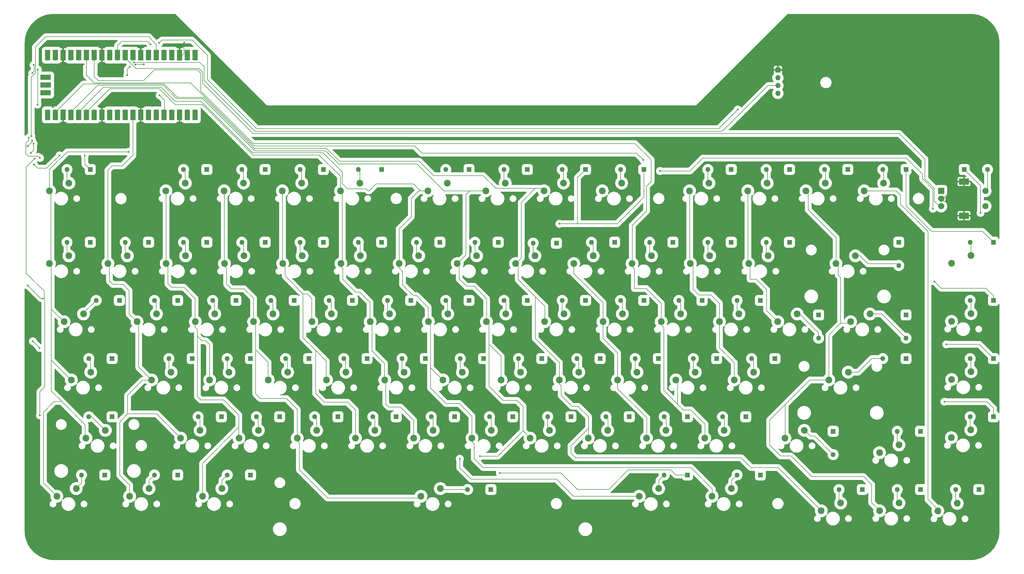
<source format=gbr>
%TF.GenerationSoftware,KiCad,Pcbnew,9.0.0-rc1-116-g42b204fc74*%
%TF.CreationDate,2025-03-01T19:27:56+05:30*%
%TF.ProjectId,nimitboard78,6e696d69-7462-46f6-9172-6437382e6b69,rev?*%
%TF.SameCoordinates,Original*%
%TF.FileFunction,Copper,L1,Top*%
%TF.FilePolarity,Positive*%
%FSLAX46Y46*%
G04 Gerber Fmt 4.6, Leading zero omitted, Abs format (unit mm)*
G04 Created by KiCad (PCBNEW 9.0.0-rc1-116-g42b204fc74) date 2025-03-01 19:27:56*
%MOMM*%
%LPD*%
G01*
G04 APERTURE LIST*
%TA.AperFunction,ComponentPad*%
%ADD10C,2.200000*%
%TD*%
%TA.AperFunction,ComponentPad*%
%ADD11R,1.700000X1.700000*%
%TD*%
%TA.AperFunction,ComponentPad*%
%ADD12O,1.700000X1.700000*%
%TD*%
%TA.AperFunction,ComponentPad*%
%ADD13R,2.000000X2.000000*%
%TD*%
%TA.AperFunction,ComponentPad*%
%ADD14C,2.000000*%
%TD*%
%TA.AperFunction,ComponentPad*%
%ADD15R,3.200000X2.000000*%
%TD*%
%TA.AperFunction,SMDPad,CuDef*%
%ADD16R,1.700000X3.500000*%
%TD*%
%TA.AperFunction,SMDPad,CuDef*%
%ADD17R,3.500000X1.700000*%
%TD*%
%TA.AperFunction,ComponentPad*%
%ADD18R,1.600000X1.600000*%
%TD*%
%TA.AperFunction,ComponentPad*%
%ADD19O,1.600000X1.600000*%
%TD*%
%TA.AperFunction,ViaPad*%
%ADD20C,0.600000*%
%TD*%
%TA.AperFunction,Conductor*%
%ADD21C,0.200000*%
%TD*%
G04 APERTURE END LIST*
D10*
%TO.P,SW70,1,1*%
%TO.N,Net-(D73-A)*%
X57360500Y-176066000D03*
%TO.P,SW70,2,2*%
%TO.N,COL 1*%
X51010500Y-178606000D03*
%TD*%
%TO.P,SW47,1,1*%
%TO.N,Net-(D63-A)*%
X107388752Y-137930000D03*
%TO.P,SW47,2,2*%
%TO.N,COL 3*%
X101038752Y-140470000D03*
%TD*%
%TO.P,SW76,1,1*%
%TO.N,Net-(D74-A)*%
X81195500Y-176066000D03*
%TO.P,SW76,2,2*%
%TO.N,COL 2*%
X74845500Y-178606000D03*
%TD*%
%TO.P,SW12,1,1*%
%TO.N,Net-(D14-A)*%
X302542500Y-75959000D03*
%TO.P,SW12,2,2*%
%TO.N,COL 13*%
X296192500Y-78499000D03*
%TD*%
%TO.P,SW22,1,1*%
%TO.N,Net-(D23-A)*%
X188418000Y-99794000D03*
%TO.P,SW22,2,2*%
%TO.N,COL 8*%
X182068000Y-102334000D03*
%TD*%
%TO.P,SW10,1,1*%
%TO.N,Net-(D12-A)*%
X264442500Y-75959000D03*
%TO.P,SW10,2,2*%
%TO.N,COL 11*%
X258092500Y-78499000D03*
%TD*%
%TO.P,SW1,1,1*%
%TO.N,Net-(D3-A)*%
X54977000Y-75959000D03*
%TO.P,SW1,2,2*%
%TO.N,COL 1*%
X48627000Y-78499000D03*
%TD*%
%TO.P,SW11,1,1*%
%TO.N,Net-(D13-A)*%
X283492500Y-75959000D03*
%TO.P,SW11,2,2*%
%TO.N,COL 12*%
X277142500Y-78499000D03*
%TD*%
%TO.P,SW7,1,1*%
%TO.N,Net-(D9-A)*%
X197767500Y-75959000D03*
%TO.P,SW7,2,2*%
%TO.N,COL 8*%
X191417500Y-78499000D03*
%TD*%
%TO.P,SW69,1,1*%
%TO.N,Net-(D53-A)*%
X250357000Y-156998000D03*
%TO.P,SW69,2,2*%
%TO.N,COL 10*%
X244007000Y-159538000D03*
%TD*%
%TO.P,SW80,1,1*%
%TO.N,Net-(D78-A)*%
X247956000Y-176066000D03*
%TO.P,SW80,2,2*%
%TO.N,COL 8*%
X241606000Y-178606000D03*
%TD*%
%TO.P,SW40,1,1*%
%TO.N,Net-(D41-A)*%
X255160500Y-118862000D03*
%TO.P,SW40,2,2*%
%TO.N,COL 16*%
X248810500Y-121402000D03*
%TD*%
%TO.P,SW4,1,1*%
%TO.N,Net-(D6-A)*%
X131177000Y-75959000D03*
%TO.P,SW4,2,2*%
%TO.N,COL 5*%
X124827000Y-78499000D03*
%TD*%
%TO.P,SW53,1,1*%
%TO.N,Net-(D55-A)*%
X221822000Y-137930000D03*
%TO.P,SW53,2,2*%
%TO.N,COL 9*%
X215472000Y-140470000D03*
%TD*%
%TO.P,SW15,1,1*%
%TO.N,Net-(D30-A)*%
X54977000Y-99794000D03*
%TO.P,SW15,2,2*%
%TO.N,COL 1*%
X48627000Y-102334000D03*
%TD*%
%TO.P,SW31,1,1*%
%TO.N,Net-(D32-A)*%
X83633000Y-118862000D03*
%TO.P,SW31,2,2*%
%TO.N,COL 2*%
X77283000Y-121402000D03*
%TD*%
%TO.P,SW68,1,1*%
%TO.N,Net-(D56-A)*%
X231289000Y-156998000D03*
%TO.P,SW68,2,2*%
%TO.N,COL 9*%
X224939000Y-159538000D03*
%TD*%
%TO.P,SW38,1,1*%
%TO.N,Net-(D39-A)*%
X217024500Y-118862000D03*
%TO.P,SW38,2,2*%
%TO.N,COL 9*%
X210674500Y-121402000D03*
%TD*%
%TO.P,SW34,1,1*%
%TO.N,Net-(D35-A)*%
X140837000Y-118862000D03*
%TO.P,SW34,2,2*%
%TO.N,COL 5*%
X134487000Y-121402000D03*
%TD*%
D11*
%TO.P,J2,1,GND*%
%TO.N,GND*%
X287000000Y-38920000D03*
D12*
%TO.P,J2,2,VCC*%
%TO.N,3v3*%
X287000000Y-41460000D03*
%TO.P,J2,3,SCL*%
%TO.N,SCL*%
X287000000Y-44000000D03*
%TO.P,J2,4,SDA*%
%TO.N,SDA*%
X287000000Y-46540000D03*
%TD*%
D10*
%TO.P,SW73,1,1*%
%TO.N,Net-(D80-A)*%
X326611500Y-180833000D03*
%TO.P,SW73,2,2*%
%TO.N,COL 13*%
X320261500Y-183373000D03*
%TD*%
%TO.P,SW56,1,1*%
%TO.N,Net-(D50-A)*%
X279026000Y-137930000D03*
%TO.P,SW56,2,2*%
%TO.N,COL 11*%
X272676000Y-140470000D03*
%TD*%
%TO.P,SW67,1,1*%
%TO.N,Net-(D57-A)*%
X212221000Y-156998000D03*
%TO.P,SW67,2,2*%
%TO.N,COL 8*%
X205871000Y-159538000D03*
%TD*%
%TO.P,SW27,1,1*%
%TO.N,Net-(D18-A)*%
X283758000Y-99794000D03*
%TO.P,SW27,2,2*%
%TO.N,COL 12*%
X277408000Y-102334000D03*
%TD*%
%TO.P,SW8,1,1*%
%TO.N,Net-(D10-A)*%
X216817500Y-75959000D03*
%TO.P,SW8,2,2*%
%TO.N,COL 9*%
X210467500Y-78499000D03*
%TD*%
%TO.P,SW50,1,1*%
%TO.N,Net-(D60-A)*%
X164691752Y-137930000D03*
%TO.P,SW50,2,2*%
%TO.N,COL 6*%
X158341752Y-140470000D03*
%TD*%
%TO.P,SW2,1,1*%
%TO.N,Net-(D4-A)*%
X93077000Y-75959000D03*
%TO.P,SW2,2,2*%
%TO.N,COL 3*%
X86727000Y-78499000D03*
%TD*%
%TO.P,SW44,1,1*%
%TO.N,Net-(D45-A)*%
X350202500Y-137795000D03*
%TO.P,SW44,2,2*%
%TO.N,COL 15*%
X343852500Y-140335000D03*
%TD*%
%TO.P,SW32,1,1*%
%TO.N,Net-(D33-A)*%
X102701000Y-118862000D03*
%TO.P,SW32,2,2*%
%TO.N,COL 3*%
X96351000Y-121402000D03*
%TD*%
%TO.P,SW5,1,1*%
%TO.N,Net-(D7-A)*%
X150227000Y-75959000D03*
%TO.P,SW5,2,2*%
%TO.N,COL 6*%
X143877000Y-78499000D03*
%TD*%
%TO.P,SW77,1,1*%
%TO.N,Net-(D75-A)*%
X105030500Y-176066000D03*
%TO.P,SW77,2,2*%
%TO.N,COL 3*%
X98680500Y-178606000D03*
%TD*%
%TO.P,SW52,1,1*%
%TO.N,Net-(D29-A)*%
X202743252Y-137930000D03*
%TO.P,SW52,2,2*%
%TO.N,COL 8*%
X196393252Y-140470000D03*
%TD*%
%TO.P,SW29,1,1*%
%TO.N,Net-(D1-A)*%
X350172000Y-118745000D03*
%TO.P,SW29,2,2*%
%TO.N,COL 15*%
X343822000Y-121285000D03*
%TD*%
%TO.P,SW62,1,1*%
%TO.N,Net-(D69-A)*%
X136033500Y-156998000D03*
%TO.P,SW62,2,2*%
%TO.N,COL 4*%
X129683500Y-159538000D03*
%TD*%
%TO.P,SW75,1,1*%
%TO.N,Net-(D48-A)*%
X326611500Y-161765000D03*
%TO.P,SW75,2,2*%
%TO.N,COL 15*%
X320261500Y-164305000D03*
%TD*%
%TO.P,SW46,1,1*%
%TO.N,Net-(D64-A)*%
X88419752Y-137930000D03*
%TO.P,SW46,2,2*%
%TO.N,COL 2*%
X82069752Y-140470000D03*
%TD*%
%TO.P,SW30,1,1*%
%TO.N,Net-(D31-A)*%
X59744000Y-118862000D03*
%TO.P,SW30,2,2*%
%TO.N,COL 1*%
X53394000Y-121402000D03*
%TD*%
%TO.P,SW59,1,1*%
%TO.N,Net-(D66-A)*%
X66894500Y-156998000D03*
%TO.P,SW59,2,2*%
%TO.N,COL 1*%
X60544500Y-159538000D03*
%TD*%
%TO.P,SW49,1,1*%
%TO.N,Net-(D61-A)*%
X145623752Y-137930000D03*
%TO.P,SW49,2,2*%
%TO.N,COL 5*%
X139273752Y-140470000D03*
%TD*%
%TO.P,SW72,1,1*%
%TO.N,Net-(D79-A)*%
X307543500Y-180833000D03*
%TO.P,SW72,2,2*%
%TO.N,COL 9*%
X301193500Y-183373000D03*
%TD*%
%TO.P,SW16,1,1*%
%TO.N,Net-(D2-A)*%
X74094500Y-99794000D03*
%TO.P,SW16,2,2*%
%TO.N,COL 2*%
X67744500Y-102334000D03*
%TD*%
%TO.P,SW64,1,1*%
%TO.N,Net-(D70-A)*%
X155101500Y-156998000D03*
%TO.P,SW64,2,2*%
%TO.N,COL 5*%
X148751500Y-159538000D03*
%TD*%
%TO.P,SW71,1,1*%
%TO.N,Net-(D49-A)*%
X295626000Y-156998000D03*
%TO.P,SW71,2,2*%
%TO.N,COL 13*%
X289276000Y-159538000D03*
%TD*%
%TO.P,SW6,1,1*%
%TO.N,Net-(D8-A)*%
X178802000Y-75959000D03*
%TO.P,SW6,2,2*%
%TO.N,COL 7*%
X172452000Y-78499000D03*
%TD*%
%TO.P,SW65,1,1*%
%TO.N,Net-(D71-A)*%
X174169500Y-156998000D03*
%TO.P,SW65,2,2*%
%TO.N,COL 6*%
X167819500Y-159538000D03*
%TD*%
%TO.P,SW26,1,1*%
%TO.N,Net-(D19-A)*%
X264690000Y-99794000D03*
%TO.P,SW26,2,2*%
%TO.N,COL 11*%
X258340000Y-102334000D03*
%TD*%
%TO.P,SW17,1,1*%
%TO.N,Net-(D28-A)*%
X93162500Y-99794000D03*
%TO.P,SW17,2,2*%
%TO.N,COL 3*%
X86812500Y-102334000D03*
%TD*%
%TO.P,SW55,1,1*%
%TO.N,Net-(D51-A)*%
X259958000Y-137930000D03*
%TO.P,SW55,2,2*%
%TO.N,COL 16*%
X253608000Y-140470000D03*
%TD*%
%TO.P,SW42,1,1*%
%TO.N,Net-(D43-A)*%
X293296500Y-118862000D03*
%TO.P,SW42,2,2*%
%TO.N,COL 12*%
X286946500Y-121402000D03*
%TD*%
D13*
%TO.P,SW81,A,A*%
%TO.N,ENCODER A*%
X340412500Y-78539000D03*
D14*
%TO.P,SW81,B,B*%
%TO.N,ENCODER B*%
X340412500Y-83539000D03*
%TO.P,SW81,C,C*%
%TO.N,GND*%
X340412500Y-81039000D03*
D15*
%TO.P,SW81,MP,MP*%
X347912500Y-75439000D03*
X347912500Y-86639000D03*
D14*
%TO.P,SW81,S1,S1*%
%TO.N,COL 15*%
X354912500Y-83539000D03*
%TO.P,SW81,S2,S2*%
%TO.N,Net-(D58-A)*%
X354912500Y-78539000D03*
%TD*%
D10*
%TO.P,SW79,1,1*%
%TO.N,Net-(D77-A)*%
X271791000Y-176066000D03*
%TO.P,SW79,2,2*%
%TO.N,COL 7*%
X265441000Y-178606000D03*
%TD*%
%TO.P,SW3,1,1*%
%TO.N,Net-(D5-A)*%
X112127000Y-75959000D03*
%TO.P,SW3,2,2*%
%TO.N,COL 4*%
X105777000Y-78499000D03*
%TD*%
%TO.P,SW39,1,1*%
%TO.N,Net-(D40-A)*%
X236092500Y-118862000D03*
%TO.P,SW39,2,2*%
%TO.N,COL 10*%
X229742500Y-121402000D03*
%TD*%
%TO.P,SW19,1,1*%
%TO.N,Net-(D26-A)*%
X131298500Y-99794000D03*
%TO.P,SW19,2,2*%
%TO.N,COL 5*%
X124948500Y-102334000D03*
%TD*%
%TO.P,SW57,1,1*%
%TO.N,Net-(D47-A)*%
X310011500Y-137930000D03*
%TO.P,SW57,2,2*%
%TO.N,COL 13*%
X303661500Y-140470000D03*
%TD*%
%TO.P,SW45,1,1*%
%TO.N,Net-(D65-A)*%
X62127500Y-137930000D03*
%TO.P,SW45,2,2*%
%TO.N,COL 1*%
X55777500Y-140470000D03*
%TD*%
%TO.P,SW9,1,1*%
%TO.N,Net-(D11-A)*%
X235867500Y-75959000D03*
%TO.P,SW9,2,2*%
%TO.N,COL 10*%
X229517500Y-78499000D03*
%TD*%
%TO.P,SW51,1,1*%
%TO.N,Net-(D59-A)*%
X183759752Y-137930000D03*
%TO.P,SW51,2,2*%
%TO.N,COL 7*%
X177409752Y-140470000D03*
%TD*%
D12*
%TO.P,U1,1,GPIO0*%
%TO.N,ROW A*%
X96280000Y-34920000D03*
D16*
X96280000Y-34020000D03*
D12*
%TO.P,U1,2,GPIO1*%
%TO.N,ROW B*%
X93740000Y-34920000D03*
D16*
X93740000Y-34020000D03*
D11*
%TO.P,U1,3,GND*%
%TO.N,GND*%
X91200000Y-34920000D03*
D16*
X91200000Y-34020000D03*
D12*
%TO.P,U1,4,GPIO2*%
%TO.N,ROW C*%
X88660000Y-34920000D03*
D16*
X88660000Y-34020000D03*
D12*
%TO.P,U1,5,GPIO3*%
%TO.N,ROW D*%
X86120000Y-34920000D03*
D16*
X86120000Y-34020000D03*
D12*
%TO.P,U1,6,GPIO4*%
%TO.N,ROW E*%
X83580000Y-34920000D03*
D16*
X83580000Y-34020000D03*
D12*
%TO.P,U1,7,GPIO5*%
%TO.N,ROW F*%
X81040000Y-34920000D03*
D16*
X81040000Y-34020000D03*
D11*
%TO.P,U1,8,GND*%
%TO.N,GND*%
X78500000Y-34920000D03*
D16*
X78500000Y-34020000D03*
D12*
%TO.P,U1,9,GPIO6*%
%TO.N,ENCODER A*%
X75960000Y-34920000D03*
D16*
X75960000Y-34020000D03*
D12*
%TO.P,U1,10,GPIO7*%
%TO.N,ENCODER B*%
X73420000Y-34920000D03*
D16*
X73420000Y-34020000D03*
D12*
%TO.P,U1,11,GPIO8*%
%TO.N,SDA*%
X70880000Y-34920000D03*
D16*
X70880000Y-34020000D03*
D12*
%TO.P,U1,12,GPIO9*%
%TO.N,SCL*%
X68340000Y-34920000D03*
D16*
X68340000Y-34020000D03*
D11*
%TO.P,U1,13,GND*%
%TO.N,GND*%
X65800000Y-34920000D03*
D16*
X65800000Y-34020000D03*
D12*
%TO.P,U1,14,GPIO10*%
%TO.N,COL 16*%
X63260000Y-34920000D03*
D16*
X63260000Y-34020000D03*
D12*
%TO.P,U1,15,GPIO11*%
%TO.N,COL 15*%
X60720000Y-34920000D03*
D16*
X60720000Y-34020000D03*
D12*
%TO.P,U1,16,GPIO12*%
%TO.N,COL 14*%
X58180000Y-34920000D03*
D16*
X58180000Y-34020000D03*
D12*
%TO.P,U1,17,GPIO13*%
%TO.N,COL 13*%
X55640000Y-34920000D03*
D16*
X55640000Y-34020000D03*
D11*
%TO.P,U1,18,GND*%
%TO.N,GND*%
X53100000Y-34920000D03*
D16*
X53100000Y-34020000D03*
D12*
%TO.P,U1,19,GPIO14*%
%TO.N,COL 12*%
X50560000Y-34920000D03*
D16*
X50560000Y-34020000D03*
D12*
%TO.P,U1,20,GPIO15*%
%TO.N,COL 11*%
X48020000Y-34920000D03*
D16*
X48020000Y-34020000D03*
D12*
%TO.P,U1,21,GPIO16*%
%TO.N,COL 10*%
X48020000Y-52700000D03*
D16*
X48020000Y-53600000D03*
D12*
%TO.P,U1,22,GPIO17*%
%TO.N,COL 9*%
X50560000Y-52700000D03*
D16*
X50560000Y-53600000D03*
D11*
%TO.P,U1,23,GND*%
%TO.N,GND*%
X53100000Y-52700000D03*
D16*
X53100000Y-53600000D03*
D12*
%TO.P,U1,24,GPIO18*%
%TO.N,COL 8*%
X55640000Y-52700000D03*
D16*
X55640000Y-53600000D03*
D12*
%TO.P,U1,25,GPIO19*%
%TO.N,COL 7*%
X58180000Y-52700000D03*
D16*
X58180000Y-53600000D03*
D12*
%TO.P,U1,26,GPIO20*%
%TO.N,COL 6*%
X60720000Y-52700000D03*
D16*
X60720000Y-53600000D03*
D12*
%TO.P,U1,27,GPIO21*%
%TO.N,COL 5*%
X63260000Y-52700000D03*
D16*
X63260000Y-53600000D03*
D11*
%TO.P,U1,28,GND*%
%TO.N,GND*%
X65800000Y-52700000D03*
D16*
X65800000Y-53600000D03*
D12*
%TO.P,U1,29,GPIO22*%
%TO.N,COL 4*%
X68340000Y-52700000D03*
D16*
X68340000Y-53600000D03*
D12*
%TO.P,U1,30,RUN*%
%TO.N,unconnected-(U1-RUN-Pad30)*%
X70880000Y-52700000D03*
D16*
X70880000Y-53600000D03*
D12*
%TO.P,U1,31,GPIO26_ADC0*%
%TO.N,COL 3*%
X73420000Y-52700000D03*
D16*
X73420000Y-53600000D03*
D12*
%TO.P,U1,32,GPIO27_ADC1*%
%TO.N,COL 2*%
X75960000Y-52700000D03*
D16*
X75960000Y-53600000D03*
D11*
%TO.P,U1,33,AGND*%
%TO.N,GND*%
X78500000Y-52700000D03*
D16*
X78500000Y-53600000D03*
D12*
%TO.P,U1,34,GPIO28_ADC2*%
%TO.N,COL 1*%
X81040000Y-52700000D03*
D16*
X81040000Y-53600000D03*
D12*
%TO.P,U1,35,ADC_VREF*%
%TO.N,unconnected-(U1-ADC_VREF-Pad35)*%
X83580000Y-52700000D03*
D16*
X83580000Y-53600000D03*
D12*
%TO.P,U1,36,3V3*%
%TO.N,3v3*%
X86120000Y-52700000D03*
D16*
X86120000Y-53600000D03*
D12*
%TO.P,U1,37,3V3_EN*%
%TO.N,unconnected-(U1-3V3_EN-Pad37)*%
X88660000Y-52700000D03*
D16*
X88660000Y-53600000D03*
D11*
%TO.P,U1,38,GND*%
%TO.N,GND*%
X91200000Y-52700000D03*
D16*
X91200000Y-53600000D03*
D12*
%TO.P,U1,39,VSYS*%
%TO.N,unconnected-(U1-VSYS-Pad39)*%
X93740000Y-52700000D03*
D16*
X93740000Y-53600000D03*
D12*
%TO.P,U1,40,VBUS*%
%TO.N,VBUS*%
X96280000Y-52700000D03*
D16*
X96280000Y-53600000D03*
D12*
%TO.P,U1,41,SWCLK*%
%TO.N,unconnected-(U1-SWCLK-Pad41)*%
X48250000Y-41270000D03*
D17*
X47350000Y-41270000D03*
D11*
%TO.P,U1,42,GND*%
%TO.N,unconnected-(U1-GND-Pad42)*%
X48250000Y-43810000D03*
D17*
X47350000Y-43810000D03*
D12*
%TO.P,U1,43,SWDIO*%
%TO.N,unconnected-(U1-SWDIO-Pad43)*%
X48250000Y-46350000D03*
D17*
X47350000Y-46350000D03*
%TD*%
D10*
%TO.P,SW25,1,1*%
%TO.N,Net-(D20-A)*%
X245622000Y-99794000D03*
%TO.P,SW25,2,2*%
%TO.N,COL 16*%
X239272000Y-102334000D03*
%TD*%
%TO.P,SW54,1,1*%
%TO.N,Net-(D54-A)*%
X240879252Y-137930000D03*
%TO.P,SW54,2,2*%
%TO.N,COL 10*%
X234529252Y-140470000D03*
%TD*%
%TO.P,SW43,1,1*%
%TO.N,Net-(D44-A)*%
X317131500Y-118862000D03*
%TO.P,SW43,2,2*%
%TO.N,COL 13*%
X310781500Y-121402000D03*
%TD*%
%TO.P,SW20,1,1*%
%TO.N,Net-(D25-A)*%
X150366500Y-99794000D03*
%TO.P,SW20,2,2*%
%TO.N,COL 6*%
X144016500Y-102334000D03*
%TD*%
%TO.P,SW21,1,1*%
%TO.N,Net-(D24-A)*%
X169434500Y-99794000D03*
%TO.P,SW21,2,2*%
%TO.N,COL 7*%
X163084500Y-102334000D03*
%TD*%
%TO.P,SW37,1,1*%
%TO.N,Net-(D38-A)*%
X197956500Y-118862000D03*
%TO.P,SW37,2,2*%
%TO.N,COL 8*%
X191606500Y-121402000D03*
%TD*%
%TO.P,SW24,1,1*%
%TO.N,Net-(D21-A)*%
X226554000Y-99794000D03*
%TO.P,SW24,2,2*%
%TO.N,COL 10*%
X220204000Y-102334000D03*
%TD*%
%TO.P,SW41,1,1*%
%TO.N,Net-(D42-A)*%
X274228500Y-118862000D03*
%TO.P,SW41,2,2*%
%TO.N,COL 11*%
X267878500Y-121402000D03*
%TD*%
%TO.P,SW36,1,1*%
%TO.N,Net-(D37-A)*%
X178973000Y-118862000D03*
%TO.P,SW36,2,2*%
%TO.N,COL 7*%
X172623000Y-121402000D03*
%TD*%
%TO.P,SW13,1,1*%
%TO.N,Net-(D15-A)*%
X321592500Y-75959000D03*
%TO.P,SW13,2,2*%
%TO.N,COL 14*%
X315242500Y-78499000D03*
%TD*%
%TO.P,SW14,1,1*%
%TO.N,Net-(D16-A)*%
X350167500Y-99695000D03*
%TO.P,SW14,2,2*%
%TO.N,COL 15*%
X343817500Y-102235000D03*
%TD*%
%TO.P,SW63,1,1*%
%TO.N,Net-(D52-A)*%
X269407500Y-156998000D03*
%TO.P,SW63,2,2*%
%TO.N,COL 16*%
X263057500Y-159538000D03*
%TD*%
%TO.P,SW60,1,1*%
%TO.N,Net-(D67-A)*%
X97897500Y-156998000D03*
%TO.P,SW60,2,2*%
%TO.N,COL 2*%
X91547500Y-159538000D03*
%TD*%
%TO.P,SW33,1,1*%
%TO.N,Net-(D34-A)*%
X121769000Y-118862000D03*
%TO.P,SW33,2,2*%
%TO.N,COL 4*%
X115419000Y-121402000D03*
%TD*%
%TO.P,SW48,1,1*%
%TO.N,Net-(D62-A)*%
X126555752Y-137930000D03*
%TO.P,SW48,2,2*%
%TO.N,COL 4*%
X120205752Y-140470000D03*
%TD*%
%TO.P,SW35,1,1*%
%TO.N,Net-(D36-A)*%
X159905000Y-118862000D03*
%TO.P,SW35,2,2*%
%TO.N,COL 6*%
X153555000Y-121402000D03*
%TD*%
%TO.P,SW74,1,1*%
%TO.N,Net-(D81-A)*%
X345679500Y-180920000D03*
%TO.P,SW74,2,2*%
%TO.N,COL 14*%
X339329500Y-183460000D03*
%TD*%
%TO.P,SW58,1,1*%
%TO.N,Net-(D46-A)*%
X350118000Y-156845000D03*
%TO.P,SW58,2,2*%
%TO.N,COL 15*%
X343768000Y-159385000D03*
%TD*%
%TO.P,SW66,1,1*%
%TO.N,Net-(D72-A)*%
X193237500Y-156998000D03*
%TO.P,SW66,2,2*%
%TO.N,COL 7*%
X186887500Y-159538000D03*
%TD*%
%TO.P,SW61,1,1*%
%TO.N,Net-(D68-A)*%
X116965500Y-156998000D03*
%TO.P,SW61,2,2*%
%TO.N,COL 3*%
X110615500Y-159538000D03*
%TD*%
%TO.P,SW28,1,1*%
%TO.N,Net-(D17-A)*%
X312360000Y-99794000D03*
%TO.P,SW28,2,2*%
%TO.N,COL 13*%
X306010000Y-102334000D03*
%TD*%
%TO.P,SW78,1,1*%
%TO.N,Net-(D76-A)*%
X176535500Y-176066000D03*
%TO.P,SW78,2,2*%
%TO.N,COL 4*%
X170185500Y-178606000D03*
%TD*%
%TO.P,SW23,1,1*%
%TO.N,Net-(D22-A)*%
X207486000Y-99794000D03*
%TO.P,SW23,2,2*%
%TO.N,COL 9*%
X201136000Y-102334000D03*
%TD*%
%TO.P,SW18,1,1*%
%TO.N,Net-(D27-A)*%
X112230500Y-99794000D03*
%TO.P,SW18,2,2*%
%TO.N,COL 4*%
X105880500Y-102334000D03*
%TD*%
D18*
%TO.P,D77,1,K*%
%TO.N,ROW F*%
X281253000Y-171612000D03*
D19*
%TO.P,D77,2,A*%
%TO.N,Net-(D77-A)*%
X273633000Y-171612000D03*
%TD*%
D18*
%TO.P,D32,1,K*%
%TO.N,ROW C*%
X90573000Y-114408000D03*
D19*
%TO.P,D32,2,A*%
%TO.N,Net-(D32-A)*%
X82953000Y-114408000D03*
%TD*%
D18*
%TO.P,D69,1,K*%
%TO.N,ROW E*%
X143010000Y-152544000D03*
D19*
%TO.P,D69,2,A*%
%TO.N,Net-(D69-A)*%
X135390000Y-152544000D03*
%TD*%
D18*
%TO.P,D8,1,K*%
%TO.N,ROW A*%
X185913000Y-71505000D03*
D19*
%TO.P,D8,2,A*%
%TO.N,Net-(D8-A)*%
X178293000Y-71505000D03*
%TD*%
D18*
%TO.P,D28,1,K*%
%TO.N,ROW B*%
X100107000Y-95340000D03*
D19*
%TO.P,D28,2,A*%
%TO.N,Net-(D28-A)*%
X92487000Y-95340000D03*
%TD*%
D18*
%TO.P,D21,1,K*%
%TO.N,ROW B*%
X233583000Y-95340000D03*
D19*
%TO.P,D21,2,A*%
%TO.N,Net-(D21-A)*%
X225963000Y-95340000D03*
%TD*%
D18*
%TO.P,D52,1,K*%
%TO.N,ROW E*%
X276486000Y-152544000D03*
D19*
%TO.P,D52,2,A*%
%TO.N,Net-(D52-A)*%
X268866000Y-152544000D03*
%TD*%
D18*
%TO.P,D2,1,K*%
%TO.N,ROW B*%
X81039000Y-95340000D03*
D19*
%TO.P,D2,2,A*%
%TO.N,Net-(D2-A)*%
X73419000Y-95340000D03*
%TD*%
D18*
%TO.P,D31,1,K*%
%TO.N,ROW C*%
X71505000Y-114408000D03*
D19*
%TO.P,D31,2,A*%
%TO.N,Net-(D31-A)*%
X63885000Y-114408000D03*
%TD*%
D18*
%TO.P,D64,1,K*%
%TO.N,ROW D*%
X95340000Y-133476000D03*
D19*
%TO.P,D64,2,A*%
%TO.N,Net-(D64-A)*%
X87720000Y-133476000D03*
%TD*%
D18*
%TO.P,D3,1,K*%
%TO.N,ROW A*%
X61971000Y-71505000D03*
D19*
%TO.P,D3,2,A*%
%TO.N,Net-(D3-A)*%
X54351000Y-71505000D03*
%TD*%
D18*
%TO.P,D40,1,K*%
%TO.N,ROW C*%
X243117000Y-114408000D03*
D19*
%TO.P,D40,2,A*%
%TO.N,Net-(D40-A)*%
X235497000Y-114408000D03*
%TD*%
D18*
%TO.P,D49,1,K*%
%TO.N,ROW E*%
X305088000Y-157311000D03*
D19*
%TO.P,D49,2,A*%
%TO.N,Net-(D49-A)*%
X305088000Y-164931000D03*
%TD*%
D18*
%TO.P,D46,1,K*%
%TO.N,ROW D*%
X357525000Y-152544000D03*
D19*
%TO.P,D46,2,A*%
%TO.N,Net-(D46-A)*%
X349905000Y-152544000D03*
%TD*%
D18*
%TO.P,D27,1,K*%
%TO.N,ROW B*%
X119175000Y-95340000D03*
D19*
%TO.P,D27,2,A*%
%TO.N,Net-(D27-A)*%
X111555000Y-95340000D03*
%TD*%
D18*
%TO.P,D25,1,K*%
%TO.N,ROW B*%
X157311000Y-95340000D03*
D19*
%TO.P,D25,2,A*%
%TO.N,Net-(D25-A)*%
X149691000Y-95340000D03*
%TD*%
D18*
%TO.P,D15,1,K*%
%TO.N,ROW A*%
X328923000Y-71505000D03*
D19*
%TO.P,D15,2,A*%
%TO.N,Net-(D15-A)*%
X321303000Y-71505000D03*
%TD*%
D18*
%TO.P,D42,1,K*%
%TO.N,ROW C*%
X281253000Y-114408000D03*
D19*
%TO.P,D42,2,A*%
%TO.N,Net-(D42-A)*%
X273633000Y-114408000D03*
%TD*%
D18*
%TO.P,D58,1,K*%
%TO.N,ROW F*%
X347991000Y-71505000D03*
D19*
%TO.P,D58,2,A*%
%TO.N,Net-(D58-A)*%
X355611000Y-71505000D03*
%TD*%
D18*
%TO.P,D26,1,K*%
%TO.N,ROW B*%
X138243000Y-95340000D03*
D19*
%TO.P,D26,2,A*%
%TO.N,Net-(D26-A)*%
X130623000Y-95340000D03*
%TD*%
D18*
%TO.P,D81,1,K*%
%TO.N,ROW F*%
X352758000Y-176379000D03*
D19*
%TO.P,D81,2,A*%
%TO.N,Net-(D81-A)*%
X345138000Y-176379000D03*
%TD*%
D18*
%TO.P,D33,1,K*%
%TO.N,ROW C*%
X109641000Y-114408000D03*
D19*
%TO.P,D33,2,A*%
%TO.N,Net-(D33-A)*%
X102021000Y-114408000D03*
%TD*%
D18*
%TO.P,D9,1,K*%
%TO.N,ROW A*%
X204981000Y-71505000D03*
D19*
%TO.P,D9,2,A*%
%TO.N,Net-(D9-A)*%
X197361000Y-71505000D03*
%TD*%
D18*
%TO.P,D76,1,K*%
%TO.N,ROW F*%
X193063500Y-176379000D03*
D19*
%TO.P,D76,2,A*%
%TO.N,Net-(D76-A)*%
X185443500Y-176379000D03*
%TD*%
D18*
%TO.P,D39,1,K*%
%TO.N,ROW C*%
X224049000Y-114408000D03*
D19*
%TO.P,D39,2,A*%
%TO.N,Net-(D39-A)*%
X216429000Y-114408000D03*
%TD*%
D18*
%TO.P,D73,1,K*%
%TO.N,ROW F*%
X66738000Y-171612000D03*
D19*
%TO.P,D73,2,A*%
%TO.N,Net-(D73-A)*%
X59118000Y-171612000D03*
%TD*%
D18*
%TO.P,D17,1,K*%
%TO.N,ROW B*%
X326539500Y-95340000D03*
D19*
%TO.P,D17,2,A*%
%TO.N,Net-(D17-A)*%
X326539500Y-102960000D03*
%TD*%
D18*
%TO.P,D16,1,K*%
%TO.N,ROW A*%
X357525000Y-95340000D03*
D19*
%TO.P,D16,2,A*%
%TO.N,Net-(D16-A)*%
X349905000Y-95340000D03*
%TD*%
D18*
%TO.P,D4,1,K*%
%TO.N,ROW A*%
X100107000Y-71505000D03*
D19*
%TO.P,D4,2,A*%
%TO.N,Net-(D4-A)*%
X92487000Y-71505000D03*
%TD*%
D18*
%TO.P,D44,1,K*%
%TO.N,ROW C*%
X328923000Y-119175000D03*
D19*
%TO.P,D44,2,A*%
%TO.N,Net-(D44-A)*%
X328923000Y-126795000D03*
%TD*%
D18*
%TO.P,D5,1,K*%
%TO.N,ROW A*%
X119175000Y-71505000D03*
D19*
%TO.P,D5,2,A*%
%TO.N,Net-(D5-A)*%
X111555000Y-71505000D03*
%TD*%
D18*
%TO.P,D11,1,K*%
%TO.N,ROW A*%
X243117000Y-71505000D03*
D19*
%TO.P,D11,2,A*%
%TO.N,Net-(D11-A)*%
X235497000Y-71505000D03*
%TD*%
D18*
%TO.P,D38,1,K*%
%TO.N,ROW C*%
X204981000Y-114408000D03*
D19*
%TO.P,D38,2,A*%
%TO.N,Net-(D38-A)*%
X197361000Y-114408000D03*
%TD*%
D18*
%TO.P,D65,1,K*%
%TO.N,ROW D*%
X69121500Y-133476000D03*
D19*
%TO.P,D65,2,A*%
%TO.N,Net-(D65-A)*%
X61501500Y-133476000D03*
%TD*%
D18*
%TO.P,D59,1,K*%
%TO.N,ROW D*%
X190680000Y-133476000D03*
D19*
%TO.P,D59,2,A*%
%TO.N,Net-(D59-A)*%
X183060000Y-133476000D03*
%TD*%
D18*
%TO.P,D29,1,K*%
%TO.N,ROW D*%
X209748000Y-133476000D03*
D19*
%TO.P,D29,2,A*%
%TO.N,Net-(D29-A)*%
X202128000Y-133476000D03*
%TD*%
D18*
%TO.P,D19,1,K*%
%TO.N,ROW B*%
X271719000Y-95340000D03*
D19*
%TO.P,D19,2,A*%
%TO.N,Net-(D19-A)*%
X264099000Y-95340000D03*
%TD*%
D18*
%TO.P,D71,1,K*%
%TO.N,ROW E*%
X181146000Y-152544000D03*
D19*
%TO.P,D71,2,A*%
%TO.N,Net-(D71-A)*%
X173526000Y-152544000D03*
%TD*%
D18*
%TO.P,D24,1,K*%
%TO.N,ROW B*%
X176379000Y-95340000D03*
D19*
%TO.P,D24,2,A*%
%TO.N,Net-(D24-A)*%
X168759000Y-95340000D03*
%TD*%
D18*
%TO.P,D53,1,K*%
%TO.N,ROW E*%
X257418000Y-152544000D03*
D19*
%TO.P,D53,2,A*%
%TO.N,Net-(D53-A)*%
X249798000Y-152544000D03*
%TD*%
D18*
%TO.P,D51,1,K*%
%TO.N,ROW D*%
X266952000Y-133476000D03*
D19*
%TO.P,D51,2,A*%
%TO.N,Net-(D51-A)*%
X259332000Y-133476000D03*
%TD*%
D18*
%TO.P,D14,1,K*%
%TO.N,ROW A*%
X309855000Y-71505000D03*
D19*
%TO.P,D14,2,A*%
%TO.N,Net-(D14-A)*%
X302235000Y-71505000D03*
%TD*%
D18*
%TO.P,D72,1,K*%
%TO.N,ROW E*%
X200214000Y-152544000D03*
D19*
%TO.P,D72,2,A*%
%TO.N,Net-(D72-A)*%
X192594000Y-152544000D03*
%TD*%
D18*
%TO.P,D7,1,K*%
%TO.N,ROW A*%
X157311000Y-71505000D03*
D19*
%TO.P,D7,2,A*%
%TO.N,Net-(D7-A)*%
X149691000Y-71505000D03*
%TD*%
D18*
%TO.P,D62,1,K*%
%TO.N,ROW D*%
X133476000Y-133476000D03*
D19*
%TO.P,D62,2,A*%
%TO.N,Net-(D62-A)*%
X125856000Y-133476000D03*
%TD*%
D18*
%TO.P,D63,1,K*%
%TO.N,ROW D*%
X114408000Y-133476000D03*
D19*
%TO.P,D63,2,A*%
%TO.N,Net-(D63-A)*%
X106788000Y-133476000D03*
%TD*%
D18*
%TO.P,D10,1,K*%
%TO.N,ROW A*%
X224049000Y-71505000D03*
D19*
%TO.P,D10,2,A*%
%TO.N,Net-(D10-A)*%
X216429000Y-71505000D03*
%TD*%
D18*
%TO.P,D13,1,K*%
%TO.N,ROW A*%
X290787000Y-71505000D03*
D19*
%TO.P,D13,2,A*%
%TO.N,Net-(D13-A)*%
X283167000Y-71505000D03*
%TD*%
D18*
%TO.P,D41,1,K*%
%TO.N,ROW C*%
X262185000Y-114408000D03*
D19*
%TO.P,D41,2,A*%
%TO.N,Net-(D41-A)*%
X254565000Y-114408000D03*
%TD*%
D18*
%TO.P,D1,1,K*%
%TO.N,ROW B*%
X357525000Y-114408000D03*
D19*
%TO.P,D1,2,A*%
%TO.N,Net-(D1-A)*%
X349905000Y-114408000D03*
%TD*%
D18*
%TO.P,D78,1,K*%
%TO.N,ROW F*%
X257418000Y-171612000D03*
D19*
%TO.P,D78,2,A*%
%TO.N,Net-(D78-A)*%
X249798000Y-171612000D03*
%TD*%
D18*
%TO.P,D34,1,K*%
%TO.N,ROW C*%
X128709000Y-114408000D03*
D19*
%TO.P,D34,2,A*%
%TO.N,Net-(D34-A)*%
X121089000Y-114408000D03*
%TD*%
D18*
%TO.P,D23,1,K*%
%TO.N,ROW B*%
X195447000Y-95340000D03*
D19*
%TO.P,D23,2,A*%
%TO.N,Net-(D23-A)*%
X187827000Y-95340000D03*
%TD*%
D18*
%TO.P,D37,1,K*%
%TO.N,ROW C*%
X185913000Y-114408000D03*
D19*
%TO.P,D37,2,A*%
%TO.N,Net-(D37-A)*%
X178293000Y-114408000D03*
%TD*%
D18*
%TO.P,D67,1,K*%
%TO.N,ROW E*%
X104874000Y-152544000D03*
D19*
%TO.P,D67,2,A*%
%TO.N,Net-(D67-A)*%
X97254000Y-152544000D03*
%TD*%
D18*
%TO.P,D55,1,K*%
%TO.N,ROW D*%
X228816000Y-133476000D03*
D19*
%TO.P,D55,2,A*%
%TO.N,Net-(D55-A)*%
X221196000Y-133476000D03*
%TD*%
D18*
%TO.P,D22,1,K*%
%TO.N,ROW B*%
X214515000Y-95643000D03*
D19*
%TO.P,D22,2,A*%
%TO.N,Net-(D22-A)*%
X206895000Y-95643000D03*
%TD*%
D18*
%TO.P,D74,1,K*%
%TO.N,ROW F*%
X90573000Y-171612000D03*
D19*
%TO.P,D74,2,A*%
%TO.N,Net-(D74-A)*%
X82953000Y-171612000D03*
%TD*%
D18*
%TO.P,D35,1,K*%
%TO.N,ROW C*%
X147777000Y-114408000D03*
D19*
%TO.P,D35,2,A*%
%TO.N,Net-(D35-A)*%
X140157000Y-114408000D03*
%TD*%
D18*
%TO.P,D47,1,K*%
%TO.N,ROW D*%
X328923000Y-133476000D03*
D19*
%TO.P,D47,2,A*%
%TO.N,Net-(D47-A)*%
X321303000Y-133476000D03*
%TD*%
D18*
%TO.P,D61,1,K*%
%TO.N,ROW D*%
X152544000Y-133476000D03*
D19*
%TO.P,D61,2,A*%
%TO.N,Net-(D61-A)*%
X144924000Y-133476000D03*
%TD*%
D18*
%TO.P,D30,1,K*%
%TO.N,ROW B*%
X61971000Y-95340000D03*
D19*
%TO.P,D30,2,A*%
%TO.N,Net-(D30-A)*%
X54351000Y-95340000D03*
%TD*%
D18*
%TO.P,D36,1,K*%
%TO.N,ROW C*%
X166845000Y-114408000D03*
D19*
%TO.P,D36,2,A*%
%TO.N,Net-(D36-A)*%
X159225000Y-114408000D03*
%TD*%
D18*
%TO.P,D54,1,K*%
%TO.N,ROW D*%
X247884000Y-133476000D03*
D19*
%TO.P,D54,2,A*%
%TO.N,Net-(D54-A)*%
X240264000Y-133476000D03*
%TD*%
D18*
%TO.P,D12,1,K*%
%TO.N,ROW A*%
X271719000Y-71505000D03*
D19*
%TO.P,D12,2,A*%
%TO.N,Net-(D12-A)*%
X264099000Y-71505000D03*
%TD*%
D18*
%TO.P,D56,1,K*%
%TO.N,ROW E*%
X238350000Y-152544000D03*
D19*
%TO.P,D56,2,A*%
%TO.N,Net-(D56-A)*%
X230730000Y-152544000D03*
%TD*%
D18*
%TO.P,D68,1,K*%
%TO.N,ROW E*%
X123942000Y-152544000D03*
D19*
%TO.P,D68,2,A*%
%TO.N,Net-(D68-A)*%
X116322000Y-152544000D03*
%TD*%
D18*
%TO.P,D6,1,K*%
%TO.N,ROW A*%
X138243000Y-71505000D03*
D19*
%TO.P,D6,2,A*%
%TO.N,Net-(D6-A)*%
X130623000Y-71505000D03*
%TD*%
D18*
%TO.P,D79,1,K*%
%TO.N,ROW F*%
X314622000Y-176379000D03*
D19*
%TO.P,D79,2,A*%
%TO.N,Net-(D79-A)*%
X307002000Y-176379000D03*
%TD*%
D18*
%TO.P,D57,1,K*%
%TO.N,ROW E*%
X219282000Y-152544000D03*
D19*
%TO.P,D57,2,A*%
%TO.N,Net-(D57-A)*%
X211662000Y-152544000D03*
%TD*%
D18*
%TO.P,D45,1,K*%
%TO.N,ROW C*%
X357525000Y-133476000D03*
D19*
%TO.P,D45,2,A*%
%TO.N,Net-(D45-A)*%
X349905000Y-133476000D03*
%TD*%
D18*
%TO.P,D75,1,K*%
%TO.N,ROW F*%
X114408000Y-171612000D03*
D19*
%TO.P,D75,2,A*%
%TO.N,Net-(D75-A)*%
X106788000Y-171612000D03*
%TD*%
D18*
%TO.P,D48,1,K*%
%TO.N,ROW E*%
X333690000Y-157311000D03*
D19*
%TO.P,D48,2,A*%
%TO.N,Net-(D48-A)*%
X326070000Y-157311000D03*
%TD*%
D18*
%TO.P,D80,1,K*%
%TO.N,ROW F*%
X333690000Y-176379000D03*
D19*
%TO.P,D80,2,A*%
%TO.N,Net-(D80-A)*%
X326070000Y-176379000D03*
%TD*%
D18*
%TO.P,D70,1,K*%
%TO.N,ROW E*%
X162078000Y-152544000D03*
D19*
%TO.P,D70,2,A*%
%TO.N,Net-(D70-A)*%
X154458000Y-152544000D03*
%TD*%
D18*
%TO.P,D18,1,K*%
%TO.N,ROW B*%
X290787000Y-95340000D03*
D19*
%TO.P,D18,2,A*%
%TO.N,Net-(D18-A)*%
X283167000Y-95340000D03*
%TD*%
D18*
%TO.P,D50,1,K*%
%TO.N,ROW D*%
X286020000Y-133476000D03*
D19*
%TO.P,D50,2,A*%
%TO.N,Net-(D50-A)*%
X278400000Y-133476000D03*
%TD*%
D18*
%TO.P,D66,1,K*%
%TO.N,ROW E*%
X69121500Y-152544000D03*
D19*
%TO.P,D66,2,A*%
%TO.N,Net-(D66-A)*%
X61501500Y-152544000D03*
%TD*%
D18*
%TO.P,D20,1,K*%
%TO.N,ROW B*%
X252651000Y-95340000D03*
D19*
%TO.P,D20,2,A*%
%TO.N,Net-(D20-A)*%
X245031000Y-95340000D03*
%TD*%
D18*
%TO.P,D60,1,K*%
%TO.N,ROW D*%
X171612000Y-133476000D03*
D19*
%TO.P,D60,2,A*%
%TO.N,Net-(D60-A)*%
X163992000Y-133476000D03*
%TD*%
D18*
%TO.P,D43,1,K*%
%TO.N,ROW C*%
X300321000Y-119175000D03*
D19*
%TO.P,D43,2,A*%
%TO.N,Net-(D43-A)*%
X300321000Y-126795000D03*
%TD*%
D20*
%TO.N,ROW C*%
X46500000Y-113800000D03*
X42900000Y-62000000D03*
X41500000Y-63900000D03*
X41500000Y-109500000D03*
X342100000Y-128800000D03*
%TO.N,ROW D*%
X42500000Y-66100000D03*
X341500000Y-147600000D03*
X43200000Y-127800000D03*
X43400000Y-37200000D03*
X45400000Y-130000000D03*
X43000000Y-39900000D03*
X43400000Y-63000000D03*
%TO.N,ROW E*%
X45500000Y-152100000D03*
X42700000Y-60600000D03*
X43800000Y-67900000D03*
%TO.N,ROW F*%
X44699000Y-50200000D03*
X196000000Y-171000000D03*
X44800000Y-38723730D03*
X353300000Y-85700000D03*
%TO.N,COL 1*%
X74500000Y-65700000D03*
%TO.N,COL 8*%
X189500000Y-165500000D03*
X182900000Y-166300000D03*
%TO.N,COL 15*%
X243000000Y-68400000D03*
X248400000Y-72000000D03*
X337740000Y-84340000D03*
%TO.N,ROW B*%
X41800000Y-61100000D03*
X338200000Y-108200000D03*
X45500000Y-67700000D03*
%TO.N,ROW A*%
X215500000Y-89300000D03*
X43500000Y-69900000D03*
X60200000Y-66900000D03*
X51900000Y-66900000D03*
%TO.N,GND*%
X201000000Y-85000000D03*
X285000000Y-84000000D03*
X149000000Y-86000000D03*
X108000000Y-126000000D03*
X66800000Y-31000000D03*
X185000000Y-146000000D03*
X50000000Y-164000000D03*
X68000000Y-180000000D03*
X291000000Y-42000000D03*
X95000000Y-84000000D03*
X132000000Y-85000000D03*
X265000000Y-84000000D03*
X318000000Y-43000000D03*
X49800000Y-51100000D03*
X166000000Y-195000000D03*
X52800000Y-38000000D03*
X271000000Y-164000000D03*
X213000000Y-85000000D03*
X73000000Y-195000000D03*
X277000000Y-147000000D03*
X275000000Y-127000000D03*
X55000000Y-41000000D03*
X157000000Y-147000000D03*
X180000000Y-128000000D03*
X92662485Y-29858032D03*
X138000000Y-127000000D03*
X230000000Y-85000000D03*
X122000000Y-196000000D03*
X350000000Y-81000000D03*
X222000000Y-195000000D03*
X177000000Y-86000000D03*
X230000000Y-147000000D03*
X147000000Y-145000000D03*
X237000000Y-126000000D03*
X112000000Y-85000000D03*
X73000000Y-143000000D03*
X59800000Y-37000000D03*
%TO.N,SCL*%
X76300000Y-36400000D03*
%TO.N,SDA*%
X81700000Y-30500000D03*
X84500000Y-30000000D03*
X273860000Y-51840000D03*
%TO.N,3v3*%
X79500000Y-37000000D03*
X84700000Y-47200000D03*
X76700000Y-37100000D03*
X74100000Y-40600000D03*
X74900000Y-37800000D03*
%TD*%
D21*
%TO.N,ROW C*%
X342100000Y-128800000D02*
X352849000Y-128800000D01*
X352849000Y-128800000D02*
X357525000Y-133476000D01*
X41500000Y-109500000D02*
X45800000Y-113800000D01*
X41500000Y-63900000D02*
X42900000Y-62500000D01*
X45800000Y-113800000D02*
X46500000Y-113800000D01*
X42900000Y-62500000D02*
X42900000Y-62000000D01*
%TO.N,Net-(D40-A)*%
X236123000Y-118862000D02*
X236123000Y-115034000D01*
X236123000Y-115034000D02*
X235497000Y-114408000D01*
%TO.N,Net-(D41-A)*%
X255191000Y-115034000D02*
X254565000Y-114408000D01*
X255191000Y-118862000D02*
X255191000Y-115034000D01*
%TO.N,Net-(D42-A)*%
X274259000Y-118862000D02*
X273633000Y-118236000D01*
X273633000Y-118236000D02*
X273633000Y-114408000D01*
%TO.N,Net-(D43-A)*%
X300321000Y-125121000D02*
X300321000Y-126795000D01*
X294062000Y-118862000D02*
X300321000Y-125121000D01*
X293327000Y-118862000D02*
X294062000Y-118862000D01*
%TO.N,Net-(D44-A)*%
X317162000Y-118862000D02*
X320990000Y-118862000D01*
X320990000Y-118862000D02*
X328923000Y-126795000D01*
%TO.N,Net-(D45-A)*%
X350202500Y-137795000D02*
X350202500Y-133773500D01*
X350202500Y-133773500D02*
X349905000Y-133476000D01*
%TO.N,ROW D*%
X45400000Y-130000000D02*
X43200000Y-127800000D01*
X43599000Y-37399000D02*
X43599000Y-39301000D01*
X341500000Y-147600000D02*
X355400000Y-147600000D01*
X355400000Y-147600000D02*
X357525000Y-149725000D01*
X43400000Y-63000000D02*
X43400000Y-65200000D01*
X43599000Y-39301000D02*
X43000000Y-39900000D01*
X43400000Y-65200000D02*
X42500000Y-66100000D01*
X43400000Y-37200000D02*
X43599000Y-37399000D01*
X357525000Y-149725000D02*
X357525000Y-152544000D01*
%TO.N,Net-(D46-A)*%
X350202500Y-156845000D02*
X349905000Y-156547500D01*
X349905000Y-156547500D02*
X349905000Y-152544000D01*
%TO.N,Net-(D47-A)*%
X321303000Y-133476000D02*
X317724000Y-133476000D01*
X317724000Y-133476000D02*
X313270000Y-137930000D01*
X313270000Y-137930000D02*
X310011500Y-137930000D01*
%TO.N,Net-(D48-A)*%
X326696000Y-161765000D02*
X326070000Y-161139000D01*
X326070000Y-161139000D02*
X326070000Y-157311000D01*
%TO.N,ROW E*%
X83580000Y-34920000D02*
X83580000Y-30480000D01*
X46900000Y-111400000D02*
X46900000Y-113350057D01*
X83580000Y-30480000D02*
X81100000Y-28000000D01*
X42650000Y-41150000D02*
X42650000Y-60550000D01*
X46900000Y-113350057D02*
X47101000Y-113551057D01*
X45500000Y-144300000D02*
X45500000Y-152100000D01*
X47101000Y-142699000D02*
X45500000Y-144300000D01*
X81100000Y-28000000D02*
X47400000Y-28000000D01*
X41000000Y-105500000D02*
X46900000Y-111400000D01*
X41000000Y-70700000D02*
X41000000Y-105500000D01*
X44000000Y-31400000D02*
X44000000Y-39800000D01*
X47400000Y-28000000D02*
X44000000Y-31400000D01*
X44000000Y-67900000D02*
X43800000Y-67900000D01*
X47101000Y-113551057D02*
X47101000Y-142699000D01*
X42650000Y-60550000D02*
X42700000Y-60600000D01*
X43800000Y-67900000D02*
X41000000Y-70700000D01*
X44000000Y-39800000D02*
X42650000Y-41150000D01*
%TO.N,Net-(D49-A)*%
X299100000Y-158943000D02*
X305088000Y-164931000D01*
X297612500Y-158900000D02*
X295710500Y-156998000D01*
X299100000Y-158900000D02*
X297612500Y-158900000D01*
X299100000Y-158900000D02*
X299100000Y-158943000D01*
%TO.N,Net-(D50-A)*%
X278400000Y-133476000D02*
X279026000Y-134102000D01*
X279026000Y-134102000D02*
X279026000Y-137930000D01*
%TO.N,Net-(D51-A)*%
X259332000Y-133476000D02*
X259332000Y-137304000D01*
X259332000Y-137304000D02*
X259958000Y-137930000D01*
%TO.N,Net-(D52-A)*%
X269492000Y-153170000D02*
X268866000Y-152544000D01*
X269492000Y-156998000D02*
X269492000Y-153170000D01*
%TO.N,Net-(D53-A)*%
X250424000Y-153170000D02*
X249798000Y-152544000D01*
X250424000Y-156998000D02*
X250424000Y-153170000D01*
%TO.N,Net-(D54-A)*%
X240264000Y-133476000D02*
X240264000Y-137304000D01*
X240264000Y-137304000D02*
X240890000Y-137930000D01*
%TO.N,Net-(D55-A)*%
X221196000Y-133476000D02*
X221822000Y-134102000D01*
X221822000Y-134102000D02*
X221822000Y-137930000D01*
%TO.N,Net-(D56-A)*%
X231356000Y-153170000D02*
X230730000Y-152544000D01*
X231356000Y-156998000D02*
X231356000Y-153170000D01*
%TO.N,Net-(D57-A)*%
X211662000Y-156372000D02*
X211662000Y-152544000D01*
X212288000Y-156998000D02*
X211662000Y-156372000D01*
%TO.N,ROW F*%
X44800000Y-38723730D02*
X44800000Y-50099000D01*
X216000000Y-171000000D02*
X196000000Y-171000000D01*
X257418000Y-171612000D02*
X253612000Y-171612000D01*
X221379000Y-176379000D02*
X216000000Y-171000000D01*
X253612000Y-171612000D02*
X252000000Y-170000000D01*
X353300000Y-76814000D02*
X347991000Y-71505000D01*
X238000000Y-170000000D02*
X231621000Y-176379000D01*
X231621000Y-176379000D02*
X221379000Y-176379000D01*
X252000000Y-170000000D02*
X238000000Y-170000000D01*
X353300000Y-85700000D02*
X353300000Y-76814000D01*
X44800000Y-50099000D02*
X44699000Y-50200000D01*
%TO.N,Net-(D58-A)*%
X355611000Y-77840500D02*
X354912500Y-78539000D01*
X355611000Y-71505000D02*
X355611000Y-77840500D01*
%TO.N,Net-(D59-A)*%
X183060000Y-137304000D02*
X183686000Y-137930000D01*
X183060000Y-133476000D02*
X183060000Y-137304000D01*
%TO.N,Net-(D60-A)*%
X163992000Y-133476000D02*
X163992000Y-137304000D01*
X163992000Y-137304000D02*
X164618000Y-137930000D01*
%TO.N,Net-(D61-A)*%
X145550000Y-134102000D02*
X145550000Y-137930000D01*
X144924000Y-133476000D02*
X145550000Y-134102000D01*
%TO.N,Net-(D62-A)*%
X125856000Y-133476000D02*
X126482000Y-134102000D01*
X126482000Y-134102000D02*
X126482000Y-137930000D01*
%TO.N,Net-(D63-A)*%
X106788000Y-133476000D02*
X106788000Y-137403000D01*
X106788000Y-137403000D02*
X107315000Y-137930000D01*
%TO.N,Net-(D64-A)*%
X87720000Y-133476000D02*
X87720000Y-137304000D01*
X87720000Y-137304000D02*
X88346000Y-137930000D01*
%TO.N,Net-(D65-A)*%
X61501500Y-133476000D02*
X62053748Y-134028248D01*
X62053748Y-134028248D02*
X62053748Y-137930000D01*
%TO.N,Net-(D66-A)*%
X66877000Y-156998000D02*
X62423000Y-152544000D01*
X62423000Y-152544000D02*
X61501500Y-152544000D01*
%TO.N,Net-(D67-A)*%
X97880000Y-153170000D02*
X97254000Y-152544000D01*
X97880000Y-156998000D02*
X97880000Y-153170000D01*
%TO.N,Net-(D68-A)*%
X116948000Y-156998000D02*
X116948000Y-153170000D01*
X116948000Y-153170000D02*
X116322000Y-152544000D01*
%TO.N,Net-(D69-A)*%
X136016000Y-156998000D02*
X136016000Y-153170000D01*
X136016000Y-153170000D02*
X135390000Y-152544000D01*
%TO.N,Net-(D70-A)*%
X155084000Y-156998000D02*
X155084000Y-153170000D01*
X155084000Y-153170000D02*
X154458000Y-152544000D01*
%TO.N,Net-(D71-A)*%
X174152000Y-156998000D02*
X174152000Y-153170000D01*
X174152000Y-153170000D02*
X173526000Y-152544000D01*
%TO.N,Net-(D72-A)*%
X193220000Y-153170000D02*
X192594000Y-152544000D01*
X193220000Y-156998000D02*
X193220000Y-153170000D01*
%TO.N,Net-(D73-A)*%
X59118000Y-174308500D02*
X57360500Y-176066000D01*
X59118000Y-171612000D02*
X59118000Y-174308500D01*
%TO.N,Net-(D74-A)*%
X81195500Y-173369500D02*
X81195500Y-176066000D01*
X82953000Y-171612000D02*
X81195500Y-173369500D01*
%TO.N,Net-(D75-A)*%
X106788000Y-171612000D02*
X105030500Y-173369500D01*
X105030500Y-173369500D02*
X105030500Y-176066000D01*
%TO.N,Net-(D76-A)*%
X176535500Y-176066000D02*
X176848500Y-176379000D01*
X176848500Y-176379000D02*
X185443500Y-176379000D01*
%TO.N,Net-(D77-A)*%
X271875500Y-176066000D02*
X271875500Y-173369500D01*
X271875500Y-173369500D02*
X273633000Y-171612000D01*
%TO.N,Net-(D78-A)*%
X248040500Y-173369500D02*
X249798000Y-171612000D01*
X248040500Y-176066000D02*
X248040500Y-173369500D01*
%TO.N,Net-(D79-A)*%
X307002000Y-180207000D02*
X307002000Y-176379000D01*
X307628000Y-180833000D02*
X307002000Y-180207000D01*
%TO.N,Net-(D80-A)*%
X326696000Y-180833000D02*
X326070000Y-180207000D01*
X326070000Y-180207000D02*
X326070000Y-176379000D01*
%TO.N,Net-(D81-A)*%
X345764000Y-180420000D02*
X345138000Y-179794000D01*
X345138000Y-179794000D02*
X345138000Y-176379000D01*
%TO.N,COL 1*%
X49200000Y-133400000D02*
X49200000Y-144100000D01*
X49200000Y-110600000D02*
X49200000Y-117262000D01*
X60300000Y-159311000D02*
X60527000Y-159538000D01*
X49100000Y-79021500D02*
X49100000Y-101811500D01*
X49100000Y-101811500D02*
X48577500Y-102334000D01*
X48577500Y-71522500D02*
X48577500Y-78499000D01*
X49200000Y-144100000D02*
X52650000Y-147550000D01*
X49200000Y-133966252D02*
X55703748Y-140470000D01*
X54400000Y-65700000D02*
X48577500Y-71522500D01*
X49200000Y-110600000D02*
X49200000Y-133400000D01*
X48577500Y-102334000D02*
X49200000Y-102956500D01*
X46602250Y-174197750D02*
X46602250Y-151047750D01*
X60000000Y-65700000D02*
X54400000Y-65700000D01*
X49200000Y-102956500D02*
X49200000Y-110600000D01*
X52650000Y-147550000D02*
X50100000Y-147550000D01*
X60000000Y-65700000D02*
X74500000Y-65700000D01*
X52650000Y-147550000D02*
X60300000Y-155200000D01*
X49200000Y-117262000D02*
X53340000Y-121402000D01*
X46602250Y-151047750D02*
X50100000Y-147550000D01*
X49200000Y-133400000D02*
X49200000Y-133966252D01*
X60300000Y-155200000D02*
X60300000Y-159311000D01*
X46602250Y-174197750D02*
X51010500Y-178606000D01*
X48577500Y-78499000D02*
X49100000Y-79021500D01*
%TO.N,Net-(D3-A)*%
X54927500Y-75959000D02*
X54351000Y-75382500D01*
X54351000Y-75382500D02*
X54351000Y-71505000D01*
%TO.N,Net-(D4-A)*%
X93027500Y-75959000D02*
X93027500Y-72045500D01*
X93027500Y-72045500D02*
X92487000Y-71505000D01*
%TO.N,COL 3*%
X97000000Y-123800000D02*
X97000000Y-124800000D01*
X98100000Y-147000000D02*
X105600000Y-147000000D01*
X86763000Y-78584500D02*
X86763000Y-102334000D01*
X97000000Y-124800000D02*
X97000000Y-145900000D01*
X86677500Y-78499000D02*
X86763000Y-78584500D01*
X98680500Y-167819500D02*
X110598000Y-155902000D01*
X96297000Y-113797000D02*
X96297000Y-121402000D01*
X97000000Y-145900000D02*
X98100000Y-147000000D01*
X96297000Y-123097000D02*
X97000000Y-123800000D01*
X86763000Y-102334000D02*
X87400000Y-102971000D01*
X110598000Y-155902000D02*
X110598000Y-151998000D01*
X97000000Y-124800000D02*
X97000000Y-126100000D01*
X100965000Y-128865000D02*
X100965000Y-140470000D01*
X87400000Y-102971000D02*
X87400000Y-109000000D01*
X88500000Y-110100000D02*
X92600000Y-110100000D01*
X97000000Y-126100000D02*
X98500000Y-127600000D01*
X98680500Y-178606000D02*
X98680500Y-167819500D01*
X92600000Y-110100000D02*
X96297000Y-113797000D01*
X98500000Y-127600000D02*
X99700000Y-127600000D01*
X87400000Y-109000000D02*
X88500000Y-110100000D01*
X99700000Y-127600000D02*
X100965000Y-128865000D01*
X105600000Y-147000000D02*
X110598000Y-151998000D01*
X110598000Y-151998000D02*
X110598000Y-159538000D01*
X96297000Y-121402000D02*
X96297000Y-123097000D01*
%TO.N,COL 4*%
X108100000Y-110600000D02*
X112300000Y-110600000D01*
X105831000Y-102334000D02*
X105831000Y-103131000D01*
X169591500Y-179200000D02*
X170185500Y-178606000D01*
X105727500Y-78499000D02*
X105831000Y-78602500D01*
X130400000Y-161100000D02*
X130400000Y-169900000D01*
X116100000Y-130300000D02*
X116100000Y-130600000D01*
X115365000Y-121402000D02*
X116100000Y-122137000D01*
X106600000Y-103900000D02*
X106600000Y-109100000D01*
X116100000Y-145000000D02*
X117700000Y-146600000D01*
X130400000Y-169900000D02*
X139700000Y-179200000D01*
X129666000Y-150066000D02*
X129666000Y-159538000D01*
X120132000Y-134632000D02*
X120132000Y-140470000D01*
X116100000Y-130300000D02*
X116100000Y-145000000D01*
X116100000Y-122137000D02*
X116100000Y-130300000D01*
X106600000Y-109100000D02*
X108100000Y-110600000D01*
X115365000Y-113665000D02*
X115365000Y-121402000D01*
X117700000Y-146600000D02*
X126200000Y-146600000D01*
X105831000Y-78602500D02*
X105831000Y-102334000D01*
X139700000Y-179200000D02*
X169591500Y-179200000D01*
X116100000Y-130600000D02*
X120132000Y-134632000D01*
X112300000Y-110600000D02*
X115365000Y-113665000D01*
X105831000Y-103131000D02*
X106600000Y-103900000D01*
X129666000Y-159538000D02*
X129666000Y-160366000D01*
X126200000Y-146600000D02*
X129666000Y-150066000D01*
X129666000Y-160366000D02*
X130400000Y-161100000D01*
%TO.N,Net-(D5-A)*%
X112077500Y-75959000D02*
X112077500Y-72027500D01*
X112077500Y-72027500D02*
X111555000Y-71505000D01*
%TO.N,Net-(D6-A)*%
X131127500Y-72009500D02*
X130623000Y-71505000D01*
X131127500Y-75959000D02*
X131127500Y-72009500D01*
%TO.N,COL 5*%
X135700000Y-130800000D02*
X139200000Y-134300000D01*
X135700000Y-130800000D02*
X135700000Y-144900000D01*
X125700000Y-106400000D02*
X131600000Y-112300000D01*
X138600000Y-147800000D02*
X146200000Y-147800000D01*
X135700000Y-144900000D02*
X138600000Y-147800000D01*
X133000000Y-112300000D02*
X134433000Y-113733000D01*
X124899000Y-102334000D02*
X125700000Y-103135000D01*
X131600000Y-112300000D02*
X133000000Y-112300000D01*
X139200000Y-134300000D02*
X139200000Y-140470000D01*
X146200000Y-147800000D02*
X148734000Y-150334000D01*
X131600000Y-126700000D02*
X135700000Y-130800000D01*
X134433000Y-113733000D02*
X134433000Y-121402000D01*
X148734000Y-150334000D02*
X148734000Y-159538000D01*
X124777500Y-78499000D02*
X124899000Y-78620500D01*
X131600000Y-112300000D02*
X131600000Y-126700000D01*
X125700000Y-103135000D02*
X125700000Y-106400000D01*
X124899000Y-78620500D02*
X124899000Y-102334000D01*
%TO.N,Net-(D7-A)*%
X150177500Y-71991500D02*
X149691000Y-71505000D01*
X150177500Y-75959000D02*
X150177500Y-71991500D01*
%TO.N,COL 6*%
X136850000Y-66750000D02*
X115250000Y-66750000D01*
X89700000Y-50200000D02*
X84500000Y-45000000D01*
X153501000Y-115001000D02*
X150200000Y-111700000D01*
X144600000Y-107500000D02*
X144600000Y-103900000D01*
X143967000Y-103267000D02*
X143967000Y-102334000D01*
X144400000Y-79071500D02*
X143827500Y-78499000D01*
X68420000Y-45000000D02*
X60720000Y-52700000D01*
X143967000Y-102334000D02*
X144400000Y-101901000D01*
X163500000Y-149400000D02*
X159700000Y-149400000D01*
X167802000Y-159538000D02*
X167802000Y-153702000D01*
X148800000Y-111700000D02*
X144600000Y-107500000D01*
X144600000Y-103900000D02*
X143967000Y-103267000D01*
X167802000Y-153702000D02*
X163500000Y-149400000D01*
X159700000Y-149400000D02*
X158700000Y-148400000D01*
X158268000Y-135068000D02*
X154200000Y-131000000D01*
X115250000Y-66750000D02*
X98700000Y-50200000D01*
X144400000Y-101901000D02*
X144400000Y-79071500D01*
X158700000Y-140902000D02*
X158268000Y-140470000D01*
X143827500Y-78499000D02*
X143827500Y-73727500D01*
X158700000Y-148400000D02*
X158700000Y-140902000D01*
X153501000Y-121402000D02*
X153501000Y-115001000D01*
X98700000Y-50200000D02*
X89700000Y-50200000D01*
X143827500Y-73727500D02*
X136850000Y-66750000D01*
X84500000Y-45000000D02*
X68420000Y-45000000D01*
X158268000Y-140470000D02*
X158268000Y-135068000D01*
X150200000Y-111700000D02*
X148800000Y-111700000D01*
X154200000Y-122101000D02*
X153501000Y-121402000D01*
X154200000Y-131000000D02*
X154200000Y-122101000D01*
%TO.N,COL 7*%
X167000000Y-87000000D02*
X167000000Y-81000000D01*
X173300000Y-143100000D02*
X178400000Y-148200000D01*
X89700000Y-49100000D02*
X98167100Y-49100000D01*
X152200000Y-77800000D02*
X152900000Y-78500000D01*
X163035000Y-102334000D02*
X163035000Y-103735000D01*
X85200000Y-44600000D02*
X89700000Y-49100000D01*
X182700000Y-148200000D02*
X186870000Y-152370000D01*
X173300000Y-136434000D02*
X173300000Y-143100000D01*
X164200000Y-104900000D02*
X164200000Y-109300000D01*
X186870000Y-160670000D02*
X187600000Y-161400000D01*
X172569000Y-116669000D02*
X172569000Y-121402000D01*
X163035000Y-90965000D02*
X167000000Y-87000000D01*
X163035000Y-92000000D02*
X163035000Y-102334000D01*
X172402500Y-78499000D02*
X170000000Y-78499000D01*
X58180000Y-52700000D02*
X66280000Y-44600000D01*
X155428000Y-76272000D02*
X167773000Y-76272000D01*
X178400000Y-148200000D02*
X182700000Y-148200000D01*
X187600000Y-161400000D02*
X187600000Y-166300000D01*
X190528500Y-169228500D02*
X258528500Y-169228500D01*
X167000000Y-81000000D02*
X169501000Y-78499000D01*
X163035000Y-92000000D02*
X163035000Y-90965000D01*
X152900000Y-78500000D02*
X153200000Y-78500000D01*
X146100000Y-77800000D02*
X152200000Y-77800000D01*
X187600000Y-166300000D02*
X190528500Y-169228500D01*
X164200000Y-109300000D02*
X167700000Y-112800000D01*
X167773000Y-76272000D02*
X170000000Y-78499000D01*
X66280000Y-44600000D02*
X85200000Y-44600000D01*
X144400000Y-76100000D02*
X146100000Y-77800000D01*
X168700000Y-112800000D02*
X172569000Y-116669000D01*
X138066450Y-65966450D02*
X144400000Y-72300000D01*
X172569000Y-121402000D02*
X173300000Y-122133000D01*
X167700000Y-112800000D02*
X168700000Y-112800000D01*
X144400000Y-72300000D02*
X144400000Y-76100000D01*
X258528500Y-169228500D02*
X265525500Y-176225500D01*
X163035000Y-103735000D02*
X164200000Y-104900000D01*
X173300000Y-136434000D02*
X177336000Y-140470000D01*
X115033550Y-65966450D02*
X138066450Y-65966450D01*
X265525500Y-176225500D02*
X265525500Y-178606000D01*
X173300000Y-122133000D02*
X173300000Y-136434000D01*
X186870000Y-152370000D02*
X186870000Y-160670000D01*
X169501000Y-78499000D02*
X170000000Y-78499000D01*
X98167100Y-49100000D02*
X115033550Y-65966450D01*
X153200000Y-78500000D02*
X155428000Y-76272000D01*
%TO.N,Net-(D9-A)*%
X197361000Y-75517500D02*
X197361000Y-71505000D01*
X197802500Y-75959000D02*
X197361000Y-75517500D01*
%TO.N,COL 8*%
X205938000Y-159538000D02*
X203600000Y-157200000D01*
X184900000Y-99537000D02*
X184900000Y-79700000D01*
X186200000Y-78499000D02*
X191452500Y-78499000D01*
X143300000Y-69700000D02*
X139000000Y-65400000D01*
X197100000Y-147200000D02*
X192400000Y-142500000D01*
X186200000Y-78499000D02*
X177699000Y-78499000D01*
X203600000Y-157200000D02*
X195300000Y-165500000D01*
X90333900Y-48301000D02*
X90232900Y-48200000D01*
X192400000Y-128700000D02*
X192400000Y-122165000D01*
X203600000Y-157200000D02*
X203600000Y-149100000D01*
X192400000Y-122165000D02*
X191637000Y-121402000D01*
X186600000Y-173000000D02*
X214500000Y-173000000D01*
X139000000Y-65400000D02*
X115800000Y-65400000D01*
X186101000Y-78499000D02*
X186200000Y-78499000D01*
X90232900Y-48200000D02*
X90200000Y-48200000D01*
X191637000Y-113837000D02*
X187600000Y-109800000D01*
X115800000Y-65400000D02*
X98701000Y-48301000D01*
X182900000Y-169300000D02*
X186600000Y-173000000D01*
X187600000Y-109800000D02*
X185100000Y-109800000D01*
X241684500Y-178600000D02*
X241690500Y-178606000D01*
X201700000Y-147200000D02*
X197100000Y-147200000D01*
X184900000Y-79700000D02*
X186101000Y-78499000D01*
X182900000Y-166300000D02*
X182900000Y-169300000D01*
X90200000Y-48200000D02*
X85901000Y-43901000D01*
X196404000Y-140470000D02*
X196404000Y-132704000D01*
X192400000Y-142500000D02*
X192400000Y-128700000D01*
X182700000Y-107400000D02*
X182700000Y-102931000D01*
X191637000Y-121402000D02*
X191637000Y-113837000D01*
X177699000Y-78499000D02*
X168900000Y-69700000D01*
X195300000Y-165500000D02*
X189500000Y-165500000D01*
X85901000Y-43901000D02*
X64439000Y-43901000D01*
X214500000Y-173000000D02*
X220100000Y-178600000D01*
X168900000Y-69700000D02*
X143300000Y-69700000D01*
X196404000Y-132704000D02*
X192400000Y-128700000D01*
X182700000Y-102931000D02*
X182103000Y-102334000D01*
X182103000Y-102334000D02*
X184900000Y-99537000D01*
X185100000Y-109800000D02*
X182700000Y-107400000D01*
X98701000Y-48301000D02*
X90333900Y-48301000D01*
X220100000Y-178600000D02*
X241684500Y-178600000D01*
X64439000Y-43901000D02*
X55640000Y-52700000D01*
X203600000Y-149100000D02*
X201700000Y-147200000D01*
%TO.N,Net-(D10-A)*%
X216852500Y-75959000D02*
X216852500Y-71928500D01*
X216852500Y-71928500D02*
X216429000Y-71505000D01*
%TO.N,COL 9*%
X225006000Y-154927500D02*
X225006000Y-159538000D01*
X90500000Y-47900000D02*
X86100000Y-43500000D01*
X207600000Y-126900000D02*
X215472000Y-134772000D01*
X219600000Y-149100000D02*
X221600000Y-149100000D01*
X169600000Y-68800000D02*
X143500000Y-68800000D01*
X207600000Y-113200000D02*
X207600000Y-126900000D01*
X215472000Y-134772000D02*
X215472000Y-140470000D01*
X207600000Y-113200000D02*
X210705000Y-116305000D01*
X215472000Y-140470000D02*
X215472000Y-141772000D01*
X203000000Y-82300000D02*
X203000000Y-100505000D01*
X143500000Y-68800000D02*
X139300000Y-64600000D01*
X221600000Y-149100000D02*
X225006000Y-152506000D01*
X99000000Y-47900000D02*
X90500000Y-47900000D01*
X174300000Y-73500000D02*
X169600000Y-68800000D01*
X215472000Y-141772000D02*
X216100000Y-142400000D01*
X207600000Y-77700000D02*
X194700000Y-77700000D01*
X209703500Y-77700000D02*
X207600000Y-77700000D01*
X86100000Y-43500000D02*
X59760000Y-43500000D01*
X301278000Y-183373000D02*
X287133500Y-169228500D01*
X275000000Y-166000000D02*
X220820500Y-166000000D01*
X207600000Y-77700000D02*
X203000000Y-82300000D01*
X210502500Y-78499000D02*
X209703500Y-77700000D01*
X115700000Y-64600000D02*
X99000000Y-47900000D01*
X220820500Y-166000000D02*
X219282000Y-164461500D01*
X190500000Y-73500000D02*
X174300000Y-73500000D01*
X219282000Y-162078000D02*
X225006000Y-156354000D01*
X225006000Y-156354000D02*
X225006000Y-154927500D01*
X216100000Y-145600000D02*
X219600000Y-149100000D01*
X194700000Y-77700000D02*
X190500000Y-73500000D01*
X59760000Y-43500000D02*
X50560000Y-52700000D01*
X287133500Y-169228500D02*
X278228500Y-169228500D01*
X210705000Y-116305000D02*
X210705000Y-121402000D01*
X203000000Y-100505000D02*
X201171000Y-102334000D01*
X202000000Y-103163000D02*
X202000000Y-107600000D01*
X201171000Y-102334000D02*
X202000000Y-103163000D01*
X225006000Y-152506000D02*
X225006000Y-154927500D01*
X219282000Y-164461500D02*
X219282000Y-162078000D01*
X278228500Y-169228500D02*
X275000000Y-166000000D01*
X202000000Y-107600000D02*
X207600000Y-113200000D01*
X216100000Y-142400000D02*
X216100000Y-145600000D01*
X115700000Y-64600000D02*
X139300000Y-64600000D01*
%TO.N,COL 10*%
X220239000Y-105639000D02*
X229773000Y-115173000D01*
X229773000Y-115173000D02*
X229773000Y-121402000D01*
X244074000Y-152874000D02*
X244074000Y-159538000D01*
X234540000Y-131640000D02*
X234540000Y-140470000D01*
X234540000Y-143340000D02*
X244074000Y-152874000D01*
X220239000Y-102334000D02*
X220239000Y-105639000D01*
X234540000Y-140470000D02*
X234540000Y-143340000D01*
X229773000Y-121402000D02*
X229773000Y-126873000D01*
X229773000Y-126873000D02*
X234540000Y-131640000D01*
%TO.N,Net-(D11-A)*%
X235497000Y-71505000D02*
X235497000Y-75553500D01*
X235497000Y-75553500D02*
X235902500Y-75959000D01*
%TO.N,COL 11*%
X259200000Y-103159000D02*
X259200000Y-110700000D01*
X272676000Y-134776000D02*
X272676000Y-140470000D01*
X258127500Y-78499000D02*
X258127500Y-102086500D01*
X258127500Y-102086500D02*
X258375000Y-102334000D01*
X261100000Y-112600000D02*
X265100000Y-112600000D01*
X267909000Y-121402000D02*
X267909000Y-130009000D01*
X265100000Y-112600000D02*
X267909000Y-115409000D01*
X259200000Y-110700000D02*
X261100000Y-112600000D01*
X267909000Y-115409000D02*
X267909000Y-121402000D01*
X258375000Y-102334000D02*
X259200000Y-103159000D01*
X267909000Y-130009000D02*
X272676000Y-134776000D01*
%TO.N,Net-(D12-A)*%
X264477500Y-75959000D02*
X264099000Y-75580500D01*
X264099000Y-75580500D02*
X264099000Y-71505000D01*
%TO.N,COL 12*%
X283300000Y-117725000D02*
X283300000Y-110900000D01*
X283300000Y-110900000D02*
X279900000Y-107500000D01*
X277900000Y-102791000D02*
X277443000Y-102334000D01*
X286977000Y-121402000D02*
X283300000Y-117725000D01*
X279900000Y-107500000D02*
X277900000Y-107500000D01*
X277177500Y-78499000D02*
X277177500Y-102068500D01*
X277900000Y-107500000D02*
X277900000Y-102791000D01*
X277177500Y-102068500D02*
X277443000Y-102334000D01*
%TO.N,Net-(D13-A)*%
X283527500Y-75959000D02*
X283527500Y-71865500D01*
X283527500Y-71865500D02*
X283167000Y-71505000D01*
%TO.N,Net-(D14-A)*%
X302577500Y-75959000D02*
X302577500Y-71847500D01*
X302577500Y-71847500D02*
X302235000Y-71505000D01*
%TO.N,COL 13*%
X307500000Y-121900000D02*
X307500000Y-106900000D01*
X306700000Y-106100000D02*
X306700000Y-102989000D01*
X303661500Y-140470000D02*
X303661500Y-125738500D01*
X315100000Y-172200000D02*
X298100000Y-172200000D01*
X297430000Y-140470000D02*
X293800000Y-144100000D01*
X287900000Y-165400000D02*
X284300000Y-161800000D01*
X296900000Y-84700000D02*
X296900000Y-79171500D01*
X306700000Y-102989000D02*
X306045000Y-102334000D01*
X317700000Y-174800000D02*
X315100000Y-172200000D01*
X289360500Y-148539500D02*
X293800000Y-144100000D01*
X307500000Y-121900000D02*
X310314000Y-121900000D01*
X306045000Y-93845000D02*
X296900000Y-84700000D01*
X284300000Y-161800000D02*
X284300000Y-153600000D01*
X310314000Y-121900000D02*
X310812000Y-121402000D01*
X284300000Y-153600000D02*
X293800000Y-144100000D01*
X289360500Y-159538000D02*
X289360500Y-148539500D01*
X291300000Y-165400000D02*
X287900000Y-165400000D01*
X298100000Y-172200000D02*
X291300000Y-165400000D01*
X303661500Y-140470000D02*
X297430000Y-140470000D01*
X307500000Y-106900000D02*
X306700000Y-106100000D01*
X306045000Y-102334000D02*
X306045000Y-93845000D01*
X320346000Y-183373000D02*
X317700000Y-180727000D01*
X296900000Y-79171500D02*
X296227500Y-78499000D01*
X317700000Y-180727000D02*
X317700000Y-174800000D01*
X303661500Y-125738500D02*
X307500000Y-121900000D01*
%TO.N,Net-(D15-A)*%
X321303000Y-71505000D02*
X321627500Y-71829500D01*
X321627500Y-71829500D02*
X321627500Y-75959000D01*
%TO.N,COL 14*%
X327170000Y-82910000D02*
X336100000Y-91840000D01*
X327170000Y-79970000D02*
X327170000Y-82910000D01*
X336100000Y-179646000D02*
X339414000Y-182960000D01*
X315277500Y-78499000D02*
X325699000Y-78499000D01*
X325699000Y-78499000D02*
X327170000Y-79970000D01*
X336100000Y-91840000D02*
X336100000Y-179646000D01*
%TO.N,COL 15*%
X60720000Y-34920000D02*
X60720000Y-40620000D01*
X115532900Y-63800000D02*
X168100000Y-63800000D01*
X94799000Y-43099000D02*
X114300000Y-62600000D01*
X329000000Y-67800000D02*
X262400000Y-67800000D01*
X337740000Y-84340000D02*
X337740000Y-77980000D01*
X240800000Y-66200000D02*
X243000000Y-68400000D01*
X337740000Y-77980000D02*
X334320000Y-74560000D01*
X262400000Y-67800000D02*
X258200000Y-72000000D01*
X114300000Y-62600000D02*
X114332900Y-62600000D01*
X334320000Y-73120000D02*
X329000000Y-67800000D01*
X334320000Y-74560000D02*
X334320000Y-73120000D01*
X114332900Y-62600000D02*
X115532900Y-63800000D01*
X168100000Y-63800000D02*
X170500000Y-66200000D01*
X258200000Y-72000000D02*
X248400000Y-72000000D01*
X60720000Y-40620000D02*
X63199000Y-43099000D01*
X63199000Y-43099000D02*
X94799000Y-43099000D01*
X170500000Y-66200000D02*
X240800000Y-66200000D01*
%TO.N,Net-(D16-A)*%
X350202500Y-99695000D02*
X350202500Y-95637500D01*
X350202500Y-95637500D02*
X349905000Y-95340000D01*
X349905000Y-95340000D02*
X350165000Y-95600000D01*
%TO.N,Net-(D30-A)*%
X54351000Y-99217500D02*
X54351000Y-95340000D01*
X54927500Y-99794000D02*
X54351000Y-99217500D01*
%TO.N,Net-(D2-A)*%
X74045000Y-99794000D02*
X73419000Y-99168000D01*
X73419000Y-99168000D02*
X73419000Y-95340000D01*
%TO.N,COL 2*%
X81996000Y-140470000D02*
X77800000Y-136274000D01*
X74845500Y-174945500D02*
X71600000Y-171700000D01*
X67695000Y-71705000D02*
X67695000Y-73900000D01*
X68200000Y-108000000D02*
X68200000Y-102839000D01*
X69400000Y-109200000D02*
X68200000Y-108000000D01*
X74200000Y-145500000D02*
X79100000Y-140600000D01*
X74845500Y-178606000D02*
X74845500Y-174945500D01*
X77800000Y-121973000D02*
X77229000Y-121402000D01*
X75960000Y-66840000D02*
X72500000Y-70300000D01*
X79100000Y-140600000D02*
X81866000Y-140600000D01*
X74200000Y-151620000D02*
X71600000Y-154220000D01*
X83696500Y-151620000D02*
X91614500Y-159538000D01*
X74200000Y-151460000D02*
X74200000Y-151620000D01*
X81866000Y-140600000D02*
X81996000Y-140470000D01*
X72500000Y-70300000D02*
X69100000Y-70300000D01*
X74700000Y-111200000D02*
X72700000Y-109200000D01*
X77229000Y-121402000D02*
X74700000Y-118873000D01*
X67695000Y-102334000D02*
X67695000Y-73900000D01*
X71600000Y-154220000D02*
X71600000Y-163820000D01*
X74700000Y-118873000D02*
X74700000Y-111200000D01*
X68200000Y-102839000D02*
X67695000Y-102334000D01*
X69100000Y-70300000D02*
X67695000Y-71705000D01*
X71600000Y-171700000D02*
X71600000Y-163820000D01*
X74200000Y-151620000D02*
X83696500Y-151620000D01*
X72700000Y-109200000D02*
X69400000Y-109200000D01*
X75960000Y-66840000D02*
X75960000Y-52700000D01*
X74200000Y-151460000D02*
X74200000Y-145500000D01*
X77800000Y-136274000D02*
X77800000Y-121973000D01*
%TO.N,Net-(D28-A)*%
X93113000Y-95966000D02*
X92487000Y-95340000D01*
X93113000Y-99794000D02*
X93113000Y-95966000D01*
%TO.N,Net-(D27-A)*%
X112181000Y-95966000D02*
X111555000Y-95340000D01*
X112181000Y-99794000D02*
X112181000Y-95966000D01*
%TO.N,Net-(D26-A)*%
X130623000Y-95340000D02*
X130623000Y-99168000D01*
X130623000Y-99168000D02*
X131249000Y-99794000D01*
%TO.N,Net-(D25-A)*%
X150317000Y-95966000D02*
X150317000Y-99794000D01*
X149691000Y-95340000D02*
X150317000Y-95966000D01*
%TO.N,Net-(D24-A)*%
X168759000Y-99168000D02*
X169385000Y-99794000D01*
X168759000Y-95340000D02*
X168759000Y-99168000D01*
%TO.N,Net-(D23-A)*%
X187827000Y-95340000D02*
X187827000Y-99168000D01*
X187827000Y-99168000D02*
X188453000Y-99794000D01*
%TO.N,Net-(D22-A)*%
X206895000Y-95643000D02*
X206895000Y-99168000D01*
X206895000Y-99168000D02*
X207521000Y-99794000D01*
%TO.N,Net-(D21-A)*%
X226589000Y-95966000D02*
X225963000Y-95340000D01*
X226589000Y-99794000D02*
X226589000Y-95966000D01*
%TO.N,COL 16*%
X245500000Y-75500000D02*
X244000000Y-77000000D01*
X243900000Y-110500000D02*
X248841000Y-115441000D01*
X245500000Y-68300000D02*
X245500000Y-75500000D01*
X252750000Y-147050000D02*
X254200000Y-148500000D01*
X248841000Y-122341000D02*
X249700000Y-123200000D01*
X98100000Y-45800000D02*
X115300000Y-63000000D01*
X249700000Y-123200000D02*
X249700000Y-144000000D01*
X239307000Y-102334000D02*
X239307000Y-103407000D01*
X239307000Y-89793000D02*
X239307000Y-102334000D01*
X253608000Y-140470000D02*
X254200000Y-141062000D01*
X258500000Y-150300000D02*
X263142000Y-154942000D01*
X240000000Y-110500000D02*
X243900000Y-110500000D01*
X256000000Y-150300000D02*
X258500000Y-150300000D01*
X239307000Y-103407000D02*
X240000000Y-104100000D01*
X79400000Y-42400000D02*
X82999000Y-38801000D01*
X263142000Y-154942000D02*
X263142000Y-159538000D01*
X115300000Y-63000000D02*
X240200000Y-63000000D01*
X63260000Y-41060000D02*
X64600000Y-42400000D01*
X244000000Y-85100000D02*
X239307000Y-89793000D01*
X254200000Y-148500000D02*
X256000000Y-150300000D01*
X240200000Y-63000000D02*
X245500000Y-68300000D01*
X64600000Y-42400000D02*
X79400000Y-42400000D01*
X248841000Y-115441000D02*
X248841000Y-121402000D01*
X240000000Y-104100000D02*
X240000000Y-110500000D01*
X96901000Y-38801000D02*
X98100000Y-40000000D01*
X98100000Y-40000000D02*
X98100000Y-45800000D01*
X248841000Y-121402000D02*
X248841000Y-122341000D01*
X63260000Y-34920000D02*
X63260000Y-41060000D01*
X254200000Y-141062000D02*
X254200000Y-148500000D01*
X249700000Y-144000000D02*
X252800000Y-147100000D01*
X82999000Y-38801000D02*
X96901000Y-38801000D01*
X252800000Y-147100000D02*
X252750000Y-147050000D01*
X244000000Y-77000000D02*
X244000000Y-85100000D01*
%TO.N,Net-(D20-A)*%
X245031000Y-99168000D02*
X245657000Y-99794000D01*
X245031000Y-95340000D02*
X245031000Y-99168000D01*
%TO.N,Net-(D19-A)*%
X264099000Y-99168000D02*
X264725000Y-99794000D01*
X264099000Y-95340000D02*
X264099000Y-99168000D01*
%TO.N,Net-(D18-A)*%
X283167000Y-99168000D02*
X283793000Y-99794000D01*
X283167000Y-95340000D02*
X283167000Y-99168000D01*
%TO.N,Net-(D17-A)*%
X312395000Y-99794000D02*
X313894000Y-99794000D01*
X316500000Y-102400000D02*
X325979500Y-102400000D01*
X325979500Y-102400000D02*
X326539500Y-102960000D01*
X313894000Y-99794000D02*
X316500000Y-102400000D01*
%TO.N,Net-(D1-A)*%
X350202500Y-118745000D02*
X350202500Y-114705500D01*
X350202500Y-114705500D02*
X349905000Y-114408000D01*
%TO.N,Net-(D31-A)*%
X59690000Y-118862000D02*
X59690000Y-118603000D01*
X59690000Y-118603000D02*
X63885000Y-114408000D01*
%TO.N,Net-(D32-A)*%
X83579000Y-118862000D02*
X83579000Y-115034000D01*
X83579000Y-115034000D02*
X82953000Y-114408000D01*
%TO.N,Net-(D33-A)*%
X102647000Y-118862000D02*
X102647000Y-115034000D01*
X102647000Y-115034000D02*
X102021000Y-114408000D01*
%TO.N,Net-(D34-A)*%
X121715000Y-118862000D02*
X121715000Y-115034000D01*
X121715000Y-115034000D02*
X121089000Y-114408000D01*
%TO.N,Net-(D35-A)*%
X140783000Y-118862000D02*
X140783000Y-115034000D01*
X140783000Y-115034000D02*
X140157000Y-114408000D01*
%TO.N,Net-(D36-A)*%
X159851000Y-118862000D02*
X159225000Y-118236000D01*
X159225000Y-118236000D02*
X159225000Y-114408000D01*
%TO.N,Net-(D37-A)*%
X178919000Y-115034000D02*
X178293000Y-114408000D01*
X178919000Y-118862000D02*
X178919000Y-115034000D01*
%TO.N,Net-(D38-A)*%
X197987000Y-118862000D02*
X197987000Y-115034000D01*
X197987000Y-115034000D02*
X197361000Y-114408000D01*
%TO.N,Net-(D39-A)*%
X217055000Y-118862000D02*
X216429000Y-118236000D01*
X216429000Y-118236000D02*
X216429000Y-114408000D01*
%TO.N,Net-(D29-A)*%
X202128000Y-133476000D02*
X202128000Y-137304000D01*
X202128000Y-137304000D02*
X202754000Y-137930000D01*
%TO.N,ROW B*%
X40899000Y-62801000D02*
X41800000Y-61900000D01*
X357525000Y-112825000D02*
X355100000Y-110400000D01*
X340400000Y-110400000D02*
X338200000Y-108200000D01*
X355100000Y-110400000D02*
X340400000Y-110400000D01*
X40899000Y-66299000D02*
X40899000Y-62801000D01*
X45000000Y-67200000D02*
X41800000Y-67200000D01*
X41800000Y-67200000D02*
X40899000Y-66299000D01*
X357525000Y-114408000D02*
X357525000Y-112825000D01*
X45500000Y-67700000D02*
X45000000Y-67200000D01*
X41800000Y-61900000D02*
X41800000Y-61100000D01*
%TO.N,ROW A*%
X44700000Y-71100000D02*
X47700000Y-71100000D01*
X353985000Y-91800000D02*
X357525000Y-95340000D01*
X47700000Y-71100000D02*
X51900000Y-66900000D01*
X215500000Y-89300000D02*
X221400000Y-89300000D01*
X43500000Y-69900000D02*
X44700000Y-71100000D01*
X60200000Y-69734000D02*
X61971000Y-71505000D01*
X337290000Y-91800000D02*
X353985000Y-91800000D01*
X328923000Y-71505000D02*
X328923000Y-83433000D01*
X224049000Y-71505000D02*
X221400000Y-74154000D01*
X328923000Y-83433000D02*
X337290000Y-91800000D01*
X243117000Y-80583000D02*
X243117000Y-71505000D01*
X221400000Y-74154000D02*
X221400000Y-89300000D01*
X234400000Y-89300000D02*
X243117000Y-80583000D01*
X60200000Y-66900000D02*
X60200000Y-69734000D01*
X221400000Y-89300000D02*
X234400000Y-89300000D01*
%TO.N,GND*%
X92589000Y-33531000D02*
X92589000Y-29931517D01*
X340039000Y-81039000D02*
X340961000Y-81039000D01*
X340412500Y-81039000D02*
X340039000Y-81039000D01*
X342961000Y-81039000D02*
X343000000Y-81000000D01*
X91200000Y-34920000D02*
X92589000Y-33531000D01*
X52800000Y-38000000D02*
X52300000Y-38500000D01*
X52300000Y-48600000D02*
X49800000Y-51100000D01*
X53800000Y-38000000D02*
X54800000Y-37000000D01*
X342000000Y-82000000D02*
X341373500Y-82000000D01*
X52800000Y-38000000D02*
X52800000Y-35220000D01*
X65800000Y-32000000D02*
X66800000Y-31000000D01*
X92589000Y-29931517D02*
X92662485Y-29858032D01*
X52800000Y-38000000D02*
X53800000Y-38000000D01*
X65800000Y-34920000D02*
X65800000Y-32000000D01*
X52300000Y-38500000D02*
X52300000Y-48600000D01*
X340412500Y-81039000D02*
X342961000Y-81039000D01*
X54800000Y-37000000D02*
X59800000Y-37000000D01*
X340961000Y-81039000D02*
X343000000Y-79000000D01*
X341373500Y-82000000D02*
X340412500Y-81039000D01*
X52800000Y-35220000D02*
X53100000Y-34920000D01*
%TO.N,ENCODER B*%
X115200000Y-59700000D02*
X326700000Y-59700000D01*
X338180000Y-77700000D02*
X338180000Y-81780000D01*
X76900000Y-38400000D02*
X97500000Y-38400000D01*
X338180000Y-81780000D02*
X339939000Y-83539000D01*
X98700000Y-39600000D02*
X98700000Y-43200000D01*
X335100000Y-68100000D02*
X335100000Y-74620000D01*
X73420000Y-34920000D02*
X76900000Y-38400000D01*
X97500000Y-38400000D02*
X98700000Y-39600000D01*
X339939000Y-83539000D02*
X340412500Y-83539000D01*
X326700000Y-59700000D02*
X335100000Y-68100000D01*
X335100000Y-74620000D02*
X338180000Y-77700000D01*
X98700000Y-43200000D02*
X115200000Y-59700000D01*
%TO.N,SCL*%
X99200000Y-42400000D02*
X115800000Y-59000000D01*
X76300000Y-36400000D02*
X97800000Y-36400000D01*
X268800000Y-59000000D02*
X283800000Y-44000000D01*
X97800000Y-36400000D02*
X99200000Y-37800000D01*
X99200000Y-37800000D02*
X99200000Y-42400000D01*
X115800000Y-59000000D02*
X268800000Y-59000000D01*
X283800000Y-44000000D02*
X287000000Y-44000000D01*
%TO.N,SDA*%
X116400000Y-58100000D02*
X100300000Y-42000000D01*
X100300000Y-42000000D02*
X100300000Y-34100000D01*
X85400000Y-29100000D02*
X84500000Y-30000000D01*
X273860000Y-51840000D02*
X267600000Y-58100000D01*
X267600000Y-58100000D02*
X116400000Y-58100000D01*
X80700000Y-29500000D02*
X81700000Y-30500000D01*
X100300000Y-34100000D02*
X95300000Y-29100000D01*
X70880000Y-34920000D02*
X70880000Y-30920000D01*
X72300000Y-29500000D02*
X80700000Y-29500000D01*
X70880000Y-30920000D02*
X72300000Y-29500000D01*
X95300000Y-29100000D02*
X85400000Y-29100000D01*
%TO.N,3v3*%
X86300000Y-52520000D02*
X86120000Y-52700000D01*
X77000000Y-37000000D02*
X76800000Y-37000000D01*
X74900000Y-37800000D02*
X74100000Y-38600000D01*
X84700000Y-47200000D02*
X86300000Y-48800000D01*
X86300000Y-48800000D02*
X86300000Y-52520000D01*
X74100000Y-38600000D02*
X74100000Y-40600000D01*
X76800000Y-37000000D02*
X76700000Y-37100000D01*
X79500000Y-37000000D02*
X77000000Y-37000000D01*
%TD*%
%TA.AperFunction,Conductor*%
%TO.N,GND*%
G36*
X98259835Y-51320185D02*
G01*
X98280477Y-51336819D01*
X114533072Y-67589414D01*
X114673212Y-67691232D01*
X114742620Y-67726597D01*
X114827549Y-67769871D01*
X114827551Y-67769871D01*
X114827554Y-67769873D01*
X114992299Y-67823402D01*
X115163389Y-67850500D01*
X115336610Y-67850500D01*
X136342796Y-67850500D01*
X136409835Y-67870185D01*
X136430477Y-67886819D01*
X138036477Y-69492819D01*
X138069962Y-69554142D01*
X138064978Y-69623834D01*
X138023106Y-69679767D01*
X137957642Y-69704184D01*
X137948796Y-69704500D01*
X137384971Y-69704500D01*
X137384965Y-69704500D01*
X137384964Y-69704501D01*
X137373316Y-69705536D01*
X137265584Y-69715113D01*
X137069954Y-69771089D01*
X136979772Y-69818196D01*
X136889593Y-69865302D01*
X136889591Y-69865303D01*
X136889590Y-69865304D01*
X136731890Y-69993890D01*
X136603304Y-70151590D01*
X136603302Y-70151593D01*
X136556196Y-70241772D01*
X136509089Y-70331954D01*
X136453114Y-70527583D01*
X136453113Y-70527586D01*
X136442500Y-70646966D01*
X136442500Y-72363028D01*
X136442501Y-72363034D01*
X136453113Y-72482415D01*
X136509089Y-72678045D01*
X136509090Y-72678048D01*
X136509091Y-72678049D01*
X136603302Y-72858407D01*
X136605899Y-72861592D01*
X136731890Y-73016109D01*
X136802155Y-73073402D01*
X136889593Y-73144698D01*
X137069951Y-73238909D01*
X137265582Y-73294886D01*
X137384963Y-73305500D01*
X139101036Y-73305499D01*
X139220418Y-73294886D01*
X139416049Y-73238909D01*
X139596407Y-73144698D01*
X139754109Y-73016109D01*
X139882698Y-72858407D01*
X139976909Y-72678049D01*
X140032886Y-72482418D01*
X140043500Y-72363037D01*
X140043499Y-71799201D01*
X140063183Y-71732164D01*
X140115987Y-71686409D01*
X140185146Y-71676465D01*
X140248702Y-71705490D01*
X140255180Y-71711522D01*
X142690681Y-74147023D01*
X142724166Y-74208346D01*
X142727000Y-74234704D01*
X142727000Y-76672653D01*
X142707315Y-76739692D01*
X142678486Y-76771029D01*
X142489073Y-76916370D01*
X142489066Y-76916376D01*
X142294376Y-77111066D01*
X142294370Y-77111073D01*
X142126754Y-77329516D01*
X141989080Y-77567971D01*
X141989075Y-77567982D01*
X141883704Y-77822369D01*
X141812441Y-78088331D01*
X141812438Y-78088344D01*
X141776501Y-78361315D01*
X141776500Y-78361332D01*
X141776500Y-78636667D01*
X141776501Y-78636684D01*
X141812438Y-78909655D01*
X141812439Y-78909660D01*
X141812440Y-78909666D01*
X141841000Y-79016253D01*
X141883704Y-79175630D01*
X141989075Y-79430017D01*
X141989080Y-79430028D01*
X142027784Y-79497064D01*
X142126751Y-79668479D01*
X142126753Y-79668482D01*
X142126754Y-79668483D01*
X142246842Y-79824986D01*
X142272036Y-79890155D01*
X142257997Y-79958600D01*
X142209183Y-80008590D01*
X142186790Y-80018400D01*
X142185712Y-80018751D01*
X142184550Y-80019128D01*
X142030211Y-80097768D01*
X141968184Y-80142834D01*
X141890072Y-80199586D01*
X141890070Y-80199588D01*
X141890069Y-80199588D01*
X141767588Y-80322069D01*
X141767588Y-80322070D01*
X141767586Y-80322072D01*
X141756709Y-80337043D01*
X141665768Y-80462211D01*
X141587128Y-80616552D01*
X141587127Y-80616554D01*
X141587127Y-80616555D01*
X141580090Y-80638214D01*
X141533597Y-80781302D01*
X141532987Y-80785154D01*
X141506500Y-80952389D01*
X141506500Y-81125611D01*
X141533598Y-81296701D01*
X141587127Y-81461445D01*
X141665768Y-81615788D01*
X141767586Y-81755928D01*
X141890072Y-81878414D01*
X142030212Y-81980232D01*
X142184555Y-82058873D01*
X142349299Y-82112402D01*
X142520389Y-82139500D01*
X142520390Y-82139500D01*
X142693610Y-82139500D01*
X142693611Y-82139500D01*
X142864701Y-82112402D01*
X143029445Y-82058873D01*
X143119206Y-82013137D01*
X143187874Y-82000242D01*
X143252615Y-82026518D01*
X143292872Y-82083625D01*
X143299500Y-82123623D01*
X143299500Y-100274571D01*
X143279815Y-100341610D01*
X143227011Y-100387365D01*
X143222954Y-100389132D01*
X143085478Y-100446077D01*
X143085471Y-100446080D01*
X142847016Y-100583754D01*
X142628573Y-100751370D01*
X142628566Y-100751376D01*
X142433876Y-100946066D01*
X142433870Y-100946073D01*
X142266254Y-101164516D01*
X142128580Y-101402971D01*
X142128575Y-101402982D01*
X142023204Y-101657369D01*
X141951941Y-101923331D01*
X141951938Y-101923344D01*
X141916001Y-102196315D01*
X141916000Y-102196332D01*
X141916000Y-102471667D01*
X141916001Y-102471684D01*
X141951938Y-102744655D01*
X141951939Y-102744660D01*
X141951940Y-102744666D01*
X141978019Y-102841995D01*
X142023204Y-103010630D01*
X142128575Y-103265017D01*
X142128580Y-103265028D01*
X142198974Y-103386952D01*
X142266251Y-103503479D01*
X142266253Y-103503482D01*
X142266254Y-103503483D01*
X142386342Y-103659986D01*
X142411536Y-103725155D01*
X142397497Y-103793600D01*
X142348683Y-103843590D01*
X142326290Y-103853400D01*
X142325212Y-103853751D01*
X142324050Y-103854128D01*
X142169711Y-103932768D01*
X142111963Y-103974725D01*
X142029572Y-104034586D01*
X142029570Y-104034588D01*
X142029569Y-104034588D01*
X141907088Y-104157069D01*
X141907088Y-104157070D01*
X141907086Y-104157072D01*
X141877197Y-104198211D01*
X141805268Y-104297211D01*
X141726628Y-104451552D01*
X141673097Y-104616302D01*
X141646000Y-104787389D01*
X141646000Y-104960610D01*
X141659232Y-105044158D01*
X141673098Y-105131701D01*
X141726627Y-105296445D01*
X141805268Y-105450788D01*
X141907086Y-105590928D01*
X142029572Y-105713414D01*
X142169712Y-105815232D01*
X142324055Y-105893873D01*
X142488799Y-105947402D01*
X142659889Y-105974500D01*
X142659890Y-105974500D01*
X142833110Y-105974500D01*
X142833111Y-105974500D01*
X143004201Y-105947402D01*
X143168945Y-105893873D01*
X143319206Y-105817311D01*
X143387874Y-105804416D01*
X143452615Y-105830692D01*
X143492872Y-105887799D01*
X143499500Y-105927797D01*
X143499500Y-107586610D01*
X143510759Y-107657701D01*
X143526598Y-107757701D01*
X143580127Y-107922445D01*
X143658768Y-108076788D01*
X143760586Y-108216928D01*
X143760588Y-108216930D01*
X147939477Y-112395819D01*
X147972962Y-112457142D01*
X147967978Y-112526834D01*
X147926106Y-112582767D01*
X147860642Y-112607184D01*
X147851796Y-112607500D01*
X146918971Y-112607500D01*
X146918965Y-112607500D01*
X146918964Y-112607501D01*
X146907316Y-112608536D01*
X146799584Y-112618113D01*
X146603954Y-112674089D01*
X146516976Y-112719523D01*
X146423593Y-112768302D01*
X146423591Y-112768303D01*
X146423590Y-112768304D01*
X146265890Y-112896890D01*
X146137304Y-113054590D01*
X146137302Y-113054593D01*
X146103100Y-113120069D01*
X146043089Y-113234954D01*
X146020103Y-113315290D01*
X145993350Y-113408790D01*
X145987114Y-113430583D01*
X145987113Y-113430586D01*
X145983599Y-113470113D01*
X145976501Y-113549959D01*
X145976500Y-113549966D01*
X145976500Y-115266028D01*
X145976501Y-115266034D01*
X145987113Y-115385415D01*
X146043089Y-115581045D01*
X146043090Y-115581048D01*
X146043091Y-115581049D01*
X146137302Y-115761407D01*
X146139899Y-115764592D01*
X146265890Y-115919109D01*
X146349923Y-115987628D01*
X146423593Y-116047698D01*
X146603951Y-116141909D01*
X146799582Y-116197886D01*
X146918963Y-116208500D01*
X148635036Y-116208499D01*
X148754418Y-116197886D01*
X148950049Y-116141909D01*
X149130407Y-116047698D01*
X149288109Y-115919109D01*
X149416698Y-115761407D01*
X149510909Y-115581049D01*
X149566886Y-115385418D01*
X149577500Y-115266037D01*
X149577499Y-113549964D01*
X149566886Y-113430582D01*
X149510909Y-113234951D01*
X149416698Y-113054593D01*
X149374515Y-113002860D01*
X149368304Y-112988106D01*
X149357824Y-112976011D01*
X149355028Y-112956569D01*
X149347407Y-112938465D01*
X149350158Y-112922696D01*
X149347880Y-112906853D01*
X149356039Y-112888985D01*
X149359416Y-112869635D01*
X149370255Y-112857857D01*
X149376905Y-112843297D01*
X149393430Y-112832676D01*
X149406732Y-112818224D01*
X149422898Y-112813738D01*
X149435683Y-112805523D01*
X149470618Y-112800500D01*
X149692796Y-112800500D01*
X149759835Y-112820185D01*
X149780477Y-112836819D01*
X152364181Y-115420523D01*
X152397666Y-115481846D01*
X152400500Y-115508204D01*
X152400500Y-119579107D01*
X152380815Y-119646146D01*
X152351986Y-119677483D01*
X152167073Y-119819370D01*
X152167066Y-119819376D01*
X151972376Y-120014066D01*
X151972370Y-120014073D01*
X151804754Y-120232516D01*
X151667080Y-120470971D01*
X151667075Y-120470982D01*
X151561704Y-120725369D01*
X151490441Y-120991331D01*
X151490438Y-120991344D01*
X151454501Y-121264315D01*
X151454500Y-121264332D01*
X151454500Y-121539667D01*
X151454501Y-121539684D01*
X151490438Y-121812655D01*
X151490439Y-121812660D01*
X151490440Y-121812666D01*
X151490441Y-121812668D01*
X151561704Y-122078630D01*
X151667075Y-122333017D01*
X151667080Y-122333028D01*
X151729242Y-122440694D01*
X151804751Y-122571479D01*
X151804753Y-122571482D01*
X151804754Y-122571483D01*
X151924842Y-122727986D01*
X151950036Y-122793155D01*
X151935997Y-122861600D01*
X151887183Y-122911590D01*
X151864790Y-122921400D01*
X151863712Y-122921751D01*
X151862550Y-122922128D01*
X151708211Y-123000768D01*
X151660753Y-123035249D01*
X151568072Y-123102586D01*
X151568070Y-123102588D01*
X151568069Y-123102588D01*
X151445588Y-123225069D01*
X151445588Y-123225070D01*
X151445586Y-123225072D01*
X151428774Y-123248212D01*
X151343768Y-123365211D01*
X151265128Y-123519552D01*
X151211597Y-123684302D01*
X151203031Y-123738389D01*
X151184500Y-123855389D01*
X151184500Y-124028611D01*
X151211598Y-124199701D01*
X151265127Y-124364445D01*
X151343768Y-124518788D01*
X151445586Y-124658928D01*
X151568072Y-124781414D01*
X151708212Y-124883232D01*
X151862555Y-124961873D01*
X152027299Y-125015402D01*
X152198389Y-125042500D01*
X152198390Y-125042500D01*
X152371610Y-125042500D01*
X152371611Y-125042500D01*
X152542701Y-125015402D01*
X152707445Y-124961873D01*
X152861788Y-124883232D01*
X152902615Y-124853569D01*
X152968419Y-124830089D01*
X153036473Y-124845913D01*
X153085169Y-124896018D01*
X153099500Y-124953887D01*
X153099500Y-131086610D01*
X153126303Y-131255842D01*
X153126598Y-131257701D01*
X153140504Y-131300500D01*
X153180128Y-131422447D01*
X153217200Y-131495205D01*
X153230096Y-131563874D01*
X153203820Y-131628615D01*
X153146713Y-131668872D01*
X153106715Y-131675500D01*
X151685971Y-131675500D01*
X151685965Y-131675500D01*
X151685964Y-131675501D01*
X151674316Y-131676536D01*
X151566584Y-131686113D01*
X151370954Y-131742089D01*
X151280772Y-131789196D01*
X151190593Y-131836302D01*
X151190591Y-131836303D01*
X151190590Y-131836304D01*
X151032890Y-131964890D01*
X150905726Y-132120846D01*
X150904302Y-132122593D01*
X150857196Y-132212772D01*
X150810089Y-132302954D01*
X150754114Y-132498583D01*
X150754113Y-132498586D01*
X150746745Y-132581465D01*
X150744165Y-132610490D01*
X150743500Y-132617966D01*
X150743500Y-134334028D01*
X150743500Y-134334033D01*
X150743501Y-134334036D01*
X150745236Y-134353552D01*
X150754113Y-134453415D01*
X150810089Y-134649045D01*
X150810090Y-134649048D01*
X150810091Y-134649049D01*
X150904302Y-134829407D01*
X150906899Y-134832592D01*
X151032890Y-134987109D01*
X151116923Y-135055628D01*
X151190593Y-135115698D01*
X151370951Y-135209909D01*
X151566582Y-135265886D01*
X151685963Y-135276500D01*
X153402036Y-135276499D01*
X153521418Y-135265886D01*
X153717049Y-135209909D01*
X153897407Y-135115698D01*
X154055109Y-134987109D01*
X154183698Y-134829407D01*
X154277909Y-134649049D01*
X154333886Y-134453418D01*
X154344500Y-134334037D01*
X154344499Y-133000202D01*
X154364184Y-132933164D01*
X154416987Y-132887409D01*
X154486146Y-132877465D01*
X154549702Y-132906490D01*
X154556180Y-132912522D01*
X157131181Y-135487523D01*
X157164666Y-135548846D01*
X157167500Y-135575204D01*
X157167500Y-138662262D01*
X157147815Y-138729301D01*
X157118986Y-138760638D01*
X156953825Y-138887370D01*
X156953818Y-138887376D01*
X156759128Y-139082066D01*
X156759122Y-139082073D01*
X156591506Y-139300516D01*
X156453832Y-139538971D01*
X156453827Y-139538982D01*
X156348456Y-139793369D01*
X156313365Y-139924334D01*
X156282222Y-140040564D01*
X156277193Y-140059331D01*
X156277190Y-140059344D01*
X156241253Y-140332315D01*
X156241252Y-140332332D01*
X156241252Y-140607667D01*
X156241253Y-140607684D01*
X156277190Y-140880655D01*
X156277191Y-140880660D01*
X156277192Y-140880666D01*
X156277193Y-140880668D01*
X156348456Y-141146630D01*
X156453827Y-141401017D01*
X156453832Y-141401028D01*
X156513563Y-141504483D01*
X156591503Y-141639479D01*
X156591505Y-141639482D01*
X156591506Y-141639483D01*
X156711594Y-141795986D01*
X156736788Y-141861155D01*
X156722749Y-141929600D01*
X156673935Y-141979590D01*
X156651542Y-141989400D01*
X156650464Y-141989751D01*
X156649302Y-141990128D01*
X156494963Y-142068768D01*
X156415008Y-142126859D01*
X156354824Y-142170586D01*
X156354822Y-142170588D01*
X156354821Y-142170588D01*
X156232340Y-142293069D01*
X156232340Y-142293070D01*
X156232338Y-142293072D01*
X156206747Y-142328295D01*
X156130520Y-142433211D01*
X156051880Y-142587552D01*
X155998349Y-142752302D01*
X155971713Y-142920477D01*
X155971252Y-142923389D01*
X155971252Y-143096611D01*
X155976968Y-143132701D01*
X155990308Y-143216930D01*
X155998350Y-143267701D01*
X156051879Y-143432445D01*
X156130520Y-143586788D01*
X156232338Y-143726928D01*
X156354824Y-143849414D01*
X156494964Y-143951232D01*
X156649307Y-144029873D01*
X156814051Y-144083402D01*
X156985141Y-144110500D01*
X156985142Y-144110500D01*
X157158362Y-144110500D01*
X157158363Y-144110500D01*
X157329453Y-144083402D01*
X157437183Y-144048397D01*
X157507023Y-144046403D01*
X157566856Y-144082483D01*
X157597684Y-144145184D01*
X157599500Y-144166329D01*
X157599500Y-148486610D01*
X157623701Y-148639414D01*
X157626598Y-148657701D01*
X157680127Y-148822445D01*
X157758768Y-148976788D01*
X157860586Y-149116928D01*
X158983073Y-150239415D01*
X159021395Y-150267257D01*
X159123212Y-150341232D01*
X159196133Y-150378387D01*
X159277550Y-150419871D01*
X159277552Y-150419871D01*
X159277555Y-150419873D01*
X159442299Y-150473403D01*
X159589996Y-150496795D01*
X159613389Y-150500500D01*
X159613390Y-150500500D01*
X159786611Y-150500500D01*
X161158233Y-150500500D01*
X161225272Y-150520185D01*
X161271027Y-150572989D01*
X161280971Y-150642147D01*
X161251946Y-150705703D01*
X161193168Y-150743477D01*
X161169215Y-150748012D01*
X161152651Y-150749485D01*
X161100584Y-150754113D01*
X160904954Y-150810089D01*
X160845388Y-150841204D01*
X160724593Y-150904302D01*
X160724591Y-150904303D01*
X160724590Y-150904304D01*
X160566890Y-151032890D01*
X160438304Y-151190590D01*
X160438302Y-151190593D01*
X160391196Y-151280772D01*
X160344089Y-151370954D01*
X160300899Y-151521899D01*
X160295146Y-151542008D01*
X160288114Y-151566583D01*
X160288113Y-151566586D01*
X160277500Y-151685966D01*
X160277500Y-153402028D01*
X160277501Y-153402034D01*
X160288113Y-153521415D01*
X160344089Y-153717045D01*
X160344090Y-153717048D01*
X160344091Y-153717049D01*
X160438302Y-153897407D01*
X160440899Y-153900592D01*
X160566890Y-154055109D01*
X160615108Y-154094425D01*
X160724593Y-154183698D01*
X160904951Y-154277909D01*
X161100582Y-154333886D01*
X161219963Y-154344500D01*
X162936036Y-154344499D01*
X163055418Y-154333886D01*
X163251049Y-154277909D01*
X163431407Y-154183698D01*
X163589109Y-154055109D01*
X163717698Y-153897407D01*
X163811909Y-153717049D01*
X163867886Y-153521418D01*
X163878500Y-153402037D01*
X163878499Y-151685964D01*
X163874472Y-151640667D01*
X163888143Y-151572150D01*
X163936688Y-151521899D01*
X164004695Y-151505871D01*
X164070571Y-151529154D01*
X164085666Y-151542008D01*
X166665181Y-154121523D01*
X166698666Y-154182846D01*
X166701500Y-154209204D01*
X166701500Y-157687099D01*
X166681815Y-157754138D01*
X166652986Y-157785475D01*
X166431573Y-157955370D01*
X166431566Y-157955376D01*
X166236876Y-158150066D01*
X166236870Y-158150073D01*
X166069254Y-158368516D01*
X165931580Y-158606971D01*
X165931575Y-158606982D01*
X165826204Y-158861369D01*
X165777640Y-159042616D01*
X165765006Y-159089769D01*
X165754941Y-159127331D01*
X165754938Y-159127344D01*
X165719001Y-159400315D01*
X165719000Y-159400332D01*
X165719000Y-159675667D01*
X165719001Y-159675684D01*
X165754938Y-159948655D01*
X165754939Y-159948660D01*
X165754940Y-159948666D01*
X165785209Y-160061632D01*
X165826204Y-160214630D01*
X165931575Y-160469017D01*
X165931580Y-160469028D01*
X166001974Y-160590952D01*
X166069251Y-160707479D01*
X166069253Y-160707482D01*
X166069254Y-160707483D01*
X166189342Y-160863986D01*
X166214536Y-160929155D01*
X166200497Y-160997600D01*
X166151683Y-161047590D01*
X166129290Y-161057400D01*
X166128212Y-161057751D01*
X166127050Y-161058128D01*
X165972711Y-161136768D01*
X165913504Y-161179785D01*
X165832572Y-161238586D01*
X165832570Y-161238588D01*
X165832569Y-161238588D01*
X165710088Y-161361069D01*
X165710088Y-161361070D01*
X165710086Y-161361072D01*
X165678973Y-161403895D01*
X165608268Y-161501211D01*
X165529628Y-161655552D01*
X165476097Y-161820302D01*
X165466846Y-161878711D01*
X165449000Y-161991389D01*
X165449000Y-162164611D01*
X165476098Y-162335701D01*
X165529627Y-162500445D01*
X165608268Y-162654788D01*
X165710086Y-162794928D01*
X165832572Y-162917414D01*
X165972712Y-163019232D01*
X166127055Y-163097873D01*
X166291799Y-163151402D01*
X166462889Y-163178500D01*
X166462890Y-163178500D01*
X166636110Y-163178500D01*
X166636111Y-163178500D01*
X166807201Y-163151402D01*
X166971945Y-163097873D01*
X167126288Y-163019232D01*
X167266428Y-162917414D01*
X167388914Y-162794928D01*
X167490732Y-162654788D01*
X167569373Y-162500445D01*
X167622902Y-162335701D01*
X167650000Y-162164611D01*
X167650000Y-161991389D01*
X167622902Y-161820299D01*
X167616571Y-161800817D01*
X167614577Y-161730976D01*
X167650658Y-161671144D01*
X167713359Y-161640316D01*
X167734503Y-161638500D01*
X167957167Y-161638500D01*
X167957174Y-161638500D01*
X168230166Y-161602560D01*
X168496132Y-161531295D01*
X168750521Y-161425923D01*
X168988979Y-161288249D01*
X169207428Y-161120628D01*
X169402128Y-160925928D01*
X169437373Y-160879994D01*
X169493799Y-160838792D01*
X169563545Y-160834637D01*
X169624466Y-160868848D01*
X169657220Y-160930565D01*
X169651408Y-161000192D01*
X169643137Y-161017480D01*
X169606756Y-161080494D01*
X169606754Y-161080499D01*
X169493864Y-161353038D01*
X169493861Y-161353048D01*
X169420368Y-161627332D01*
X169417508Y-161638004D01*
X169417506Y-161638015D01*
X169379000Y-161930486D01*
X169379000Y-162225513D01*
X169407454Y-162441632D01*
X169417507Y-162517993D01*
X169491712Y-162794930D01*
X169493861Y-162802951D01*
X169493864Y-162802961D01*
X169606754Y-163075500D01*
X169606758Y-163075510D01*
X169754261Y-163330993D01*
X169933852Y-163565040D01*
X169933858Y-163565047D01*
X170142452Y-163773641D01*
X170142459Y-163773647D01*
X170376506Y-163953238D01*
X170631989Y-164100741D01*
X170631990Y-164100741D01*
X170631993Y-164100743D01*
X170756103Y-164152151D01*
X170853948Y-164192680D01*
X170904548Y-164213639D01*
X171189507Y-164289993D01*
X171481994Y-164328500D01*
X171482001Y-164328500D01*
X171776999Y-164328500D01*
X171777006Y-164328500D01*
X172069493Y-164289993D01*
X172354452Y-164213639D01*
X172627007Y-164100743D01*
X172882494Y-163953238D01*
X173116542Y-163773646D01*
X173325146Y-163565042D01*
X173504738Y-163330994D01*
X173652243Y-163075507D01*
X173765139Y-162802952D01*
X173841493Y-162517993D01*
X173880000Y-162225506D01*
X173880000Y-161991389D01*
X175609000Y-161991389D01*
X175609000Y-162164611D01*
X175636098Y-162335701D01*
X175689627Y-162500445D01*
X175768268Y-162654788D01*
X175870086Y-162794928D01*
X175992572Y-162917414D01*
X176132712Y-163019232D01*
X176287055Y-163097873D01*
X176451799Y-163151402D01*
X176622889Y-163178500D01*
X176622890Y-163178500D01*
X176796110Y-163178500D01*
X176796111Y-163178500D01*
X176967201Y-163151402D01*
X177131945Y-163097873D01*
X177286288Y-163019232D01*
X177426428Y-162917414D01*
X177548914Y-162794928D01*
X177650732Y-162654788D01*
X177729373Y-162500445D01*
X177782902Y-162335701D01*
X177810000Y-162164611D01*
X177810000Y-161991389D01*
X177782902Y-161820299D01*
X177729373Y-161655555D01*
X177650732Y-161501212D01*
X177548914Y-161361072D01*
X177426428Y-161238586D01*
X177286288Y-161136768D01*
X177131945Y-161058127D01*
X176967201Y-161004598D01*
X176967199Y-161004597D01*
X176967198Y-161004597D01*
X176835686Y-160983768D01*
X176796111Y-160977500D01*
X176622889Y-160977500D01*
X176583314Y-160983768D01*
X176451802Y-161004597D01*
X176287052Y-161058128D01*
X176132711Y-161136768D01*
X176073504Y-161179785D01*
X175992572Y-161238586D01*
X175992570Y-161238588D01*
X175992569Y-161238588D01*
X175870088Y-161361069D01*
X175870088Y-161361070D01*
X175870086Y-161361072D01*
X175838973Y-161403895D01*
X175768268Y-161501211D01*
X175689628Y-161655552D01*
X175636097Y-161820302D01*
X175626846Y-161878711D01*
X175609000Y-161991389D01*
X173880000Y-161991389D01*
X173880000Y-161930494D01*
X173841493Y-161638007D01*
X173765139Y-161353048D01*
X173763135Y-161348211D01*
X173675553Y-161136768D01*
X173652243Y-161080493D01*
X173606550Y-161001351D01*
X173504738Y-160825006D01*
X173325147Y-160590959D01*
X173325141Y-160590952D01*
X173116547Y-160382358D01*
X173116540Y-160382352D01*
X172882493Y-160202761D01*
X172627010Y-160055258D01*
X172627000Y-160055254D01*
X172354461Y-159942364D01*
X172354454Y-159942362D01*
X172354452Y-159942361D01*
X172069493Y-159866007D01*
X172020613Y-159859571D01*
X171777013Y-159827500D01*
X171777006Y-159827500D01*
X171481994Y-159827500D01*
X171481986Y-159827500D01*
X171203585Y-159864153D01*
X171189507Y-159866007D01*
X170904548Y-159942361D01*
X170904538Y-159942364D01*
X170631999Y-160055254D01*
X170631989Y-160055258D01*
X170376506Y-160202761D01*
X170142459Y-160382352D01*
X170142452Y-160382358D01*
X169933855Y-160590955D01*
X169886636Y-160652492D01*
X169830208Y-160693694D01*
X169760461Y-160697848D01*
X169699542Y-160663635D01*
X169666789Y-160601917D01*
X169672604Y-160532290D01*
X169680875Y-160515003D01*
X169707423Y-160469021D01*
X169812795Y-160214632D01*
X169884060Y-159948666D01*
X169920000Y-159675674D01*
X169920000Y-159400326D01*
X169884060Y-159127334D01*
X169812795Y-158861368D01*
X169707423Y-158606979D01*
X169707421Y-158606976D01*
X169707419Y-158606971D01*
X169619088Y-158453979D01*
X169569749Y-158368521D01*
X169427450Y-158183072D01*
X169402129Y-158150073D01*
X169402123Y-158150066D01*
X169207433Y-157955376D01*
X169207426Y-157955370D01*
X168988987Y-157787757D01*
X168988985Y-157787756D01*
X168988979Y-157787751D01*
X168988965Y-157787743D01*
X168964497Y-157773615D01*
X168916283Y-157723047D01*
X168902500Y-157666230D01*
X168902500Y-153615389D01*
X168887616Y-153521415D01*
X168875402Y-153444299D01*
X168821873Y-153279555D01*
X168743232Y-153125212D01*
X168641414Y-152985072D01*
X168518928Y-152862586D01*
X168082337Y-152425995D01*
X171725500Y-152425995D01*
X171725500Y-152662004D01*
X171725501Y-152662020D01*
X171756306Y-152896010D01*
X171817394Y-153123993D01*
X171907714Y-153342045D01*
X171907719Y-153342056D01*
X171942350Y-153402037D01*
X172025727Y-153546450D01*
X172025729Y-153546453D01*
X172025730Y-153546454D01*
X172169406Y-153733697D01*
X172169412Y-153733704D01*
X172336295Y-153900587D01*
X172336302Y-153900593D01*
X172341811Y-153904820D01*
X172523550Y-154044273D01*
X172610416Y-154094425D01*
X172727943Y-154162280D01*
X172727948Y-154162282D01*
X172727951Y-154162284D01*
X172731237Y-154163645D01*
X172944594Y-154252021D01*
X172946007Y-154252606D01*
X172959588Y-154256245D01*
X173019250Y-154292605D01*
X173049782Y-154355451D01*
X173051500Y-154376020D01*
X173051500Y-155147099D01*
X173031815Y-155214138D01*
X173002986Y-155245475D01*
X172781573Y-155415370D01*
X172781566Y-155415376D01*
X172586876Y-155610066D01*
X172586870Y-155610073D01*
X172419254Y-155828516D01*
X172281580Y-156066971D01*
X172281575Y-156066982D01*
X172176204Y-156321369D01*
X172140942Y-156452971D01*
X172105421Y-156585541D01*
X172104941Y-156587331D01*
X172104938Y-156587344D01*
X172069001Y-156860315D01*
X172069000Y-156860332D01*
X172069000Y-157135667D01*
X172069001Y-157135684D01*
X172104938Y-157408655D01*
X172104939Y-157408660D01*
X172104940Y-157408666D01*
X172135209Y-157521632D01*
X172176204Y-157674630D01*
X172281575Y-157929017D01*
X172281580Y-157929028D01*
X172357536Y-158060586D01*
X172419251Y-158167479D01*
X172419253Y-158167482D01*
X172419254Y-158167483D01*
X172586870Y-158385926D01*
X172586876Y-158385933D01*
X172781566Y-158580623D01*
X172781573Y-158580629D01*
X172815903Y-158606971D01*
X173000021Y-158748249D01*
X173145839Y-158832437D01*
X173238471Y-158885919D01*
X173238476Y-158885921D01*
X173238479Y-158885923D01*
X173492868Y-158991295D01*
X173758834Y-159062560D01*
X174031826Y-159098500D01*
X174031833Y-159098500D01*
X174307167Y-159098500D01*
X174307174Y-159098500D01*
X174580166Y-159062560D01*
X174846132Y-158991295D01*
X175100521Y-158885923D01*
X175338979Y-158748249D01*
X175557428Y-158580628D01*
X175752128Y-158385928D01*
X175919749Y-158167479D01*
X176057423Y-157929021D01*
X176162795Y-157674632D01*
X176234060Y-157408666D01*
X176270000Y-157135674D01*
X176270000Y-156860326D01*
X176234060Y-156587334D01*
X176162795Y-156321368D01*
X176057423Y-156066979D01*
X176057421Y-156066976D01*
X176057419Y-156066971D01*
X175992429Y-155954406D01*
X175919749Y-155828521D01*
X175796701Y-155668161D01*
X175752129Y-155610073D01*
X175752123Y-155610066D01*
X175557433Y-155415376D01*
X175557426Y-155415370D01*
X175338987Y-155247757D01*
X175338985Y-155247756D01*
X175338979Y-155247751D01*
X175338965Y-155247743D01*
X175314497Y-155233615D01*
X175266283Y-155183047D01*
X175252500Y-155126230D01*
X175252500Y-153078517D01*
X175253123Y-153078517D01*
X175256420Y-153042579D01*
X175295693Y-152896014D01*
X175326500Y-152662011D01*
X175326500Y-152425989D01*
X175295693Y-152191986D01*
X175234606Y-151964007D01*
X175144284Y-151745951D01*
X175143860Y-151745216D01*
X175143859Y-151745214D01*
X175109652Y-151685966D01*
X179345500Y-151685966D01*
X179345500Y-153402028D01*
X179345501Y-153402034D01*
X179356113Y-153521415D01*
X179412089Y-153717045D01*
X179412090Y-153717048D01*
X179412091Y-153717049D01*
X179506302Y-153897407D01*
X179508899Y-153900592D01*
X179634890Y-154055109D01*
X179683108Y-154094425D01*
X179792593Y-154183698D01*
X179972951Y-154277909D01*
X180168582Y-154333886D01*
X180287963Y-154344500D01*
X182004036Y-154344499D01*
X182123418Y-154333886D01*
X182319049Y-154277909D01*
X182499407Y-154183698D01*
X182657109Y-154055109D01*
X182785698Y-153897407D01*
X182879909Y-153717049D01*
X182935886Y-153521418D01*
X182946500Y-153402037D01*
X182946499Y-151685964D01*
X182935886Y-151566582D01*
X182886959Y-151395591D01*
X182879910Y-151370954D01*
X182879909Y-151370953D01*
X182879909Y-151370951D01*
X182785698Y-151190593D01*
X182712585Y-151100927D01*
X182657109Y-151032890D01*
X182499409Y-150904304D01*
X182499410Y-150904304D01*
X182499407Y-150904302D01*
X182319049Y-150810091D01*
X182319048Y-150810090D01*
X182319045Y-150810089D01*
X182193986Y-150774306D01*
X182123418Y-150754114D01*
X182123415Y-150754113D01*
X182123413Y-150754113D01*
X182054797Y-150748013D01*
X182004037Y-150743500D01*
X182004032Y-150743500D01*
X180287971Y-150743500D01*
X180287965Y-150743500D01*
X180287964Y-150743501D01*
X180276316Y-150744536D01*
X180168584Y-150754113D01*
X179972954Y-150810089D01*
X179913388Y-150841204D01*
X179792593Y-150904302D01*
X179792591Y-150904303D01*
X179792590Y-150904304D01*
X179634890Y-151032890D01*
X179506304Y-151190590D01*
X179506302Y-151190593D01*
X179459196Y-151280772D01*
X179412089Y-151370954D01*
X179368899Y-151521899D01*
X179363146Y-151542008D01*
X179356114Y-151566583D01*
X179356113Y-151566586D01*
X179345500Y-151685966D01*
X175109652Y-151685966D01*
X175090659Y-151653070D01*
X175026273Y-151541550D01*
X174898134Y-151374556D01*
X174882593Y-151354302D01*
X174882587Y-151354295D01*
X174715704Y-151187412D01*
X174715697Y-151187406D01*
X174528454Y-151043730D01*
X174528453Y-151043729D01*
X174528450Y-151043727D01*
X174413593Y-150977414D01*
X174324056Y-150925719D01*
X174324045Y-150925714D01*
X174105993Y-150835394D01*
X174011554Y-150810089D01*
X173878014Y-150774307D01*
X173878013Y-150774306D01*
X173878010Y-150774306D01*
X173644020Y-150743501D01*
X173644017Y-150743500D01*
X173644011Y-150743500D01*
X173407989Y-150743500D01*
X173407983Y-150743500D01*
X173407979Y-150743501D01*
X173173989Y-150774306D01*
X172946006Y-150835394D01*
X172727954Y-150925714D01*
X172727943Y-150925719D01*
X172523545Y-151043730D01*
X172336302Y-151187406D01*
X172336295Y-151187412D01*
X172169412Y-151354295D01*
X172169406Y-151354302D01*
X172025730Y-151541545D01*
X171907719Y-151745943D01*
X171907714Y-151745954D01*
X171817394Y-151964006D01*
X171756306Y-152191989D01*
X171725501Y-152425979D01*
X171725500Y-152425995D01*
X168082337Y-152425995D01*
X164216928Y-148560586D01*
X164076788Y-148458768D01*
X163922445Y-148380127D01*
X163757701Y-148326598D01*
X163757699Y-148326597D01*
X163757698Y-148326597D01*
X163626271Y-148305781D01*
X163586611Y-148299500D01*
X163586610Y-148299500D01*
X160207204Y-148299500D01*
X160140165Y-148279815D01*
X160119523Y-148263181D01*
X159836819Y-147980477D01*
X159803334Y-147919154D01*
X159800500Y-147892796D01*
X159800500Y-143837807D01*
X159820185Y-143770768D01*
X159872989Y-143725013D01*
X159942147Y-143715069D01*
X160005703Y-143744094D01*
X160039061Y-143790354D01*
X160129006Y-144007500D01*
X160129010Y-144007510D01*
X160276513Y-144262993D01*
X160456104Y-144497040D01*
X160456110Y-144497047D01*
X160664704Y-144705641D01*
X160664711Y-144705647D01*
X160898758Y-144885238D01*
X161154241Y-145032741D01*
X161154242Y-145032741D01*
X161154245Y-145032743D01*
X161299226Y-145092796D01*
X161423224Y-145144158D01*
X161426800Y-145145639D01*
X161711759Y-145221993D01*
X162004246Y-145260500D01*
X162004253Y-145260500D01*
X162299251Y-145260500D01*
X162299258Y-145260500D01*
X162591745Y-145221993D01*
X162876704Y-145145639D01*
X163149259Y-145032743D01*
X163404746Y-144885238D01*
X163638794Y-144705646D01*
X163847398Y-144497042D01*
X164026990Y-144262994D01*
X164174495Y-144007507D01*
X164287391Y-143734952D01*
X164363745Y-143449993D01*
X164402252Y-143157506D01*
X164402252Y-142923389D01*
X166131252Y-142923389D01*
X166131252Y-143096611D01*
X166136968Y-143132701D01*
X166150308Y-143216930D01*
X166158350Y-143267701D01*
X166211879Y-143432445D01*
X166290520Y-143586788D01*
X166392338Y-143726928D01*
X166514824Y-143849414D01*
X166654964Y-143951232D01*
X166809307Y-144029873D01*
X166974051Y-144083402D01*
X167145141Y-144110500D01*
X167145142Y-144110500D01*
X167318362Y-144110500D01*
X167318363Y-144110500D01*
X167489453Y-144083402D01*
X167654197Y-144029873D01*
X167808540Y-143951232D01*
X167948680Y-143849414D01*
X168071166Y-143726928D01*
X168172984Y-143586788D01*
X168251625Y-143432445D01*
X168305154Y-143267701D01*
X168332252Y-143096611D01*
X168332252Y-142923389D01*
X168305154Y-142752299D01*
X168251625Y-142587555D01*
X168172984Y-142433212D01*
X168071166Y-142293072D01*
X167948680Y-142170586D01*
X167808540Y-142068768D01*
X167654197Y-141990127D01*
X167489453Y-141936598D01*
X167489451Y-141936597D01*
X167489450Y-141936597D01*
X167358023Y-141915781D01*
X167318363Y-141909500D01*
X167145141Y-141909500D01*
X167105480Y-141915781D01*
X166974054Y-141936597D01*
X166809304Y-141990128D01*
X166654963Y-142068768D01*
X166575008Y-142126859D01*
X166514824Y-142170586D01*
X166514822Y-142170588D01*
X166514821Y-142170588D01*
X166392340Y-142293069D01*
X166392340Y-142293070D01*
X166392338Y-142293072D01*
X166366747Y-142328295D01*
X166290520Y-142433211D01*
X166211880Y-142587552D01*
X166158349Y-142752302D01*
X166131713Y-142920477D01*
X166131252Y-142923389D01*
X164402252Y-142923389D01*
X164402252Y-142862494D01*
X164363745Y-142570007D01*
X164287391Y-142285048D01*
X164285083Y-142279477D01*
X164234795Y-142158070D01*
X164174495Y-142012493D01*
X164155900Y-141980286D01*
X164026990Y-141757006D01*
X163847399Y-141522959D01*
X163847393Y-141522952D01*
X163638799Y-141314358D01*
X163638792Y-141314352D01*
X163404745Y-141134761D01*
X163149262Y-140987258D01*
X163149252Y-140987254D01*
X162876713Y-140874364D01*
X162876706Y-140874362D01*
X162876704Y-140874361D01*
X162591745Y-140798007D01*
X162542865Y-140791571D01*
X162299265Y-140759500D01*
X162299258Y-140759500D01*
X162004246Y-140759500D01*
X162004238Y-140759500D01*
X161725837Y-140796153D01*
X161711759Y-140798007D01*
X161509305Y-140852254D01*
X161426800Y-140874361D01*
X161426790Y-140874364D01*
X161154251Y-140987254D01*
X161154241Y-140987258D01*
X160898758Y-141134761D01*
X160664711Y-141314352D01*
X160664704Y-141314358D01*
X160456107Y-141522955D01*
X160408888Y-141584492D01*
X160352460Y-141625694D01*
X160282713Y-141629848D01*
X160221794Y-141595635D01*
X160189041Y-141533917D01*
X160194856Y-141464290D01*
X160203123Y-141447010D01*
X160229675Y-141401021D01*
X160335047Y-141146632D01*
X160406312Y-140880666D01*
X160442252Y-140607674D01*
X160442252Y-140332326D01*
X160406312Y-140059334D01*
X160335047Y-139793368D01*
X160229675Y-139538979D01*
X160229673Y-139538976D01*
X160229671Y-139538971D01*
X160151734Y-139403982D01*
X160092001Y-139300521D01*
X159932380Y-139092498D01*
X159924381Y-139082073D01*
X159924375Y-139082066D01*
X159729685Y-138887376D01*
X159729678Y-138887370D01*
X159511239Y-138719757D01*
X159511230Y-138719750D01*
X159430499Y-138673140D01*
X159382284Y-138622572D01*
X159368500Y-138565753D01*
X159368500Y-134981389D01*
X159367689Y-134976269D01*
X159341402Y-134810299D01*
X159287873Y-134645555D01*
X159209232Y-134491212D01*
X159107414Y-134351072D01*
X158984928Y-134228586D01*
X158114337Y-133357995D01*
X162191500Y-133357995D01*
X162191500Y-133594004D01*
X162191501Y-133594020D01*
X162222306Y-133828010D01*
X162283394Y-134055993D01*
X162373714Y-134274045D01*
X162373719Y-134274056D01*
X162431595Y-134374299D01*
X162491727Y-134478450D01*
X162491729Y-134478453D01*
X162491730Y-134478454D01*
X162635406Y-134665697D01*
X162635412Y-134665704D01*
X162802299Y-134832591D01*
X162807811Y-134836820D01*
X162842985Y-134863810D01*
X162884188Y-134920236D01*
X162891500Y-134962186D01*
X162891500Y-136813902D01*
X162874887Y-136875902D01*
X162803830Y-136998975D01*
X162803826Y-136998985D01*
X162698456Y-137253369D01*
X162663365Y-137384334D01*
X162635201Y-137489446D01*
X162627193Y-137519331D01*
X162627190Y-137519344D01*
X162591253Y-137792315D01*
X162591252Y-137792332D01*
X162591252Y-138067667D01*
X162591253Y-138067684D01*
X162627190Y-138340655D01*
X162627191Y-138340660D01*
X162627192Y-138340666D01*
X162649283Y-138423111D01*
X162698456Y-138606630D01*
X162803827Y-138861017D01*
X162803832Y-138861028D01*
X162863563Y-138964483D01*
X162941503Y-139099479D01*
X162941505Y-139099482D01*
X162941506Y-139099483D01*
X163109122Y-139317926D01*
X163109128Y-139317933D01*
X163303818Y-139512623D01*
X163303825Y-139512629D01*
X163346337Y-139545249D01*
X163522273Y-139680249D01*
X163661421Y-139760586D01*
X163760723Y-139817919D01*
X163760728Y-139817921D01*
X163760731Y-139817923D01*
X164015120Y-139923295D01*
X164281086Y-139994560D01*
X164554078Y-140030500D01*
X164554085Y-140030500D01*
X164829419Y-140030500D01*
X164829426Y-140030500D01*
X165102418Y-139994560D01*
X165368384Y-139923295D01*
X165622773Y-139817923D01*
X165861231Y-139680249D01*
X166079680Y-139512628D01*
X166274380Y-139317928D01*
X166442001Y-139099479D01*
X166579675Y-138861021D01*
X166685047Y-138606632D01*
X166756312Y-138340666D01*
X166792252Y-138067674D01*
X166792252Y-137792326D01*
X166756312Y-137519334D01*
X166685047Y-137253368D01*
X166579675Y-136998979D01*
X166579673Y-136998975D01*
X166579671Y-136998971D01*
X166501734Y-136863982D01*
X166442001Y-136760521D01*
X166274380Y-136542072D01*
X166274375Y-136542066D01*
X166079685Y-136347376D01*
X166079678Y-136347370D01*
X165861235Y-136179754D01*
X165861234Y-136179753D01*
X165861231Y-136179751D01*
X165743701Y-136111895D01*
X165622780Y-136042080D01*
X165622769Y-136042075D01*
X165368382Y-135936704D01*
X165245233Y-135903707D01*
X165184406Y-135887408D01*
X165124746Y-135851044D01*
X165094217Y-135788197D01*
X165092500Y-135767634D01*
X165092500Y-134962186D01*
X165112185Y-134895147D01*
X165141013Y-134863810D01*
X165181699Y-134832592D01*
X165348592Y-134665699D01*
X165492273Y-134478450D01*
X165610284Y-134274049D01*
X165700606Y-134055993D01*
X165761693Y-133828014D01*
X165792500Y-133594011D01*
X165792500Y-133357989D01*
X165761693Y-133123986D01*
X165700606Y-132896007D01*
X165610284Y-132677951D01*
X165610281Y-132677946D01*
X165610280Y-132677943D01*
X165527617Y-132534768D01*
X165492273Y-132473550D01*
X165400743Y-132354265D01*
X165348593Y-132286302D01*
X165348587Y-132286295D01*
X165181704Y-132119412D01*
X165181697Y-132119406D01*
X164994454Y-131975730D01*
X164994453Y-131975729D01*
X164994450Y-131975727D01*
X164912957Y-131928677D01*
X164790056Y-131857719D01*
X164790045Y-131857714D01*
X164571993Y-131767394D01*
X164344010Y-131706306D01*
X164110020Y-131675501D01*
X164110017Y-131675500D01*
X164110011Y-131675500D01*
X163873989Y-131675500D01*
X163873983Y-131675500D01*
X163873979Y-131675501D01*
X163639989Y-131706306D01*
X163412006Y-131767394D01*
X163193954Y-131857714D01*
X163193943Y-131857719D01*
X162989545Y-131975730D01*
X162802302Y-132119406D01*
X162802295Y-132119412D01*
X162635412Y-132286295D01*
X162635406Y-132286302D01*
X162491730Y-132473545D01*
X162373719Y-132677943D01*
X162373714Y-132677954D01*
X162283394Y-132896006D01*
X162222306Y-133123989D01*
X162191501Y-133357979D01*
X162191500Y-133357995D01*
X158114337Y-133357995D01*
X155336819Y-130580477D01*
X155303334Y-130519154D01*
X155300500Y-130492796D01*
X155300500Y-125313635D01*
X155320185Y-125246596D01*
X155372989Y-125200841D01*
X155442147Y-125190897D01*
X155505703Y-125219922D01*
X155522876Y-125238149D01*
X155669352Y-125429040D01*
X155669358Y-125429047D01*
X155877952Y-125637641D01*
X155877959Y-125637647D01*
X156112006Y-125817238D01*
X156367489Y-125964741D01*
X156367490Y-125964741D01*
X156367493Y-125964743D01*
X156541915Y-126036991D01*
X156634881Y-126075499D01*
X156640048Y-126077639D01*
X156925007Y-126153993D01*
X157217494Y-126192500D01*
X157217501Y-126192500D01*
X157512499Y-126192500D01*
X157512506Y-126192500D01*
X157804993Y-126153993D01*
X158089952Y-126077639D01*
X158362507Y-125964743D01*
X158617994Y-125817238D01*
X158852042Y-125637646D01*
X159060646Y-125429042D01*
X159240238Y-125194994D01*
X159387743Y-124939507D01*
X159500639Y-124666952D01*
X159576993Y-124381993D01*
X159615500Y-124089506D01*
X159615500Y-123855389D01*
X161344500Y-123855389D01*
X161344500Y-124028611D01*
X161371598Y-124199701D01*
X161425127Y-124364445D01*
X161503768Y-124518788D01*
X161605586Y-124658928D01*
X161728072Y-124781414D01*
X161868212Y-124883232D01*
X162022555Y-124961873D01*
X162187299Y-125015402D01*
X162358389Y-125042500D01*
X162358390Y-125042500D01*
X162531610Y-125042500D01*
X162531611Y-125042500D01*
X162702701Y-125015402D01*
X162867445Y-124961873D01*
X163021788Y-124883232D01*
X163161928Y-124781414D01*
X163284414Y-124658928D01*
X163386232Y-124518788D01*
X163464873Y-124364445D01*
X163518402Y-124199701D01*
X163545500Y-124028611D01*
X163545500Y-123855389D01*
X163518402Y-123684299D01*
X163464873Y-123519555D01*
X163386232Y-123365212D01*
X163284414Y-123225072D01*
X163161928Y-123102586D01*
X163021788Y-123000768D01*
X162867445Y-122922127D01*
X162702701Y-122868598D01*
X162702699Y-122868597D01*
X162702698Y-122868597D01*
X162571271Y-122847781D01*
X162531611Y-122841500D01*
X162358389Y-122841500D01*
X162318728Y-122847781D01*
X162187302Y-122868597D01*
X162022552Y-122922128D01*
X161868211Y-123000768D01*
X161820753Y-123035249D01*
X161728072Y-123102586D01*
X161728070Y-123102588D01*
X161728069Y-123102588D01*
X161605588Y-123225069D01*
X161605588Y-123225070D01*
X161605586Y-123225072D01*
X161588774Y-123248212D01*
X161503768Y-123365211D01*
X161425128Y-123519552D01*
X161371597Y-123684302D01*
X161363031Y-123738389D01*
X161344500Y-123855389D01*
X159615500Y-123855389D01*
X159615500Y-123794494D01*
X159576993Y-123502007D01*
X159500639Y-123217048D01*
X159387743Y-122944493D01*
X159367946Y-122910204D01*
X159240238Y-122689006D01*
X159060647Y-122454959D01*
X159060641Y-122454952D01*
X158852047Y-122246358D01*
X158852040Y-122246352D01*
X158617993Y-122066761D01*
X158362510Y-121919258D01*
X158362500Y-121919254D01*
X158089961Y-121806364D01*
X158089954Y-121806362D01*
X158089952Y-121806361D01*
X157804993Y-121730007D01*
X157756113Y-121723571D01*
X157512513Y-121691500D01*
X157512506Y-121691500D01*
X157217494Y-121691500D01*
X157217486Y-121691500D01*
X156939085Y-121728153D01*
X156925007Y-121730007D01*
X156655376Y-121802254D01*
X156640048Y-121806361D01*
X156640038Y-121806364D01*
X156367499Y-121919254D01*
X156367489Y-121919258D01*
X156112006Y-122066761D01*
X155877959Y-122246352D01*
X155877952Y-122246358D01*
X155669355Y-122454955D01*
X155622136Y-122516492D01*
X155565708Y-122557694D01*
X155495961Y-122561848D01*
X155435042Y-122527635D01*
X155402289Y-122465917D01*
X155408104Y-122396290D01*
X155416371Y-122379010D01*
X155442923Y-122333021D01*
X155548295Y-122078632D01*
X155619560Y-121812666D01*
X155655500Y-121539674D01*
X155655500Y-121264326D01*
X155619560Y-120991334D01*
X155548295Y-120725368D01*
X155442923Y-120470979D01*
X155442921Y-120470976D01*
X155442919Y-120470971D01*
X155393732Y-120385778D01*
X155305249Y-120232521D01*
X155152177Y-120033033D01*
X155137629Y-120014073D01*
X155137623Y-120014066D01*
X154942933Y-119819376D01*
X154942926Y-119819370D01*
X154724487Y-119651757D01*
X154724483Y-119651754D01*
X154724479Y-119651751D01*
X154709499Y-119643102D01*
X154663498Y-119616542D01*
X154615283Y-119565974D01*
X154601500Y-119509156D01*
X154601500Y-114914389D01*
X154600262Y-114906573D01*
X154574402Y-114743299D01*
X154520873Y-114578555D01*
X154442232Y-114424212D01*
X154400660Y-114366993D01*
X154394721Y-114358818D01*
X154394719Y-114358816D01*
X154364952Y-114317846D01*
X154344713Y-114289989D01*
X157424500Y-114289989D01*
X157424500Y-114526011D01*
X157424500Y-114526017D01*
X157424501Y-114526020D01*
X157454061Y-114750555D01*
X157455307Y-114760014D01*
X157483227Y-114864211D01*
X157516394Y-114987993D01*
X157606714Y-115206045D01*
X157606719Y-115206056D01*
X157641350Y-115266037D01*
X157724727Y-115410450D01*
X157724729Y-115410453D01*
X157724730Y-115410454D01*
X157868406Y-115597697D01*
X157868412Y-115597704D01*
X158035299Y-115764591D01*
X158035302Y-115764593D01*
X158075985Y-115795810D01*
X158117188Y-115852236D01*
X158124500Y-115894186D01*
X158124500Y-117711691D01*
X158107887Y-117773691D01*
X158017080Y-117930971D01*
X158017075Y-117930982D01*
X157911704Y-118185369D01*
X157840441Y-118451331D01*
X157840438Y-118451344D01*
X157804501Y-118724315D01*
X157804500Y-118724332D01*
X157804500Y-118999667D01*
X157804501Y-118999684D01*
X157840438Y-119272655D01*
X157840439Y-119272660D01*
X157840440Y-119272666D01*
X157857797Y-119337443D01*
X157911704Y-119538630D01*
X158017075Y-119793017D01*
X158017080Y-119793028D01*
X158087201Y-119914479D01*
X158154751Y-120031479D01*
X158154753Y-120031482D01*
X158154754Y-120031483D01*
X158322370Y-120249926D01*
X158322376Y-120249933D01*
X158517066Y-120444623D01*
X158517072Y-120444628D01*
X158735521Y-120612249D01*
X158863450Y-120686109D01*
X158973971Y-120749919D01*
X158973976Y-120749921D01*
X158973979Y-120749923D01*
X159228368Y-120855295D01*
X159494334Y-120926560D01*
X159767326Y-120962500D01*
X159767333Y-120962500D01*
X160042667Y-120962500D01*
X160042674Y-120962500D01*
X160315666Y-120926560D01*
X160581632Y-120855295D01*
X160836021Y-120749923D01*
X161074479Y-120612249D01*
X161292928Y-120444628D01*
X161487628Y-120249928D01*
X161655249Y-120031479D01*
X161792923Y-119793021D01*
X161898295Y-119538632D01*
X161969560Y-119272666D01*
X162005500Y-118999674D01*
X162005500Y-118724326D01*
X161969560Y-118451334D01*
X161898295Y-118185368D01*
X161792923Y-117930979D01*
X161792921Y-117930976D01*
X161792919Y-117930971D01*
X161729767Y-117821590D01*
X161655249Y-117692521D01*
X161487628Y-117474072D01*
X161487623Y-117474066D01*
X161292933Y-117279376D01*
X161292926Y-117279370D01*
X161074483Y-117111754D01*
X161074482Y-117111753D01*
X161074479Y-117111751D01*
X160967113Y-117049763D01*
X160836028Y-116974080D01*
X160836017Y-116974075D01*
X160581632Y-116868705D01*
X160417406Y-116824700D01*
X160357745Y-116788334D01*
X160327217Y-116725487D01*
X160325500Y-116704925D01*
X160325500Y-115894186D01*
X160345185Y-115827147D01*
X160374013Y-115795810D01*
X160414699Y-115764592D01*
X160581592Y-115597699D01*
X160725273Y-115410450D01*
X160843284Y-115206049D01*
X160933606Y-114987993D01*
X160994693Y-114760014D01*
X161025500Y-114526011D01*
X161025500Y-114289989D01*
X160994693Y-114055986D01*
X160933606Y-113828007D01*
X160843284Y-113609951D01*
X160843281Y-113609946D01*
X160843280Y-113609943D01*
X160765544Y-113475302D01*
X160725273Y-113405550D01*
X160614739Y-113261499D01*
X160581593Y-113218302D01*
X160581587Y-113218295D01*
X160414704Y-113051412D01*
X160414697Y-113051406D01*
X160227454Y-112907730D01*
X160227453Y-112907729D01*
X160227450Y-112907727D01*
X160104634Y-112836819D01*
X160023056Y-112789719D01*
X160023045Y-112789714D01*
X159804993Y-112699394D01*
X159710550Y-112674088D01*
X159577014Y-112638307D01*
X159577013Y-112638306D01*
X159577010Y-112638306D01*
X159343020Y-112607501D01*
X159343017Y-112607500D01*
X159343011Y-112607500D01*
X159106989Y-112607500D01*
X159106983Y-112607500D01*
X159106979Y-112607501D01*
X158872989Y-112638306D01*
X158645006Y-112699394D01*
X158426954Y-112789714D01*
X158426943Y-112789719D01*
X158222545Y-112907730D01*
X158035302Y-113051406D01*
X158035295Y-113051412D01*
X157868412Y-113218295D01*
X157868406Y-113218302D01*
X157724730Y-113405545D01*
X157606719Y-113609943D01*
X157606714Y-113609954D01*
X157516394Y-113828006D01*
X157455306Y-114055989D01*
X157425279Y-114284070D01*
X157424500Y-114289989D01*
X154344713Y-114289989D01*
X154340414Y-114284072D01*
X154217928Y-114161586D01*
X150916928Y-110860586D01*
X150776788Y-110758768D01*
X150622445Y-110680127D01*
X150457701Y-110626598D01*
X150457699Y-110626597D01*
X150457698Y-110626597D01*
X150326271Y-110605781D01*
X150286611Y-110599500D01*
X150286610Y-110599500D01*
X149307204Y-110599500D01*
X149240165Y-110579815D01*
X149219523Y-110563181D01*
X145736819Y-107080477D01*
X145703334Y-107019154D01*
X145700500Y-106992796D01*
X145700500Y-106155435D01*
X145720185Y-106088396D01*
X145772989Y-106042641D01*
X145842147Y-106032697D01*
X145905703Y-106061722D01*
X145931885Y-106093433D01*
X145951262Y-106126994D01*
X145981000Y-106165749D01*
X146130852Y-106361040D01*
X146130858Y-106361047D01*
X146339452Y-106569641D01*
X146339459Y-106569647D01*
X146573506Y-106749238D01*
X146828989Y-106896741D01*
X146828990Y-106896741D01*
X146828993Y-106896743D01*
X146943463Y-106944158D01*
X147065677Y-106994781D01*
X147101548Y-107009639D01*
X147386507Y-107085993D01*
X147678994Y-107124500D01*
X147679001Y-107124500D01*
X147973999Y-107124500D01*
X147974006Y-107124500D01*
X148266493Y-107085993D01*
X148551452Y-107009639D01*
X148824007Y-106896743D01*
X149079494Y-106749238D01*
X149313542Y-106569646D01*
X149522146Y-106361042D01*
X149701738Y-106126994D01*
X149849243Y-105871507D01*
X149962139Y-105598952D01*
X150038493Y-105313993D01*
X150077000Y-105021506D01*
X150077000Y-104787389D01*
X151806000Y-104787389D01*
X151806000Y-104960610D01*
X151819232Y-105044158D01*
X151833098Y-105131701D01*
X151886627Y-105296445D01*
X151965268Y-105450788D01*
X152067086Y-105590928D01*
X152189572Y-105713414D01*
X152329712Y-105815232D01*
X152484055Y-105893873D01*
X152648799Y-105947402D01*
X152819889Y-105974500D01*
X152819890Y-105974500D01*
X152993110Y-105974500D01*
X152993111Y-105974500D01*
X153164201Y-105947402D01*
X153328945Y-105893873D01*
X153483288Y-105815232D01*
X153623428Y-105713414D01*
X153745914Y-105590928D01*
X153847732Y-105450788D01*
X153926373Y-105296445D01*
X153979902Y-105131701D01*
X154007000Y-104960611D01*
X154007000Y-104787389D01*
X153979902Y-104616299D01*
X153926373Y-104451555D01*
X153847732Y-104297212D01*
X153745914Y-104157072D01*
X153623428Y-104034586D01*
X153483288Y-103932768D01*
X153328945Y-103854127D01*
X153164201Y-103800598D01*
X153164199Y-103800597D01*
X153164198Y-103800597D01*
X153032771Y-103779781D01*
X152993111Y-103773500D01*
X152819889Y-103773500D01*
X152780228Y-103779781D01*
X152648802Y-103800597D01*
X152484052Y-103854128D01*
X152329711Y-103932768D01*
X152271963Y-103974725D01*
X152189572Y-104034586D01*
X152189570Y-104034588D01*
X152189569Y-104034588D01*
X152067088Y-104157069D01*
X152067088Y-104157070D01*
X152067086Y-104157072D01*
X152037197Y-104198211D01*
X151965268Y-104297211D01*
X151886628Y-104451552D01*
X151833097Y-104616302D01*
X151806000Y-104787389D01*
X150077000Y-104787389D01*
X150077000Y-104726494D01*
X150038493Y-104434007D01*
X149962139Y-104149048D01*
X149849243Y-103876493D01*
X149845999Y-103870875D01*
X149701738Y-103621006D01*
X149522147Y-103386959D01*
X149522141Y-103386952D01*
X149313547Y-103178358D01*
X149313540Y-103178352D01*
X149079493Y-102998761D01*
X148824010Y-102851258D01*
X148824000Y-102851254D01*
X148551461Y-102738364D01*
X148551454Y-102738362D01*
X148551452Y-102738361D01*
X148266493Y-102662007D01*
X148217613Y-102655571D01*
X147974013Y-102623500D01*
X147974006Y-102623500D01*
X147678994Y-102623500D01*
X147678986Y-102623500D01*
X147400585Y-102660153D01*
X147386507Y-102662007D01*
X147101548Y-102738361D01*
X147101538Y-102738364D01*
X146828999Y-102851254D01*
X146828989Y-102851258D01*
X146573506Y-102998761D01*
X146339459Y-103178352D01*
X146339452Y-103178358D01*
X146130855Y-103386955D01*
X146083636Y-103448492D01*
X146027208Y-103489694D01*
X145957461Y-103493848D01*
X145896542Y-103459635D01*
X145863789Y-103397917D01*
X145869604Y-103328290D01*
X145877875Y-103311003D01*
X145904423Y-103265021D01*
X146009795Y-103010632D01*
X146081060Y-102744666D01*
X146117000Y-102471674D01*
X146117000Y-102196326D01*
X146081060Y-101923334D01*
X146009795Y-101657368D01*
X145904423Y-101402979D01*
X145904421Y-101402976D01*
X145904419Y-101402971D01*
X145844679Y-101299500D01*
X145766749Y-101164521D01*
X145599128Y-100946072D01*
X145599123Y-100946066D01*
X145536819Y-100883762D01*
X145503334Y-100822439D01*
X145500500Y-100796081D01*
X145500500Y-95221995D01*
X147890500Y-95221995D01*
X147890500Y-95458004D01*
X147890501Y-95458020D01*
X147921306Y-95692010D01*
X147982394Y-95919993D01*
X148072714Y-96138045D01*
X148072719Y-96138056D01*
X148143677Y-96260957D01*
X148190727Y-96342450D01*
X148190729Y-96342453D01*
X148190730Y-96342454D01*
X148334406Y-96529697D01*
X148334412Y-96529704D01*
X148501295Y-96696587D01*
X148501302Y-96696593D01*
X148506811Y-96700820D01*
X148688550Y-96840273D01*
X148819918Y-96916118D01*
X148892943Y-96958280D01*
X148892948Y-96958282D01*
X148892951Y-96958284D01*
X149111007Y-97048606D01*
X149124588Y-97052245D01*
X149184250Y-97088605D01*
X149214782Y-97151451D01*
X149216500Y-97172020D01*
X149216500Y-97967653D01*
X149196815Y-98034692D01*
X149167986Y-98066029D01*
X148978573Y-98211370D01*
X148978566Y-98211376D01*
X148783876Y-98406066D01*
X148783870Y-98406073D01*
X148616254Y-98624516D01*
X148478580Y-98862971D01*
X148478575Y-98862982D01*
X148373204Y-99117369D01*
X148328467Y-99284334D01*
X148309949Y-99353446D01*
X148301941Y-99383331D01*
X148301938Y-99383344D01*
X148266001Y-99656315D01*
X148266000Y-99656332D01*
X148266000Y-99931667D01*
X148266001Y-99931684D01*
X148301938Y-100204655D01*
X148301939Y-100204660D01*
X148301940Y-100204666D01*
X148334864Y-100327540D01*
X148373204Y-100470630D01*
X148478575Y-100725017D01*
X148478580Y-100725028D01*
X148534821Y-100822439D01*
X148616251Y-100963479D01*
X148616253Y-100963482D01*
X148616254Y-100963483D01*
X148783870Y-101181926D01*
X148783876Y-101181933D01*
X148978566Y-101376623D01*
X148978572Y-101376628D01*
X149197021Y-101544249D01*
X149350278Y-101632732D01*
X149435471Y-101681919D01*
X149435476Y-101681921D01*
X149435479Y-101681923D01*
X149689868Y-101787295D01*
X149955834Y-101858560D01*
X150228826Y-101894500D01*
X150228833Y-101894500D01*
X150504167Y-101894500D01*
X150504174Y-101894500D01*
X150777166Y-101858560D01*
X151043132Y-101787295D01*
X151297521Y-101681923D01*
X151535979Y-101544249D01*
X151754428Y-101376628D01*
X151949128Y-101181928D01*
X152116749Y-100963479D01*
X152254423Y-100725021D01*
X152359795Y-100470632D01*
X152431060Y-100204666D01*
X152467000Y-99931674D01*
X152467000Y-99656326D01*
X152431060Y-99383334D01*
X152359795Y-99117368D01*
X152254423Y-98862979D01*
X152254421Y-98862975D01*
X152254419Y-98862971D01*
X152183948Y-98740913D01*
X152116749Y-98624521D01*
X152040780Y-98525516D01*
X151949129Y-98406073D01*
X151949123Y-98406066D01*
X151754433Y-98211376D01*
X151754426Y-98211370D01*
X151535986Y-98043756D01*
X151535984Y-98043754D01*
X151535979Y-98043751D01*
X151479497Y-98011141D01*
X151431284Y-97960575D01*
X151417500Y-97903756D01*
X151417500Y-95874517D01*
X151418123Y-95874517D01*
X151421420Y-95838579D01*
X151460693Y-95692014D01*
X151491500Y-95458011D01*
X151491500Y-95221989D01*
X151460693Y-94987986D01*
X151399606Y-94760007D01*
X151309284Y-94541951D01*
X151308860Y-94541216D01*
X151308859Y-94541214D01*
X151274651Y-94481966D01*
X155510500Y-94481966D01*
X155510500Y-96198028D01*
X155510501Y-96198034D01*
X155521113Y-96317415D01*
X155577089Y-96513045D01*
X155577090Y-96513048D01*
X155577091Y-96513049D01*
X155671302Y-96693407D01*
X155673899Y-96696592D01*
X155799890Y-96851109D01*
X155883923Y-96919628D01*
X155957593Y-96979698D01*
X156137951Y-97073909D01*
X156333582Y-97129886D01*
X156452963Y-97140500D01*
X158169036Y-97140499D01*
X158288418Y-97129886D01*
X158484049Y-97073909D01*
X158664407Y-96979698D01*
X158822109Y-96851109D01*
X158950698Y-96693407D01*
X159044909Y-96513049D01*
X159100886Y-96317418D01*
X159111500Y-96198037D01*
X159111499Y-94481964D01*
X159100886Y-94362582D01*
X159044909Y-94166951D01*
X158950698Y-93986593D01*
X158898684Y-93922803D01*
X158822109Y-93828890D01*
X158664409Y-93700304D01*
X158664410Y-93700304D01*
X158664407Y-93700302D01*
X158484049Y-93606091D01*
X158484048Y-93606090D01*
X158484045Y-93606089D01*
X158358986Y-93570306D01*
X158288418Y-93550114D01*
X158288415Y-93550113D01*
X158288413Y-93550113D01*
X158222102Y-93544217D01*
X158169037Y-93539500D01*
X158169032Y-93539500D01*
X156452971Y-93539500D01*
X156452965Y-93539500D01*
X156452964Y-93539501D01*
X156441316Y-93540536D01*
X156333584Y-93550113D01*
X156137954Y-93606089D01*
X156047772Y-93653196D01*
X155957593Y-93700302D01*
X155957591Y-93700303D01*
X155957590Y-93700304D01*
X155799890Y-93828890D01*
X155671304Y-93986590D01*
X155671302Y-93986593D01*
X155651388Y-94024716D01*
X155577089Y-94166954D01*
X155521114Y-94362583D01*
X155521113Y-94362586D01*
X155514247Y-94439817D01*
X155510642Y-94480373D01*
X155510500Y-94481966D01*
X151274651Y-94481966D01*
X151272050Y-94477461D01*
X151191273Y-94337550D01*
X151063134Y-94170556D01*
X151047593Y-94150302D01*
X151047587Y-94150295D01*
X150880704Y-93983412D01*
X150880697Y-93983406D01*
X150693454Y-93839730D01*
X150693453Y-93839729D01*
X150693450Y-93839727D01*
X150611957Y-93792677D01*
X150489056Y-93721719D01*
X150489045Y-93721714D01*
X150270993Y-93631394D01*
X150043010Y-93570306D01*
X149809020Y-93539501D01*
X149809017Y-93539500D01*
X149809011Y-93539500D01*
X149572989Y-93539500D01*
X149572983Y-93539500D01*
X149572979Y-93539501D01*
X149338989Y-93570306D01*
X149111006Y-93631394D01*
X148892954Y-93721714D01*
X148892943Y-93721719D01*
X148688545Y-93839730D01*
X148501302Y-93983406D01*
X148501295Y-93983412D01*
X148334412Y-94150295D01*
X148334406Y-94150302D01*
X148190730Y-94337545D01*
X148072719Y-94541943D01*
X148072714Y-94541954D01*
X147982394Y-94760006D01*
X147921306Y-94987989D01*
X147890501Y-95221979D01*
X147890500Y-95221995D01*
X145500500Y-95221995D01*
X145500500Y-82215646D01*
X145520185Y-82148607D01*
X145572989Y-82102852D01*
X145642147Y-82092908D01*
X145705703Y-82121933D01*
X145731887Y-82153646D01*
X145811761Y-82291993D01*
X145991352Y-82526040D01*
X145991358Y-82526047D01*
X146199952Y-82734641D01*
X146199959Y-82734647D01*
X146434006Y-82914238D01*
X146689489Y-83061741D01*
X146689490Y-83061741D01*
X146689493Y-83061743D01*
X146897456Y-83147884D01*
X146945288Y-83167697D01*
X146962048Y-83174639D01*
X147247007Y-83250993D01*
X147539494Y-83289500D01*
X147539501Y-83289500D01*
X147834499Y-83289500D01*
X147834506Y-83289500D01*
X148126993Y-83250993D01*
X148411952Y-83174639D01*
X148684507Y-83061743D01*
X148939994Y-82914238D01*
X149174042Y-82734646D01*
X149382646Y-82526042D01*
X149562238Y-82291994D01*
X149709743Y-82036507D01*
X149822639Y-81763952D01*
X149898993Y-81478993D01*
X149937500Y-81186506D01*
X149937500Y-80952389D01*
X151666500Y-80952389D01*
X151666500Y-81125611D01*
X151693598Y-81296701D01*
X151747127Y-81461445D01*
X151825768Y-81615788D01*
X151927586Y-81755928D01*
X152050072Y-81878414D01*
X152190212Y-81980232D01*
X152344555Y-82058873D01*
X152509299Y-82112402D01*
X152680389Y-82139500D01*
X152680390Y-82139500D01*
X152853610Y-82139500D01*
X152853611Y-82139500D01*
X153024701Y-82112402D01*
X153189445Y-82058873D01*
X153343788Y-81980232D01*
X153483928Y-81878414D01*
X153606414Y-81755928D01*
X153708232Y-81615788D01*
X153786873Y-81461445D01*
X153840402Y-81296701D01*
X153867500Y-81125611D01*
X153867500Y-80952389D01*
X153855831Y-80878711D01*
X160227500Y-80878711D01*
X160227500Y-81121288D01*
X160259161Y-81361785D01*
X160321947Y-81596104D01*
X160414773Y-81820205D01*
X160414777Y-81820214D01*
X160426706Y-81840876D01*
X160536064Y-82030289D01*
X160536066Y-82030292D01*
X160536067Y-82030293D01*
X160683733Y-82222736D01*
X160683739Y-82222743D01*
X160855256Y-82394260D01*
X160855263Y-82394266D01*
X160895378Y-82425047D01*
X161047711Y-82541936D01*
X161257788Y-82663224D01*
X161481900Y-82756054D01*
X161716211Y-82818838D01*
X161896586Y-82842584D01*
X161956711Y-82850500D01*
X161956712Y-82850500D01*
X162199289Y-82850500D01*
X162247388Y-82844167D01*
X162439789Y-82818838D01*
X162674100Y-82756054D01*
X162898212Y-82663224D01*
X163108289Y-82541936D01*
X163300738Y-82394265D01*
X163472265Y-82222738D01*
X163619936Y-82030289D01*
X163741224Y-81820212D01*
X163834054Y-81596100D01*
X163896838Y-81361789D01*
X163928500Y-81121288D01*
X163928500Y-80878712D01*
X163896838Y-80638211D01*
X163834054Y-80403900D01*
X163741224Y-80179788D01*
X163619936Y-79969711D01*
X163508885Y-79824986D01*
X163472266Y-79777263D01*
X163472260Y-79777256D01*
X163300743Y-79605739D01*
X163300736Y-79605733D01*
X163108293Y-79458067D01*
X163108292Y-79458066D01*
X163108289Y-79458064D01*
X162936661Y-79358974D01*
X162898214Y-79336777D01*
X162898205Y-79336773D01*
X162674104Y-79243947D01*
X162556944Y-79212554D01*
X162439789Y-79181162D01*
X162439788Y-79181161D01*
X162439785Y-79181161D01*
X162199289Y-79149500D01*
X162199288Y-79149500D01*
X161956712Y-79149500D01*
X161956711Y-79149500D01*
X161716214Y-79181161D01*
X161481895Y-79243947D01*
X161257794Y-79336773D01*
X161257785Y-79336777D01*
X161047706Y-79458067D01*
X160855263Y-79605733D01*
X160855256Y-79605739D01*
X160683739Y-79777256D01*
X160683733Y-79777263D01*
X160536067Y-79969706D01*
X160414777Y-80179785D01*
X160414773Y-80179794D01*
X160321947Y-80403895D01*
X160259161Y-80638214D01*
X160227500Y-80878711D01*
X153855831Y-80878711D01*
X153840402Y-80781299D01*
X153786873Y-80616555D01*
X153708232Y-80462212D01*
X153606414Y-80322072D01*
X153483928Y-80199586D01*
X153343788Y-80097768D01*
X153189445Y-80019127D01*
X153024701Y-79965598D01*
X153024699Y-79965597D01*
X153024698Y-79965597D01*
X152893271Y-79944781D01*
X152853611Y-79938500D01*
X152680389Y-79938500D01*
X152640728Y-79944781D01*
X152509302Y-79965597D01*
X152344552Y-80019128D01*
X152190211Y-80097768D01*
X152128184Y-80142834D01*
X152050072Y-80199586D01*
X152050070Y-80199588D01*
X152050069Y-80199588D01*
X151927588Y-80322069D01*
X151927588Y-80322070D01*
X151927586Y-80322072D01*
X151916709Y-80337043D01*
X151825768Y-80462211D01*
X151747128Y-80616552D01*
X151747127Y-80616554D01*
X151747127Y-80616555D01*
X151740090Y-80638214D01*
X151693597Y-80781302D01*
X151692987Y-80785154D01*
X151666500Y-80952389D01*
X149937500Y-80952389D01*
X149937500Y-80891494D01*
X149898993Y-80599007D01*
X149822639Y-80314048D01*
X149809807Y-80283070D01*
X149794838Y-80246930D01*
X149709743Y-80041493D01*
X149691148Y-80009286D01*
X149562238Y-79786006D01*
X149382647Y-79551959D01*
X149382641Y-79551952D01*
X149174047Y-79343358D01*
X149174040Y-79343352D01*
X148939993Y-79163761D01*
X148884785Y-79131887D01*
X148836570Y-79081321D01*
X148823346Y-79012714D01*
X148849314Y-78947849D01*
X148906228Y-78907320D01*
X148946785Y-78900500D01*
X151692796Y-78900500D01*
X151759835Y-78920185D01*
X151780477Y-78936819D01*
X152060585Y-79216927D01*
X152060586Y-79216928D01*
X152183072Y-79339414D01*
X152323212Y-79441232D01*
X152477555Y-79519873D01*
X152642299Y-79573402D01*
X152813389Y-79600500D01*
X152813390Y-79600500D01*
X153286610Y-79600500D01*
X153286611Y-79600500D01*
X153457701Y-79573402D01*
X153622445Y-79519873D01*
X153776788Y-79441232D01*
X153916928Y-79339414D01*
X155847523Y-77408819D01*
X155908846Y-77375334D01*
X155935204Y-77372500D01*
X167265796Y-77372500D01*
X167332835Y-77392185D01*
X167353476Y-77408818D01*
X168106477Y-78161819D01*
X168139961Y-78223141D01*
X168134977Y-78292833D01*
X168106476Y-78337180D01*
X166283072Y-80160586D01*
X166160588Y-80283069D01*
X166160588Y-80283070D01*
X166160586Y-80283072D01*
X166116859Y-80343256D01*
X166058768Y-80423211D01*
X165980128Y-80577552D01*
X165926597Y-80742302D01*
X165899500Y-80913389D01*
X165899500Y-86492796D01*
X165879815Y-86559835D01*
X165863181Y-86580477D01*
X162195588Y-90248069D01*
X162195588Y-90248070D01*
X162195586Y-90248072D01*
X162157710Y-90300204D01*
X162093768Y-90388211D01*
X162015128Y-90542552D01*
X161961597Y-90707302D01*
X161934500Y-90878389D01*
X161934500Y-100507653D01*
X161914815Y-100574692D01*
X161885986Y-100606029D01*
X161696573Y-100751370D01*
X161696566Y-100751376D01*
X161501876Y-100946066D01*
X161501870Y-100946073D01*
X161334254Y-101164516D01*
X161196580Y-101402971D01*
X161196575Y-101402982D01*
X161091204Y-101657369D01*
X161019941Y-101923331D01*
X161019938Y-101923344D01*
X160984001Y-102196315D01*
X160984000Y-102196332D01*
X160984000Y-102471667D01*
X160984001Y-102471684D01*
X161019938Y-102744655D01*
X161019939Y-102744660D01*
X161019940Y-102744666D01*
X161046019Y-102841995D01*
X161091204Y-103010630D01*
X161196575Y-103265017D01*
X161196580Y-103265028D01*
X161266974Y-103386952D01*
X161334251Y-103503479D01*
X161334253Y-103503482D01*
X161334254Y-103503483D01*
X161454342Y-103659986D01*
X161479536Y-103725155D01*
X161465497Y-103793600D01*
X161416683Y-103843590D01*
X161394290Y-103853400D01*
X161393212Y-103853751D01*
X161392050Y-103854128D01*
X161237711Y-103932768D01*
X161179963Y-103974725D01*
X161097572Y-104034586D01*
X161097570Y-104034588D01*
X161097569Y-104034588D01*
X160975088Y-104157069D01*
X160975088Y-104157070D01*
X160975086Y-104157072D01*
X160945197Y-104198211D01*
X160873268Y-104297211D01*
X160794628Y-104451552D01*
X160741097Y-104616302D01*
X160714000Y-104787389D01*
X160714000Y-104960610D01*
X160727232Y-105044158D01*
X160741098Y-105131701D01*
X160794627Y-105296445D01*
X160873268Y-105450788D01*
X160975086Y-105590928D01*
X161097572Y-105713414D01*
X161237712Y-105815232D01*
X161392055Y-105893873D01*
X161556799Y-105947402D01*
X161727889Y-105974500D01*
X161727890Y-105974500D01*
X161901110Y-105974500D01*
X161901111Y-105974500D01*
X162072201Y-105947402D01*
X162236945Y-105893873D01*
X162391288Y-105815232D01*
X162531428Y-105713414D01*
X162653914Y-105590928D01*
X162755732Y-105450788D01*
X162826333Y-105312222D01*
X162845647Y-105291772D01*
X162862506Y-105269253D01*
X162869313Y-105266713D01*
X162874304Y-105261430D01*
X162901611Y-105254667D01*
X162927970Y-105244836D01*
X162935071Y-105246380D01*
X162942125Y-105244634D01*
X162968754Y-105253708D01*
X162996243Y-105259688D01*
X163004547Y-105265905D01*
X163008260Y-105267170D01*
X163024497Y-105280839D01*
X163063181Y-105319523D01*
X163096666Y-105380846D01*
X163099500Y-105407204D01*
X163099500Y-109213389D01*
X163099500Y-109386611D01*
X163102447Y-109405218D01*
X163121671Y-109526598D01*
X163126598Y-109557701D01*
X163180127Y-109722445D01*
X163258768Y-109876788D01*
X163360586Y-110016928D01*
X163360588Y-110016930D01*
X165791867Y-112448209D01*
X165825352Y-112509532D01*
X165820368Y-112579224D01*
X165778496Y-112635157D01*
X165738299Y-112655105D01*
X165671956Y-112674088D01*
X165586683Y-112718631D01*
X165491593Y-112768302D01*
X165491591Y-112768303D01*
X165491590Y-112768304D01*
X165333890Y-112896890D01*
X165205304Y-113054590D01*
X165205302Y-113054593D01*
X165171100Y-113120069D01*
X165111089Y-113234954D01*
X165088103Y-113315290D01*
X165061350Y-113408790D01*
X165055114Y-113430583D01*
X165055113Y-113430586D01*
X165051599Y-113470113D01*
X165044501Y-113549959D01*
X165044500Y-113549966D01*
X165044500Y-115266028D01*
X165044501Y-115266034D01*
X165055113Y-115385415D01*
X165111089Y-115581045D01*
X165111090Y-115581048D01*
X165111091Y-115581049D01*
X165205302Y-115761407D01*
X165207899Y-115764592D01*
X165333890Y-115919109D01*
X165417923Y-115987628D01*
X165491593Y-116047698D01*
X165671951Y-116141909D01*
X165867582Y-116197886D01*
X165986963Y-116208500D01*
X167703036Y-116208499D01*
X167822418Y-116197886D01*
X168018049Y-116141909D01*
X168198407Y-116047698D01*
X168356109Y-115919109D01*
X168484698Y-115761407D01*
X168578909Y-115581049D01*
X168634886Y-115385418D01*
X168645500Y-115266037D01*
X168645499Y-114601201D01*
X168665183Y-114534164D01*
X168717987Y-114488409D01*
X168787146Y-114478465D01*
X168850702Y-114507490D01*
X168857180Y-114513522D01*
X171432181Y-117088523D01*
X171465666Y-117149846D01*
X171468500Y-117176204D01*
X171468500Y-119579107D01*
X171448815Y-119646146D01*
X171419986Y-119677483D01*
X171235073Y-119819370D01*
X171235066Y-119819376D01*
X171040376Y-120014066D01*
X171040370Y-120014073D01*
X170872754Y-120232516D01*
X170735080Y-120470971D01*
X170735075Y-120470982D01*
X170629704Y-120725369D01*
X170558441Y-120991331D01*
X170558438Y-120991344D01*
X170522501Y-121264315D01*
X170522500Y-121264332D01*
X170522500Y-121539667D01*
X170522501Y-121539684D01*
X170558438Y-121812655D01*
X170558439Y-121812660D01*
X170558440Y-121812666D01*
X170558441Y-121812668D01*
X170629704Y-122078630D01*
X170735075Y-122333017D01*
X170735080Y-122333028D01*
X170797242Y-122440694D01*
X170872751Y-122571479D01*
X170872753Y-122571482D01*
X170872754Y-122571483D01*
X170992842Y-122727986D01*
X171018036Y-122793155D01*
X171003997Y-122861600D01*
X170955183Y-122911590D01*
X170932790Y-122921400D01*
X170931712Y-122921751D01*
X170930550Y-122922128D01*
X170776211Y-123000768D01*
X170728753Y-123035249D01*
X170636072Y-123102586D01*
X170636070Y-123102588D01*
X170636069Y-123102588D01*
X170513588Y-123225069D01*
X170513588Y-123225070D01*
X170513586Y-123225072D01*
X170496774Y-123248212D01*
X170411768Y-123365211D01*
X170333128Y-123519552D01*
X170279597Y-123684302D01*
X170271031Y-123738389D01*
X170252500Y-123855389D01*
X170252500Y-124028611D01*
X170279598Y-124199701D01*
X170333127Y-124364445D01*
X170411768Y-124518788D01*
X170513586Y-124658928D01*
X170636072Y-124781414D01*
X170776212Y-124883232D01*
X170930555Y-124961873D01*
X171095299Y-125015402D01*
X171266389Y-125042500D01*
X171266390Y-125042500D01*
X171439610Y-125042500D01*
X171439611Y-125042500D01*
X171610701Y-125015402D01*
X171775445Y-124961873D01*
X171929788Y-124883232D01*
X172002615Y-124830319D01*
X172068420Y-124806840D01*
X172136474Y-124822665D01*
X172185169Y-124872771D01*
X172199500Y-124930638D01*
X172199500Y-131551500D01*
X172179815Y-131618539D01*
X172127011Y-131664294D01*
X172075500Y-131675500D01*
X170753971Y-131675500D01*
X170753965Y-131675500D01*
X170753964Y-131675501D01*
X170742316Y-131676536D01*
X170634584Y-131686113D01*
X170438954Y-131742089D01*
X170348772Y-131789196D01*
X170258593Y-131836302D01*
X170258591Y-131836303D01*
X170258590Y-131836304D01*
X170100890Y-131964890D01*
X169973726Y-132120846D01*
X169972302Y-132122593D01*
X169925196Y-132212772D01*
X169878089Y-132302954D01*
X169822114Y-132498583D01*
X169822113Y-132498586D01*
X169814745Y-132581465D01*
X169812165Y-132610490D01*
X169811500Y-132617966D01*
X169811500Y-134334028D01*
X169811500Y-134334033D01*
X169811501Y-134334036D01*
X169813236Y-134353552D01*
X169822113Y-134453415D01*
X169878089Y-134649045D01*
X169878090Y-134649048D01*
X169878091Y-134649049D01*
X169972302Y-134829407D01*
X169974899Y-134832592D01*
X170100890Y-134987109D01*
X170184923Y-135055628D01*
X170258593Y-135115698D01*
X170438951Y-135209909D01*
X170634582Y-135265886D01*
X170753963Y-135276500D01*
X172075500Y-135276499D01*
X172142539Y-135296184D01*
X172188294Y-135348987D01*
X172199500Y-135400499D01*
X172199500Y-143186610D01*
X172219833Y-143314993D01*
X172226598Y-143357701D01*
X172280127Y-143522445D01*
X172358768Y-143676788D01*
X172460586Y-143816928D01*
X177683072Y-149039414D01*
X177823212Y-149141232D01*
X177896131Y-149178386D01*
X177977549Y-149219871D01*
X177977551Y-149219871D01*
X177977554Y-149219873D01*
X178142299Y-149273402D01*
X178313389Y-149300500D01*
X182192796Y-149300500D01*
X182259835Y-149320185D01*
X182280477Y-149336819D01*
X185733181Y-152789523D01*
X185766666Y-152850846D01*
X185769500Y-152877204D01*
X185769500Y-157687099D01*
X185749815Y-157754138D01*
X185720986Y-157785475D01*
X185499573Y-157955370D01*
X185499566Y-157955376D01*
X185304876Y-158150066D01*
X185304870Y-158150073D01*
X185137254Y-158368516D01*
X184999580Y-158606971D01*
X184999575Y-158606982D01*
X184894204Y-158861369D01*
X184845640Y-159042616D01*
X184833006Y-159089769D01*
X184822941Y-159127331D01*
X184822938Y-159127344D01*
X184787001Y-159400315D01*
X184787000Y-159400332D01*
X184787000Y-159675667D01*
X184787001Y-159675684D01*
X184822938Y-159948655D01*
X184822939Y-159948660D01*
X184822940Y-159948666D01*
X184853209Y-160061632D01*
X184894204Y-160214630D01*
X184999575Y-160469017D01*
X184999580Y-160469028D01*
X185069974Y-160590952D01*
X185137251Y-160707479D01*
X185137253Y-160707482D01*
X185137254Y-160707483D01*
X185257342Y-160863986D01*
X185282536Y-160929155D01*
X185268497Y-160997600D01*
X185219683Y-161047590D01*
X185197290Y-161057400D01*
X185196212Y-161057751D01*
X185195050Y-161058128D01*
X185040711Y-161136768D01*
X184981504Y-161179785D01*
X184900572Y-161238586D01*
X184900570Y-161238588D01*
X184900569Y-161238588D01*
X184778088Y-161361069D01*
X184778088Y-161361070D01*
X184778086Y-161361072D01*
X184746973Y-161403895D01*
X184676268Y-161501211D01*
X184597628Y-161655552D01*
X184544097Y-161820302D01*
X184534846Y-161878711D01*
X184517000Y-161991389D01*
X184517000Y-162164611D01*
X184544098Y-162335701D01*
X184597627Y-162500445D01*
X184676268Y-162654788D01*
X184778086Y-162794928D01*
X184900572Y-162917414D01*
X185040712Y-163019232D01*
X185195055Y-163097873D01*
X185359799Y-163151402D01*
X185530889Y-163178500D01*
X185530890Y-163178500D01*
X185704110Y-163178500D01*
X185704111Y-163178500D01*
X185875201Y-163151402D01*
X186039945Y-163097873D01*
X186194288Y-163019232D01*
X186302614Y-162940527D01*
X186368420Y-162917047D01*
X186436474Y-162932872D01*
X186485169Y-162982977D01*
X186499500Y-163040845D01*
X186499500Y-166213389D01*
X186499500Y-166386611D01*
X186505193Y-166422555D01*
X186523290Y-166536819D01*
X186526598Y-166557701D01*
X186580127Y-166722445D01*
X186658768Y-166876788D01*
X186760586Y-167016928D01*
X189811572Y-170067914D01*
X189951712Y-170169732D01*
X190024631Y-170206886D01*
X190106049Y-170248371D01*
X190106051Y-170248371D01*
X190106054Y-170248373D01*
X190270799Y-170301902D01*
X190441889Y-170329000D01*
X190615110Y-170329000D01*
X194680355Y-170329000D01*
X194747394Y-170348685D01*
X194793149Y-170401489D01*
X194803093Y-170470647D01*
X194796112Y-170496091D01*
X194796286Y-170496148D01*
X194795076Y-170499871D01*
X194794918Y-170500448D01*
X194794782Y-170500774D01*
X194731522Y-170695465D01*
X194699500Y-170897648D01*
X194699500Y-171102351D01*
X194731522Y-171304534D01*
X194794781Y-171499223D01*
X194887712Y-171681609D01*
X194902974Y-171702615D01*
X194926453Y-171768422D01*
X194910627Y-171836476D01*
X194860521Y-171885170D01*
X194802655Y-171899500D01*
X187107204Y-171899500D01*
X187040165Y-171879815D01*
X187019523Y-171863181D01*
X184036819Y-168880477D01*
X184003334Y-168819154D01*
X184000500Y-168792796D01*
X184000500Y-167034513D01*
X184014015Y-166978218D01*
X184032861Y-166941232D01*
X184105220Y-166799219D01*
X184168477Y-166604534D01*
X184200500Y-166402352D01*
X184200500Y-166197648D01*
X184168477Y-165995466D01*
X184105220Y-165800781D01*
X184105218Y-165800778D01*
X184105218Y-165800776D01*
X184068669Y-165729045D01*
X184012287Y-165618390D01*
X183993118Y-165592006D01*
X183891971Y-165452786D01*
X183747213Y-165308028D01*
X183581613Y-165187715D01*
X183581612Y-165187714D01*
X183581610Y-165187713D01*
X183506334Y-165149358D01*
X183399223Y-165094781D01*
X183204534Y-165031522D01*
X183029995Y-165003878D01*
X183002352Y-164999500D01*
X182797648Y-164999500D01*
X182773329Y-165003351D01*
X182595465Y-165031522D01*
X182400776Y-165094781D01*
X182218386Y-165187715D01*
X182052786Y-165308028D01*
X181908028Y-165452786D01*
X181787715Y-165618386D01*
X181694781Y-165800776D01*
X181631522Y-165995465D01*
X181599500Y-166197648D01*
X181599500Y-166402351D01*
X181631522Y-166604534D01*
X181694781Y-166799223D01*
X181785985Y-166978218D01*
X181799500Y-167034513D01*
X181799500Y-169213389D01*
X181799500Y-169386611D01*
X181826598Y-169557701D01*
X181880127Y-169722445D01*
X181958768Y-169876788D01*
X182060586Y-170016928D01*
X185883072Y-173839414D01*
X186023212Y-173941232D01*
X186070841Y-173965500D01*
X186177549Y-174019871D01*
X186177551Y-174019871D01*
X186177554Y-174019873D01*
X186342299Y-174073402D01*
X186513389Y-174100500D01*
X186686611Y-174100500D01*
X213992796Y-174100500D01*
X214059835Y-174120185D01*
X214080477Y-174136819D01*
X219260586Y-179316928D01*
X219383072Y-179439414D01*
X219523212Y-179541232D01*
X219677555Y-179619873D01*
X219842299Y-179673402D01*
X220013389Y-179700500D01*
X239740870Y-179700500D01*
X239745333Y-179701810D01*
X239749879Y-179700828D01*
X239778543Y-179711562D01*
X239807909Y-179720185D01*
X239812165Y-179724153D01*
X239815311Y-179725331D01*
X239824264Y-179735432D01*
X239840235Y-179750320D01*
X239844605Y-179756174D01*
X239855751Y-179775479D01*
X239976342Y-179932638D01*
X239976831Y-179933292D01*
X239988731Y-179965326D01*
X240001036Y-179997155D01*
X240000864Y-179997989D01*
X240001162Y-179998789D01*
X239993850Y-180032188D01*
X239986997Y-180065600D01*
X239986402Y-180066208D01*
X239986220Y-180067042D01*
X239962032Y-180091166D01*
X239938183Y-180115590D01*
X239937043Y-180116089D01*
X239936750Y-180116382D01*
X239936010Y-180116541D01*
X239915790Y-180125400D01*
X239914712Y-180125751D01*
X239913550Y-180126128D01*
X239759211Y-180204768D01*
X239706082Y-180243369D01*
X239619072Y-180306586D01*
X239619070Y-180306588D01*
X239619069Y-180306588D01*
X239496588Y-180429069D01*
X239496588Y-180429070D01*
X239496586Y-180429072D01*
X239452859Y-180489256D01*
X239394768Y-180569211D01*
X239316128Y-180723552D01*
X239262597Y-180888302D01*
X239235500Y-181059389D01*
X239235500Y-181232610D01*
X239261289Y-181395441D01*
X239262598Y-181403701D01*
X239316127Y-181568445D01*
X239394768Y-181722788D01*
X239496586Y-181862928D01*
X239619072Y-181985414D01*
X239759212Y-182087232D01*
X239913555Y-182165873D01*
X240078299Y-182219402D01*
X240249389Y-182246500D01*
X240249390Y-182246500D01*
X240422610Y-182246500D01*
X240422611Y-182246500D01*
X240593701Y-182219402D01*
X240758445Y-182165873D01*
X240912788Y-182087232D01*
X241052928Y-181985414D01*
X241175414Y-181862928D01*
X241277232Y-181722788D01*
X241355873Y-181568445D01*
X241409402Y-181403701D01*
X241436500Y-181232611D01*
X241436500Y-181059389D01*
X241409402Y-180888299D01*
X241403071Y-180868817D01*
X241401077Y-180798976D01*
X241437158Y-180739144D01*
X241499859Y-180708316D01*
X241521003Y-180706500D01*
X241743667Y-180706500D01*
X241743674Y-180706500D01*
X242016666Y-180670560D01*
X242282632Y-180599295D01*
X242537021Y-180493923D01*
X242775479Y-180356249D01*
X242993928Y-180188628D01*
X243188628Y-179993928D01*
X243223873Y-179947994D01*
X243280299Y-179906792D01*
X243350045Y-179902637D01*
X243410966Y-179936848D01*
X243443720Y-179998565D01*
X243437908Y-180068192D01*
X243429637Y-180085480D01*
X243393256Y-180148494D01*
X243393254Y-180148499D01*
X243280364Y-180421038D01*
X243280361Y-180421048D01*
X243206868Y-180695332D01*
X243204008Y-180706004D01*
X243204006Y-180706015D01*
X243165500Y-180998486D01*
X243165500Y-181293513D01*
X243193954Y-181509632D01*
X243204007Y-181585993D01*
X243278212Y-181862930D01*
X243280361Y-181870951D01*
X243280364Y-181870961D01*
X243393254Y-182143500D01*
X243393258Y-182143510D01*
X243540761Y-182398993D01*
X243720352Y-182633040D01*
X243720358Y-182633047D01*
X243928952Y-182841641D01*
X243928959Y-182841647D01*
X244163006Y-183021238D01*
X244418489Y-183168741D01*
X244418490Y-183168741D01*
X244418493Y-183168743D01*
X244691048Y-183281639D01*
X244976007Y-183357993D01*
X245268494Y-183396500D01*
X245268501Y-183396500D01*
X245563499Y-183396500D01*
X245563506Y-183396500D01*
X245855993Y-183357993D01*
X246140952Y-183281639D01*
X246413507Y-183168743D01*
X246668994Y-183021238D01*
X246903042Y-182841646D01*
X247111646Y-182633042D01*
X247291238Y-182398994D01*
X247438743Y-182143507D01*
X247551639Y-181870952D01*
X247627993Y-181585993D01*
X247666500Y-181293506D01*
X247666500Y-181059389D01*
X249395500Y-181059389D01*
X249395500Y-181232610D01*
X249421289Y-181395441D01*
X249422598Y-181403701D01*
X249476127Y-181568445D01*
X249554768Y-181722788D01*
X249656586Y-181862928D01*
X249779072Y-181985414D01*
X249919212Y-182087232D01*
X250073555Y-182165873D01*
X250238299Y-182219402D01*
X250409389Y-182246500D01*
X250409390Y-182246500D01*
X250582610Y-182246500D01*
X250582611Y-182246500D01*
X250753701Y-182219402D01*
X250918445Y-182165873D01*
X251072788Y-182087232D01*
X251212928Y-181985414D01*
X251335414Y-181862928D01*
X251437232Y-181722788D01*
X251515873Y-181568445D01*
X251569402Y-181403701D01*
X251596500Y-181232611D01*
X251596500Y-181059389D01*
X251569402Y-180888299D01*
X251515873Y-180723555D01*
X251437232Y-180569212D01*
X251335414Y-180429072D01*
X251212928Y-180306586D01*
X251072788Y-180204768D01*
X250962333Y-180148489D01*
X250918447Y-180126128D01*
X250918446Y-180126127D01*
X250918445Y-180126127D01*
X250753701Y-180072598D01*
X250753699Y-180072597D01*
X250753698Y-180072597D01*
X250622271Y-180051781D01*
X250582611Y-180045500D01*
X250409389Y-180045500D01*
X250369728Y-180051781D01*
X250238302Y-180072597D01*
X250073552Y-180126128D01*
X249919211Y-180204768D01*
X249866082Y-180243369D01*
X249779072Y-180306586D01*
X249779070Y-180306588D01*
X249779069Y-180306588D01*
X249656588Y-180429069D01*
X249656588Y-180429070D01*
X249656586Y-180429072D01*
X249612859Y-180489256D01*
X249554768Y-180569211D01*
X249476128Y-180723552D01*
X249422597Y-180888302D01*
X249395500Y-181059389D01*
X247666500Y-181059389D01*
X247666500Y-180998494D01*
X247627993Y-180706007D01*
X247551639Y-180421048D01*
X247438743Y-180148493D01*
X247434550Y-180141231D01*
X247291238Y-179893006D01*
X247111647Y-179658959D01*
X247111641Y-179658952D01*
X246903047Y-179450358D01*
X246903040Y-179450352D01*
X246668993Y-179270761D01*
X246413510Y-179123258D01*
X246413500Y-179123254D01*
X246140961Y-179010364D01*
X246140954Y-179010362D01*
X246140952Y-179010361D01*
X245855993Y-178934007D01*
X245807113Y-178927571D01*
X245563513Y-178895500D01*
X245563506Y-178895500D01*
X245268494Y-178895500D01*
X245268486Y-178895500D01*
X244990085Y-178932153D01*
X244976007Y-178934007D01*
X244934682Y-178945080D01*
X244691048Y-179010361D01*
X244691038Y-179010364D01*
X244418499Y-179123254D01*
X244418489Y-179123258D01*
X244163006Y-179270761D01*
X243928959Y-179450352D01*
X243928952Y-179450358D01*
X243720355Y-179658955D01*
X243673136Y-179720492D01*
X243616708Y-179761694D01*
X243546961Y-179765848D01*
X243486042Y-179731635D01*
X243453289Y-179669917D01*
X243459104Y-179600290D01*
X243467371Y-179583010D01*
X243493923Y-179537021D01*
X243599295Y-179282632D01*
X243670560Y-179016666D01*
X243706500Y-178743674D01*
X243706500Y-178468326D01*
X243670560Y-178195334D01*
X243599295Y-177929368D01*
X243493923Y-177674979D01*
X243493921Y-177674976D01*
X243493919Y-177674971D01*
X243419743Y-177546496D01*
X243356249Y-177436521D01*
X243203177Y-177237033D01*
X243188629Y-177218073D01*
X243188623Y-177218066D01*
X242993933Y-177023376D01*
X242993926Y-177023370D01*
X242775483Y-176855754D01*
X242775482Y-176855753D01*
X242775479Y-176855751D01*
X242621999Y-176767139D01*
X242537028Y-176718080D01*
X242537017Y-176718075D01*
X242282630Y-176612704D01*
X242149649Y-176577072D01*
X242016666Y-176541440D01*
X242016660Y-176541439D01*
X242016655Y-176541438D01*
X241743684Y-176505501D01*
X241743679Y-176505500D01*
X241743674Y-176505500D01*
X241468326Y-176505500D01*
X241468320Y-176505500D01*
X241468315Y-176505501D01*
X241195344Y-176541438D01*
X241195337Y-176541439D01*
X241195334Y-176541440D01*
X241139125Y-176556500D01*
X240929369Y-176612704D01*
X240674982Y-176718075D01*
X240674971Y-176718080D01*
X240436516Y-176855754D01*
X240218073Y-177023370D01*
X240218066Y-177023376D01*
X240023376Y-177218066D01*
X240023370Y-177218073D01*
X239855753Y-177436517D01*
X239855182Y-177437507D01*
X239854934Y-177437743D01*
X239853502Y-177439887D01*
X239853281Y-177439739D01*
X239853280Y-177439741D01*
X239853256Y-177439723D01*
X239853021Y-177439566D01*
X239804612Y-177485719D01*
X239747799Y-177499500D01*
X232332679Y-177499500D01*
X232265640Y-177479815D01*
X232219885Y-177427011D01*
X232209941Y-177357853D01*
X232238966Y-177294297D01*
X232259789Y-177275184D01*
X232337928Y-177218414D01*
X238419523Y-171136819D01*
X238480846Y-171103334D01*
X238507204Y-171100500D01*
X247909442Y-171100500D01*
X247976481Y-171120185D01*
X248022236Y-171172989D01*
X248032180Y-171242147D01*
X248029219Y-171256582D01*
X248028307Y-171259986D01*
X248028305Y-171259996D01*
X247997501Y-171493979D01*
X247997500Y-171493995D01*
X247997500Y-171730013D01*
X248004193Y-171780856D01*
X247993427Y-171849891D01*
X247968935Y-171884721D01*
X247323572Y-172530086D01*
X247201088Y-172652569D01*
X247201088Y-172652570D01*
X247201086Y-172652572D01*
X247177234Y-172685402D01*
X247099268Y-172792711D01*
X247020628Y-172947052D01*
X246967097Y-173111802D01*
X246940000Y-173282889D01*
X246940000Y-174155548D01*
X246920315Y-174222587D01*
X246878002Y-174262933D01*
X246793506Y-174311718D01*
X246786521Y-174315751D01*
X246786512Y-174315757D01*
X246568073Y-174483370D01*
X246568066Y-174483376D01*
X246373376Y-174678066D01*
X246373370Y-174678073D01*
X246205754Y-174896516D01*
X246068080Y-175134971D01*
X246068075Y-175134982D01*
X245962704Y-175389369D01*
X245912242Y-175577699D01*
X245893215Y-175648712D01*
X245891441Y-175655331D01*
X245891438Y-175655344D01*
X245855501Y-175928315D01*
X245855500Y-175928326D01*
X245855500Y-176203667D01*
X245855501Y-176203684D01*
X245891438Y-176476655D01*
X245891439Y-176476660D01*
X245891440Y-176476666D01*
X245908797Y-176541442D01*
X245962704Y-176742630D01*
X246068075Y-176997017D01*
X246068080Y-176997028D01*
X246125181Y-177095928D01*
X246205751Y-177235479D01*
X246205753Y-177235482D01*
X246205754Y-177235483D01*
X246373370Y-177453926D01*
X246373376Y-177453933D01*
X246568066Y-177648623D01*
X246568073Y-177648629D01*
X246602403Y-177674971D01*
X246786521Y-177816249D01*
X246895675Y-177879269D01*
X247024971Y-177953919D01*
X247024976Y-177953921D01*
X247024979Y-177953923D01*
X247279368Y-178059295D01*
X247545334Y-178130560D01*
X247818326Y-178166500D01*
X247818333Y-178166500D01*
X248093667Y-178166500D01*
X248093674Y-178166500D01*
X248366666Y-178130560D01*
X248632632Y-178059295D01*
X248887021Y-177953923D01*
X249125479Y-177816249D01*
X249343928Y-177648628D01*
X249538628Y-177453928D01*
X249706249Y-177235479D01*
X249843923Y-176997021D01*
X249949295Y-176742632D01*
X250020560Y-176476666D01*
X250056500Y-176203674D01*
X250056500Y-175928326D01*
X250020560Y-175655334D01*
X249949295Y-175389368D01*
X249843923Y-175134979D01*
X249843921Y-175134976D01*
X249843919Y-175134971D01*
X249780674Y-175025429D01*
X249706249Y-174896521D01*
X249579203Y-174730950D01*
X249538629Y-174678073D01*
X249538623Y-174678066D01*
X249343933Y-174483376D01*
X249343926Y-174483371D01*
X249206026Y-174377556D01*
X249189513Y-174364885D01*
X249148311Y-174308457D01*
X249141000Y-174266509D01*
X249141000Y-173876703D01*
X249160685Y-173809664D01*
X249177315Y-173789026D01*
X249525279Y-173441061D01*
X249586600Y-173407578D01*
X249629139Y-173405805D01*
X249679989Y-173412500D01*
X249679996Y-173412500D01*
X249916004Y-173412500D01*
X249916011Y-173412500D01*
X250150014Y-173381693D01*
X250377993Y-173320606D01*
X250596049Y-173230284D01*
X250800450Y-173112273D01*
X250987699Y-172968592D01*
X251154592Y-172801699D01*
X251298273Y-172614450D01*
X251416284Y-172410049D01*
X251506606Y-172191993D01*
X251567693Y-171964014D01*
X251598500Y-171730011D01*
X251598500Y-171493989D01*
X251594761Y-171465589D01*
X251605526Y-171396555D01*
X251651906Y-171344299D01*
X251719174Y-171325413D01*
X251785975Y-171345893D01*
X251805381Y-171361723D01*
X252895072Y-172451414D01*
X253035212Y-172553232D01*
X253106221Y-172589413D01*
X253189549Y-172631871D01*
X253189551Y-172631871D01*
X253189554Y-172631873D01*
X253354299Y-172685402D01*
X253525389Y-172712500D01*
X253698610Y-172712500D01*
X255571116Y-172712500D01*
X255638155Y-172732185D01*
X255679770Y-172780211D01*
X255681180Y-172779475D01*
X255684090Y-172785045D01*
X255684091Y-172785049D01*
X255778302Y-172965407D01*
X255780899Y-172968592D01*
X255906890Y-173123109D01*
X256000803Y-173199684D01*
X256064593Y-173251698D01*
X256244951Y-173345909D01*
X256440582Y-173401886D01*
X256559963Y-173412500D01*
X258276036Y-173412499D01*
X258395418Y-173401886D01*
X258591049Y-173345909D01*
X258771407Y-173251698D01*
X258929109Y-173123109D01*
X259057698Y-172965407D01*
X259151909Y-172785049D01*
X259207886Y-172589418D01*
X259218500Y-172470037D01*
X259218499Y-171774201D01*
X259238183Y-171707164D01*
X259290987Y-171661409D01*
X259360146Y-171651465D01*
X259423702Y-171680490D01*
X259430180Y-171686522D01*
X264365125Y-176621467D01*
X264398610Y-176682790D01*
X264393626Y-176752482D01*
X264351754Y-176808415D01*
X264339448Y-176816532D01*
X264278506Y-176851718D01*
X264271521Y-176855751D01*
X264271512Y-176855757D01*
X264053073Y-177023370D01*
X264053066Y-177023376D01*
X263858376Y-177218066D01*
X263858370Y-177218073D01*
X263690754Y-177436516D01*
X263690751Y-177436520D01*
X263690751Y-177436521D01*
X263688993Y-177439566D01*
X263553080Y-177674971D01*
X263553075Y-177674982D01*
X263447704Y-177929369D01*
X263398526Y-178112909D01*
X263376443Y-178195325D01*
X263376441Y-178195331D01*
X263376438Y-178195344D01*
X263340501Y-178468315D01*
X263340500Y-178468332D01*
X263340500Y-178743667D01*
X263340501Y-178743684D01*
X263376438Y-179016655D01*
X263376439Y-179016660D01*
X263376440Y-179016666D01*
X263412033Y-179149500D01*
X263447704Y-179282630D01*
X263553075Y-179537017D01*
X263553080Y-179537028D01*
X263609295Y-179634394D01*
X263690751Y-179775479D01*
X263690753Y-179775482D01*
X263690754Y-179775483D01*
X263810842Y-179931986D01*
X263836036Y-179997155D01*
X263821997Y-180065600D01*
X263773183Y-180115590D01*
X263750790Y-180125400D01*
X263749712Y-180125751D01*
X263748550Y-180126128D01*
X263594211Y-180204768D01*
X263541082Y-180243369D01*
X263454072Y-180306586D01*
X263454070Y-180306588D01*
X263454069Y-180306588D01*
X263331588Y-180429069D01*
X263331588Y-180429070D01*
X263331586Y-180429072D01*
X263287859Y-180489256D01*
X263229768Y-180569211D01*
X263151128Y-180723552D01*
X263097597Y-180888302D01*
X263070500Y-181059389D01*
X263070500Y-181232610D01*
X263096289Y-181395441D01*
X263097598Y-181403701D01*
X263151127Y-181568445D01*
X263229768Y-181722788D01*
X263331586Y-181862928D01*
X263454072Y-181985414D01*
X263594212Y-182087232D01*
X263748555Y-182165873D01*
X263913299Y-182219402D01*
X264084389Y-182246500D01*
X264084390Y-182246500D01*
X264257610Y-182246500D01*
X264257611Y-182246500D01*
X264428701Y-182219402D01*
X264593445Y-182165873D01*
X264747788Y-182087232D01*
X264887928Y-181985414D01*
X265010414Y-181862928D01*
X265112232Y-181722788D01*
X265190873Y-181568445D01*
X265244402Y-181403701D01*
X265271500Y-181232611D01*
X265271500Y-181059389D01*
X265244402Y-180888299D01*
X265238071Y-180868817D01*
X265236077Y-180798976D01*
X265272158Y-180739144D01*
X265334859Y-180708316D01*
X265356003Y-180706500D01*
X265578667Y-180706500D01*
X265578674Y-180706500D01*
X265851666Y-180670560D01*
X266117632Y-180599295D01*
X266372021Y-180493923D01*
X266610479Y-180356249D01*
X266828928Y-180188628D01*
X267023628Y-179993928D01*
X267058873Y-179947994D01*
X267115299Y-179906792D01*
X267185045Y-179902637D01*
X267245966Y-179936848D01*
X267278720Y-179998565D01*
X267272908Y-180068192D01*
X267264637Y-180085480D01*
X267228256Y-180148494D01*
X267228254Y-180148499D01*
X267115364Y-180421038D01*
X267115361Y-180421048D01*
X267041868Y-180695332D01*
X267039008Y-180706004D01*
X267039006Y-180706015D01*
X267000500Y-180998486D01*
X267000500Y-181293513D01*
X267028954Y-181509632D01*
X267039007Y-181585993D01*
X267113212Y-181862930D01*
X267115361Y-181870951D01*
X267115364Y-181870961D01*
X267228254Y-182143500D01*
X267228258Y-182143510D01*
X267375761Y-182398993D01*
X267555352Y-182633040D01*
X267555358Y-182633047D01*
X267763952Y-182841641D01*
X267763959Y-182841647D01*
X267998006Y-183021238D01*
X268253489Y-183168741D01*
X268253490Y-183168741D01*
X268253493Y-183168743D01*
X268526048Y-183281639D01*
X268811007Y-183357993D01*
X269103494Y-183396500D01*
X269103501Y-183396500D01*
X269398499Y-183396500D01*
X269398506Y-183396500D01*
X269690993Y-183357993D01*
X269975952Y-183281639D01*
X270248507Y-183168743D01*
X270503994Y-183021238D01*
X270738042Y-182841646D01*
X270946646Y-182633042D01*
X271126238Y-182398994D01*
X271273743Y-182143507D01*
X271386639Y-181870952D01*
X271462993Y-181585993D01*
X271501500Y-181293506D01*
X271501500Y-181059389D01*
X273230500Y-181059389D01*
X273230500Y-181232610D01*
X273256289Y-181395441D01*
X273257598Y-181403701D01*
X273311127Y-181568445D01*
X273389768Y-181722788D01*
X273491586Y-181862928D01*
X273614072Y-181985414D01*
X273754212Y-182087232D01*
X273908555Y-182165873D01*
X274073299Y-182219402D01*
X274244389Y-182246500D01*
X274244390Y-182246500D01*
X274417610Y-182246500D01*
X274417611Y-182246500D01*
X274588701Y-182219402D01*
X274753445Y-182165873D01*
X274907788Y-182087232D01*
X275047928Y-181985414D01*
X275170414Y-181862928D01*
X275272232Y-181722788D01*
X275350873Y-181568445D01*
X275404402Y-181403701D01*
X275431500Y-181232611D01*
X275431500Y-181059389D01*
X275404402Y-180888299D01*
X275401287Y-180878711D01*
X285149500Y-180878711D01*
X285149500Y-181121288D01*
X285181161Y-181361785D01*
X285243947Y-181596104D01*
X285336773Y-181820205D01*
X285336776Y-181820212D01*
X285458064Y-182030289D01*
X285458066Y-182030292D01*
X285458067Y-182030293D01*
X285605733Y-182222736D01*
X285605739Y-182222743D01*
X285777256Y-182394260D01*
X285777263Y-182394266D01*
X285783425Y-182398994D01*
X285969711Y-182541936D01*
X286179788Y-182663224D01*
X286403900Y-182756054D01*
X286638211Y-182818838D01*
X286811420Y-182841641D01*
X286878711Y-182850500D01*
X286878712Y-182850500D01*
X287121289Y-182850500D01*
X287188580Y-182841641D01*
X287361789Y-182818838D01*
X287596100Y-182756054D01*
X287820212Y-182663224D01*
X288030289Y-182541936D01*
X288222738Y-182394265D01*
X288394265Y-182222738D01*
X288541936Y-182030289D01*
X288663224Y-181820212D01*
X288756054Y-181596100D01*
X288818838Y-181361789D01*
X288850500Y-181121288D01*
X288850500Y-180878712D01*
X288849197Y-180868818D01*
X288840003Y-180798976D01*
X288818838Y-180638211D01*
X288756054Y-180403900D01*
X288663224Y-180179788D01*
X288541936Y-179969711D01*
X288394265Y-179777262D01*
X288394260Y-179777256D01*
X288222743Y-179605739D01*
X288222736Y-179605733D01*
X288030293Y-179458067D01*
X288030292Y-179458066D01*
X288030289Y-179458064D01*
X287821251Y-179337376D01*
X287820214Y-179336777D01*
X287820205Y-179336773D01*
X287596104Y-179243947D01*
X287361785Y-179181161D01*
X287121289Y-179149500D01*
X287121288Y-179149500D01*
X286878712Y-179149500D01*
X286878711Y-179149500D01*
X286638214Y-179181161D01*
X286403895Y-179243947D01*
X286179794Y-179336773D01*
X286179785Y-179336777D01*
X285969706Y-179458067D01*
X285777263Y-179605733D01*
X285777256Y-179605739D01*
X285605739Y-179777256D01*
X285605733Y-179777263D01*
X285458067Y-179969706D01*
X285336777Y-180179785D01*
X285336773Y-180179794D01*
X285243947Y-180403895D01*
X285181161Y-180638214D01*
X285149500Y-180878711D01*
X275401287Y-180878711D01*
X275350873Y-180723555D01*
X275272232Y-180569212D01*
X275170414Y-180429072D01*
X275047928Y-180306586D01*
X274907788Y-180204768D01*
X274797333Y-180148489D01*
X274753447Y-180126128D01*
X274753446Y-180126127D01*
X274753445Y-180126127D01*
X274588701Y-180072598D01*
X274588699Y-180072597D01*
X274588698Y-180072597D01*
X274457271Y-180051781D01*
X274417611Y-180045500D01*
X274244389Y-180045500D01*
X274204728Y-180051781D01*
X274073302Y-180072597D01*
X273908552Y-180126128D01*
X273754211Y-180204768D01*
X273701082Y-180243369D01*
X273614072Y-180306586D01*
X273614070Y-180306588D01*
X273614069Y-180306588D01*
X273491588Y-180429069D01*
X273491588Y-180429070D01*
X273491586Y-180429072D01*
X273447859Y-180489256D01*
X273389768Y-180569211D01*
X273311128Y-180723552D01*
X273257597Y-180888302D01*
X273230500Y-181059389D01*
X271501500Y-181059389D01*
X271501500Y-180998494D01*
X271462993Y-180706007D01*
X271386639Y-180421048D01*
X271273743Y-180148493D01*
X271269550Y-180141231D01*
X271126238Y-179893006D01*
X270946647Y-179658959D01*
X270946641Y-179658952D01*
X270738047Y-179450358D01*
X270738040Y-179450352D01*
X270503993Y-179270761D01*
X270248510Y-179123258D01*
X270248500Y-179123254D01*
X269975961Y-179010364D01*
X269975954Y-179010362D01*
X269975952Y-179010361D01*
X269690993Y-178934007D01*
X269642113Y-178927571D01*
X269398513Y-178895500D01*
X269398506Y-178895500D01*
X269103494Y-178895500D01*
X269103486Y-178895500D01*
X268825085Y-178932153D01*
X268811007Y-178934007D01*
X268769682Y-178945080D01*
X268526048Y-179010361D01*
X268526038Y-179010364D01*
X268253499Y-179123254D01*
X268253489Y-179123258D01*
X267998006Y-179270761D01*
X267763959Y-179450352D01*
X267763952Y-179450358D01*
X267555355Y-179658955D01*
X267508136Y-179720492D01*
X267451708Y-179761694D01*
X267381961Y-179765848D01*
X267321042Y-179731635D01*
X267288289Y-179669917D01*
X267294104Y-179600290D01*
X267302371Y-179583010D01*
X267328923Y-179537021D01*
X267434295Y-179282632D01*
X267505560Y-179016666D01*
X267541500Y-178743674D01*
X267541500Y-178468326D01*
X267505560Y-178195334D01*
X267434295Y-177929368D01*
X267328923Y-177674979D01*
X267328921Y-177674976D01*
X267328919Y-177674971D01*
X267254743Y-177546496D01*
X267191249Y-177436521D01*
X267038177Y-177237033D01*
X267023629Y-177218073D01*
X267023623Y-177218066D01*
X266828933Y-177023376D01*
X266674513Y-176904885D01*
X266633311Y-176848457D01*
X266626000Y-176806509D01*
X266626000Y-176138889D01*
X266598902Y-175967799D01*
X266586076Y-175928326D01*
X269690500Y-175928326D01*
X269690500Y-176203667D01*
X269690501Y-176203684D01*
X269726438Y-176476655D01*
X269726439Y-176476660D01*
X269726440Y-176476666D01*
X269743797Y-176541442D01*
X269797704Y-176742630D01*
X269903075Y-176997017D01*
X269903080Y-176997028D01*
X269960181Y-177095928D01*
X270040751Y-177235479D01*
X270040753Y-177235482D01*
X270040754Y-177235483D01*
X270208370Y-177453926D01*
X270208376Y-177453933D01*
X270403066Y-177648623D01*
X270403073Y-177648629D01*
X270437403Y-177674971D01*
X270621521Y-177816249D01*
X270730675Y-177879269D01*
X270859971Y-177953919D01*
X270859976Y-177953921D01*
X270859979Y-177953923D01*
X271114368Y-178059295D01*
X271380334Y-178130560D01*
X271653326Y-178166500D01*
X271653333Y-178166500D01*
X271928667Y-178166500D01*
X271928674Y-178166500D01*
X272201666Y-178130560D01*
X272467632Y-178059295D01*
X272722021Y-177953923D01*
X272960479Y-177816249D01*
X273178928Y-177648628D01*
X273373628Y-177453928D01*
X273541249Y-177235479D01*
X273678923Y-176997021D01*
X273784295Y-176742632D01*
X273855560Y-176476666D01*
X273891500Y-176203674D01*
X273891500Y-175928326D01*
X273855560Y-175655334D01*
X273784295Y-175389368D01*
X273678923Y-175134979D01*
X273678921Y-175134976D01*
X273678919Y-175134971D01*
X273615674Y-175025429D01*
X273541249Y-174896521D01*
X273414203Y-174730950D01*
X273373629Y-174678073D01*
X273373623Y-174678066D01*
X273178933Y-174483376D01*
X273178926Y-174483371D01*
X273041026Y-174377556D01*
X273024513Y-174364885D01*
X272983311Y-174308457D01*
X272976000Y-174266509D01*
X272976000Y-173876703D01*
X272995685Y-173809664D01*
X273012315Y-173789026D01*
X273360279Y-173441061D01*
X273421600Y-173407578D01*
X273464139Y-173405805D01*
X273514989Y-173412500D01*
X273514996Y-173412500D01*
X273751004Y-173412500D01*
X273751011Y-173412500D01*
X273985014Y-173381693D01*
X274212993Y-173320606D01*
X274431049Y-173230284D01*
X274635450Y-173112273D01*
X274822699Y-172968592D01*
X274989592Y-172801699D01*
X275133273Y-172614450D01*
X275251284Y-172410049D01*
X275341606Y-172191993D01*
X275402693Y-171964014D01*
X275433500Y-171730011D01*
X275433500Y-171493989D01*
X275402693Y-171259986D01*
X275341606Y-171032007D01*
X275251284Y-170813951D01*
X275251281Y-170813946D01*
X275251280Y-170813943D01*
X275209118Y-170740918D01*
X275133273Y-170609550D01*
X275049556Y-170500448D01*
X274989593Y-170422302D01*
X274989587Y-170422295D01*
X274822704Y-170255412D01*
X274822697Y-170255406D01*
X274635454Y-170111730D01*
X274635453Y-170111729D01*
X274635450Y-170111727D01*
X274553957Y-170064677D01*
X274431056Y-169993719D01*
X274431045Y-169993714D01*
X274212993Y-169903394D01*
X274118554Y-169878089D01*
X273985014Y-169842307D01*
X273985013Y-169842306D01*
X273985010Y-169842306D01*
X273751020Y-169811501D01*
X273751017Y-169811500D01*
X273751011Y-169811500D01*
X273514989Y-169811500D01*
X273514983Y-169811500D01*
X273514979Y-169811501D01*
X273280989Y-169842306D01*
X273053006Y-169903394D01*
X272834954Y-169993714D01*
X272834943Y-169993719D01*
X272630545Y-170111730D01*
X272443302Y-170255406D01*
X272443295Y-170255412D01*
X272276412Y-170422295D01*
X272276406Y-170422302D01*
X272132730Y-170609545D01*
X272014719Y-170813943D01*
X272014714Y-170813954D01*
X271924394Y-171032006D01*
X271863306Y-171259989D01*
X271832501Y-171493979D01*
X271832500Y-171493995D01*
X271832500Y-171730013D01*
X271839193Y-171780856D01*
X271828427Y-171849891D01*
X271803935Y-171884721D01*
X271158572Y-172530086D01*
X271036088Y-172652569D01*
X271036088Y-172652570D01*
X271036086Y-172652572D01*
X271012234Y-172685402D01*
X270934268Y-172792711D01*
X270855628Y-172947052D01*
X270802097Y-173111802D01*
X270775000Y-173282889D01*
X270775000Y-174155548D01*
X270755315Y-174222587D01*
X270713002Y-174262933D01*
X270628506Y-174311718D01*
X270621521Y-174315751D01*
X270621512Y-174315757D01*
X270403073Y-174483370D01*
X270403066Y-174483376D01*
X270208376Y-174678066D01*
X270208370Y-174678073D01*
X270040754Y-174896516D01*
X269903080Y-175134971D01*
X269903075Y-175134982D01*
X269797704Y-175389369D01*
X269747242Y-175577699D01*
X269728215Y-175648712D01*
X269726441Y-175655331D01*
X269726438Y-175655344D01*
X269690501Y-175928315D01*
X269690500Y-175928326D01*
X266586076Y-175928326D01*
X266586076Y-175928325D01*
X266545374Y-175803056D01*
X266545373Y-175803053D01*
X266470106Y-175655334D01*
X266466732Y-175648712D01*
X266364914Y-175508572D01*
X259245428Y-168389086D01*
X259105288Y-168287268D01*
X258950945Y-168208627D01*
X258786201Y-168155098D01*
X258786199Y-168155097D01*
X258786198Y-168155097D01*
X258654771Y-168134281D01*
X258615111Y-168128000D01*
X258615110Y-168128000D01*
X191035704Y-168128000D01*
X190968665Y-168108315D01*
X190948023Y-168091681D01*
X189811974Y-166955632D01*
X189778489Y-166894309D01*
X189783473Y-166824617D01*
X189825345Y-166768684D01*
X189861333Y-166750021D01*
X189999219Y-166705220D01*
X190178220Y-166614014D01*
X190234512Y-166600500D01*
X195386610Y-166600500D01*
X195386611Y-166600500D01*
X195557701Y-166573402D01*
X195722445Y-166519873D01*
X195876788Y-166441232D01*
X196016928Y-166339414D01*
X203512319Y-158844023D01*
X203520264Y-158839684D01*
X203525690Y-158832437D01*
X203550449Y-158823202D01*
X203573642Y-158810538D01*
X203582671Y-158811183D01*
X203591154Y-158808020D01*
X203616974Y-158813636D01*
X203643334Y-158815522D01*
X203652387Y-158821340D01*
X203659427Y-158822872D01*
X203687681Y-158844023D01*
X203790590Y-158946932D01*
X203824075Y-159008255D01*
X203822684Y-159066705D01*
X203806443Y-159127319D01*
X203806439Y-159127337D01*
X203770501Y-159400315D01*
X203770500Y-159400332D01*
X203770500Y-159675667D01*
X203770501Y-159675684D01*
X203806438Y-159948655D01*
X203806439Y-159948660D01*
X203806440Y-159948666D01*
X203836709Y-160061632D01*
X203877704Y-160214630D01*
X203983075Y-160469017D01*
X203983080Y-160469028D01*
X204053474Y-160590952D01*
X204120751Y-160707479D01*
X204120753Y-160707482D01*
X204120754Y-160707483D01*
X204240842Y-160863986D01*
X204266036Y-160929155D01*
X204251997Y-160997600D01*
X204203183Y-161047590D01*
X204180790Y-161057400D01*
X204179712Y-161057751D01*
X204178550Y-161058128D01*
X204024211Y-161136768D01*
X203965004Y-161179785D01*
X203884072Y-161238586D01*
X203884070Y-161238588D01*
X203884069Y-161238588D01*
X203761588Y-161361069D01*
X203761588Y-161361070D01*
X203761586Y-161361072D01*
X203730473Y-161403895D01*
X203659768Y-161501211D01*
X203581128Y-161655552D01*
X203527597Y-161820302D01*
X203518346Y-161878711D01*
X203500500Y-161991389D01*
X203500500Y-162164611D01*
X203527598Y-162335701D01*
X203581127Y-162500445D01*
X203659768Y-162654788D01*
X203761586Y-162794928D01*
X203884072Y-162917414D01*
X204024212Y-163019232D01*
X204178555Y-163097873D01*
X204343299Y-163151402D01*
X204514389Y-163178500D01*
X204514390Y-163178500D01*
X204687610Y-163178500D01*
X204687611Y-163178500D01*
X204858701Y-163151402D01*
X205023445Y-163097873D01*
X205177788Y-163019232D01*
X205317928Y-162917414D01*
X205440414Y-162794928D01*
X205542232Y-162654788D01*
X205620873Y-162500445D01*
X205674402Y-162335701D01*
X205701500Y-162164611D01*
X205701500Y-161991389D01*
X205674402Y-161820299D01*
X205668071Y-161800817D01*
X205666077Y-161730976D01*
X205702158Y-161671144D01*
X205764859Y-161640316D01*
X205786003Y-161638500D01*
X206008667Y-161638500D01*
X206008674Y-161638500D01*
X206281666Y-161602560D01*
X206547632Y-161531295D01*
X206802021Y-161425923D01*
X207040479Y-161288249D01*
X207258928Y-161120628D01*
X207453628Y-160925928D01*
X207488873Y-160879994D01*
X207545299Y-160838792D01*
X207615045Y-160834637D01*
X207675966Y-160868848D01*
X207708720Y-160930565D01*
X207702908Y-161000192D01*
X207694637Y-161017480D01*
X207658256Y-161080494D01*
X207658254Y-161080499D01*
X207545364Y-161353038D01*
X207545361Y-161353048D01*
X207471868Y-161627332D01*
X207469008Y-161638004D01*
X207469006Y-161638015D01*
X207430500Y-161930486D01*
X207430500Y-162225513D01*
X207458954Y-162441632D01*
X207469007Y-162517993D01*
X207543212Y-162794930D01*
X207545361Y-162802951D01*
X207545364Y-162802961D01*
X207658254Y-163075500D01*
X207658258Y-163075510D01*
X207805761Y-163330993D01*
X207985352Y-163565040D01*
X207985358Y-163565047D01*
X208193952Y-163773641D01*
X208193959Y-163773647D01*
X208428006Y-163953238D01*
X208683489Y-164100741D01*
X208683490Y-164100741D01*
X208683493Y-164100743D01*
X208807603Y-164152151D01*
X208905448Y-164192680D01*
X208956048Y-164213639D01*
X209241007Y-164289993D01*
X209533494Y-164328500D01*
X209533501Y-164328500D01*
X209828499Y-164328500D01*
X209828506Y-164328500D01*
X210120993Y-164289993D01*
X210405952Y-164213639D01*
X210678507Y-164100743D01*
X210933994Y-163953238D01*
X211168042Y-163773646D01*
X211376646Y-163565042D01*
X211556238Y-163330994D01*
X211703743Y-163075507D01*
X211816639Y-162802952D01*
X211892993Y-162517993D01*
X211931500Y-162225506D01*
X211931500Y-161991389D01*
X213660500Y-161991389D01*
X213660500Y-162164611D01*
X213687598Y-162335701D01*
X213741127Y-162500445D01*
X213819768Y-162654788D01*
X213921586Y-162794928D01*
X214044072Y-162917414D01*
X214184212Y-163019232D01*
X214338555Y-163097873D01*
X214503299Y-163151402D01*
X214674389Y-163178500D01*
X214674390Y-163178500D01*
X214847610Y-163178500D01*
X214847611Y-163178500D01*
X215018701Y-163151402D01*
X215183445Y-163097873D01*
X215337788Y-163019232D01*
X215477928Y-162917414D01*
X215600414Y-162794928D01*
X215702232Y-162654788D01*
X215780873Y-162500445D01*
X215834402Y-162335701D01*
X215861500Y-162164611D01*
X215861500Y-161991389D01*
X215834402Y-161820299D01*
X215780873Y-161655555D01*
X215702232Y-161501212D01*
X215600414Y-161361072D01*
X215477928Y-161238586D01*
X215337788Y-161136768D01*
X215183445Y-161058127D01*
X215018701Y-161004598D01*
X215018699Y-161004597D01*
X215018698Y-161004597D01*
X214887186Y-160983768D01*
X214847611Y-160977500D01*
X214674389Y-160977500D01*
X214634814Y-160983768D01*
X214503302Y-161004597D01*
X214338552Y-161058128D01*
X214184211Y-161136768D01*
X214125004Y-161179785D01*
X214044072Y-161238586D01*
X214044070Y-161238588D01*
X214044069Y-161238588D01*
X213921588Y-161361069D01*
X213921588Y-161361070D01*
X213921586Y-161361072D01*
X213890473Y-161403895D01*
X213819768Y-161501211D01*
X213741128Y-161655552D01*
X213687597Y-161820302D01*
X213678346Y-161878711D01*
X213660500Y-161991389D01*
X211931500Y-161991389D01*
X211931500Y-161930494D01*
X211892993Y-161638007D01*
X211816639Y-161353048D01*
X211814635Y-161348211D01*
X211727053Y-161136768D01*
X211703743Y-161080493D01*
X211658050Y-161001351D01*
X211556238Y-160825006D01*
X211376647Y-160590959D01*
X211376641Y-160590952D01*
X211168047Y-160382358D01*
X211168040Y-160382352D01*
X210933993Y-160202761D01*
X210678510Y-160055258D01*
X210678500Y-160055254D01*
X210405961Y-159942364D01*
X210405954Y-159942362D01*
X210405952Y-159942361D01*
X210120993Y-159866007D01*
X210072113Y-159859571D01*
X209828513Y-159827500D01*
X209828506Y-159827500D01*
X209533494Y-159827500D01*
X209533486Y-159827500D01*
X209255085Y-159864153D01*
X209241007Y-159866007D01*
X208956048Y-159942361D01*
X208956038Y-159942364D01*
X208683499Y-160055254D01*
X208683489Y-160055258D01*
X208428006Y-160202761D01*
X208193959Y-160382352D01*
X208193952Y-160382358D01*
X207985355Y-160590955D01*
X207938136Y-160652492D01*
X207881708Y-160693694D01*
X207811961Y-160697848D01*
X207751042Y-160663635D01*
X207718289Y-160601917D01*
X207724104Y-160532290D01*
X207732375Y-160515003D01*
X207758923Y-160469021D01*
X207864295Y-160214632D01*
X207935560Y-159948666D01*
X207971500Y-159675674D01*
X207971500Y-159400326D01*
X207935560Y-159127334D01*
X207864295Y-158861368D01*
X207758923Y-158606979D01*
X207758921Y-158606976D01*
X207758919Y-158606971D01*
X207670588Y-158453979D01*
X207621249Y-158368521D01*
X207478950Y-158183072D01*
X207453629Y-158150073D01*
X207453623Y-158150066D01*
X207258933Y-157955376D01*
X207258926Y-157955370D01*
X207040483Y-157787754D01*
X207040482Y-157787753D01*
X207040479Y-157787751D01*
X206928409Y-157723047D01*
X206802028Y-157650080D01*
X206802017Y-157650075D01*
X206547630Y-157544704D01*
X206369892Y-157497080D01*
X206281666Y-157473440D01*
X206281660Y-157473439D01*
X206281655Y-157473438D01*
X206008684Y-157437501D01*
X206008679Y-157437500D01*
X206008674Y-157437500D01*
X205733326Y-157437500D01*
X205733320Y-157437500D01*
X205733315Y-157437501D01*
X205493962Y-157469012D01*
X205424927Y-157458246D01*
X205390096Y-157433754D01*
X204736819Y-156780477D01*
X204703334Y-156719154D01*
X204700500Y-156692796D01*
X204700500Y-152425995D01*
X209861500Y-152425995D01*
X209861500Y-152662004D01*
X209861501Y-152662020D01*
X209892306Y-152896010D01*
X209953394Y-153123993D01*
X210043714Y-153342045D01*
X210043719Y-153342056D01*
X210078350Y-153402037D01*
X210161727Y-153546450D01*
X210161729Y-153546453D01*
X210161730Y-153546454D01*
X210305406Y-153733697D01*
X210305412Y-153733704D01*
X210472299Y-153900591D01*
X210477811Y-153904820D01*
X210512985Y-153931810D01*
X210554188Y-153988236D01*
X210561500Y-154030186D01*
X210561500Y-155668161D01*
X210541815Y-155735200D01*
X210535876Y-155743647D01*
X210470754Y-155828516D01*
X210333080Y-156066971D01*
X210333075Y-156066982D01*
X210227704Y-156321369D01*
X210192442Y-156452971D01*
X210156921Y-156585541D01*
X210156441Y-156587331D01*
X210156438Y-156587344D01*
X210120501Y-156860315D01*
X210120500Y-156860332D01*
X210120500Y-157135667D01*
X210120501Y-157135684D01*
X210156438Y-157408655D01*
X210156439Y-157408660D01*
X210156440Y-157408666D01*
X210186709Y-157521632D01*
X210227704Y-157674630D01*
X210333075Y-157929017D01*
X210333080Y-157929028D01*
X210409036Y-158060586D01*
X210470751Y-158167479D01*
X210470753Y-158167482D01*
X210470754Y-158167483D01*
X210638370Y-158385926D01*
X210638376Y-158385933D01*
X210833066Y-158580623D01*
X210833073Y-158580629D01*
X210867403Y-158606971D01*
X211051521Y-158748249D01*
X211197339Y-158832437D01*
X211289971Y-158885919D01*
X211289976Y-158885921D01*
X211289979Y-158885923D01*
X211544368Y-158991295D01*
X211810334Y-159062560D01*
X212083326Y-159098500D01*
X212083333Y-159098500D01*
X212358667Y-159098500D01*
X212358674Y-159098500D01*
X212631666Y-159062560D01*
X212897632Y-158991295D01*
X213152021Y-158885923D01*
X213390479Y-158748249D01*
X213608928Y-158580628D01*
X213803628Y-158385928D01*
X213971249Y-158167479D01*
X214108923Y-157929021D01*
X214214295Y-157674632D01*
X214285560Y-157408666D01*
X214321500Y-157135674D01*
X214321500Y-156860326D01*
X214285560Y-156587334D01*
X214214295Y-156321368D01*
X214108923Y-156066979D01*
X214108921Y-156066976D01*
X214108919Y-156066971D01*
X214043929Y-155954406D01*
X213971249Y-155828521D01*
X213848201Y-155668161D01*
X213803629Y-155610073D01*
X213803623Y-155610066D01*
X213608933Y-155415376D01*
X213608926Y-155415370D01*
X213390483Y-155247754D01*
X213390482Y-155247753D01*
X213390479Y-155247751D01*
X213278409Y-155183047D01*
X213152028Y-155110080D01*
X213152017Y-155110075D01*
X212897628Y-155004703D01*
X212854404Y-154993121D01*
X212794744Y-154956755D01*
X212764216Y-154893908D01*
X212762500Y-154873347D01*
X212762500Y-154030186D01*
X212782185Y-153963147D01*
X212811013Y-153931810D01*
X212851699Y-153900592D01*
X213018592Y-153733699D01*
X213162273Y-153546450D01*
X213280284Y-153342049D01*
X213370606Y-153123993D01*
X213431693Y-152896014D01*
X213462500Y-152662011D01*
X213462500Y-152425989D01*
X213431693Y-152191986D01*
X213370606Y-151964007D01*
X213280284Y-151745951D01*
X213279860Y-151745216D01*
X213279859Y-151745214D01*
X213245652Y-151685966D01*
X217481500Y-151685966D01*
X217481500Y-153402028D01*
X217481501Y-153402034D01*
X217492113Y-153521415D01*
X217548089Y-153717045D01*
X217548090Y-153717048D01*
X217548091Y-153717049D01*
X217642302Y-153897407D01*
X217644899Y-153900592D01*
X217770890Y-154055109D01*
X217819108Y-154094425D01*
X217928593Y-154183698D01*
X218108951Y-154277909D01*
X218304582Y-154333886D01*
X218423963Y-154344500D01*
X220140036Y-154344499D01*
X220259418Y-154333886D01*
X220455049Y-154277909D01*
X220635407Y-154183698D01*
X220793109Y-154055109D01*
X220921698Y-153897407D01*
X221015909Y-153717049D01*
X221071886Y-153521418D01*
X221082500Y-153402037D01*
X221082499Y-151685964D01*
X221071886Y-151566582D01*
X221022959Y-151395591D01*
X221015910Y-151370954D01*
X221015909Y-151370953D01*
X221015909Y-151370951D01*
X220921698Y-151190593D01*
X220848585Y-151100927D01*
X220793109Y-151032890D01*
X220635409Y-150904304D01*
X220635410Y-150904304D01*
X220635407Y-150904302D01*
X220455049Y-150810091D01*
X220455048Y-150810090D01*
X220455045Y-150810089D01*
X220329986Y-150774306D01*
X220259418Y-150754114D01*
X220259415Y-150754113D01*
X220259413Y-150754113D01*
X220190797Y-150748013D01*
X220140037Y-150743500D01*
X220140032Y-150743500D01*
X218423971Y-150743500D01*
X218423965Y-150743500D01*
X218423964Y-150743501D01*
X218412316Y-150744536D01*
X218304584Y-150754113D01*
X218108954Y-150810089D01*
X218049388Y-150841204D01*
X217928593Y-150904302D01*
X217928591Y-150904303D01*
X217928590Y-150904304D01*
X217770890Y-151032890D01*
X217642304Y-151190590D01*
X217642302Y-151190593D01*
X217595196Y-151280772D01*
X217548089Y-151370954D01*
X217504899Y-151521899D01*
X217499146Y-151542008D01*
X217492114Y-151566583D01*
X217492113Y-151566586D01*
X217481500Y-151685966D01*
X213245652Y-151685966D01*
X213226659Y-151653070D01*
X213162273Y-151541550D01*
X213034134Y-151374556D01*
X213018593Y-151354302D01*
X213018587Y-151354295D01*
X212851704Y-151187412D01*
X212851697Y-151187406D01*
X212664454Y-151043730D01*
X212664453Y-151043729D01*
X212664450Y-151043727D01*
X212549593Y-150977414D01*
X212460056Y-150925719D01*
X212460045Y-150925714D01*
X212241993Y-150835394D01*
X212147554Y-150810089D01*
X212014014Y-150774307D01*
X212014013Y-150774306D01*
X212014010Y-150774306D01*
X211780020Y-150743501D01*
X211780017Y-150743500D01*
X211780011Y-150743500D01*
X211543989Y-150743500D01*
X211543983Y-150743500D01*
X211543979Y-150743501D01*
X211309989Y-150774306D01*
X211082006Y-150835394D01*
X210863954Y-150925714D01*
X210863943Y-150925719D01*
X210659545Y-151043730D01*
X210472302Y-151187406D01*
X210472295Y-151187412D01*
X210305412Y-151354295D01*
X210305406Y-151354302D01*
X210161730Y-151541545D01*
X210043719Y-151745943D01*
X210043714Y-151745954D01*
X209953394Y-151964006D01*
X209892306Y-152191989D01*
X209861501Y-152425979D01*
X209861500Y-152425995D01*
X204700500Y-152425995D01*
X204700500Y-149013389D01*
X204691889Y-148959023D01*
X204673402Y-148842299D01*
X204619873Y-148677555D01*
X204541232Y-148523212D01*
X204439414Y-148383072D01*
X204316928Y-148260586D01*
X202416928Y-146360586D01*
X202276788Y-146258768D01*
X202122445Y-146180127D01*
X201957701Y-146126598D01*
X201957699Y-146126597D01*
X201957698Y-146126597D01*
X201826271Y-146105781D01*
X201786611Y-146099500D01*
X201786610Y-146099500D01*
X197607204Y-146099500D01*
X197540165Y-146079815D01*
X197519523Y-146063181D01*
X195626975Y-144170633D01*
X195593490Y-144109310D01*
X195598474Y-144039618D01*
X195640346Y-143983685D01*
X195658356Y-143972470D01*
X195700040Y-143951232D01*
X195840180Y-143849414D01*
X195962666Y-143726928D01*
X196064484Y-143586788D01*
X196143125Y-143432445D01*
X196196654Y-143267701D01*
X196223752Y-143096611D01*
X196223752Y-142923389D01*
X196196654Y-142752299D01*
X196190323Y-142732817D01*
X196188329Y-142662976D01*
X196224410Y-142603144D01*
X196287111Y-142572316D01*
X196308255Y-142570500D01*
X196530919Y-142570500D01*
X196530926Y-142570500D01*
X196803918Y-142534560D01*
X197069884Y-142463295D01*
X197324273Y-142357923D01*
X197562731Y-142220249D01*
X197781180Y-142052628D01*
X197975880Y-141857928D01*
X198011125Y-141811994D01*
X198067551Y-141770792D01*
X198137297Y-141766637D01*
X198198218Y-141800848D01*
X198230972Y-141862565D01*
X198225160Y-141932192D01*
X198216889Y-141949480D01*
X198180508Y-142012494D01*
X198180506Y-142012499D01*
X198067616Y-142285038D01*
X198067613Y-142285048D01*
X198000758Y-142534558D01*
X197991260Y-142570004D01*
X197991258Y-142570015D01*
X197952752Y-142862486D01*
X197952752Y-143157513D01*
X197973486Y-143314995D01*
X197991259Y-143449993D01*
X198065464Y-143726930D01*
X198067613Y-143734951D01*
X198067616Y-143734961D01*
X198180506Y-144007500D01*
X198180510Y-144007510D01*
X198328013Y-144262993D01*
X198507604Y-144497040D01*
X198507610Y-144497047D01*
X198716204Y-144705641D01*
X198716211Y-144705647D01*
X198950258Y-144885238D01*
X199205741Y-145032741D01*
X199205742Y-145032741D01*
X199205745Y-145032743D01*
X199350726Y-145092796D01*
X199474724Y-145144158D01*
X199478300Y-145145639D01*
X199763259Y-145221993D01*
X200055746Y-145260500D01*
X200055753Y-145260500D01*
X200350751Y-145260500D01*
X200350758Y-145260500D01*
X200643245Y-145221993D01*
X200928204Y-145145639D01*
X201200759Y-145032743D01*
X201456246Y-144885238D01*
X201690294Y-144705646D01*
X201898898Y-144497042D01*
X202078490Y-144262994D01*
X202225995Y-144007507D01*
X202338891Y-143734952D01*
X202415245Y-143449993D01*
X202453752Y-143157506D01*
X202453752Y-142923389D01*
X204182752Y-142923389D01*
X204182752Y-143096611D01*
X204188468Y-143132701D01*
X204201808Y-143216930D01*
X204209850Y-143267701D01*
X204263379Y-143432445D01*
X204342020Y-143586788D01*
X204443838Y-143726928D01*
X204566324Y-143849414D01*
X204706464Y-143951232D01*
X204860807Y-144029873D01*
X205025551Y-144083402D01*
X205196641Y-144110500D01*
X205196642Y-144110500D01*
X205369862Y-144110500D01*
X205369863Y-144110500D01*
X205540953Y-144083402D01*
X205705697Y-144029873D01*
X205860040Y-143951232D01*
X206000180Y-143849414D01*
X206122666Y-143726928D01*
X206224484Y-143586788D01*
X206303125Y-143432445D01*
X206356654Y-143267701D01*
X206383752Y-143096611D01*
X206383752Y-142923389D01*
X206356654Y-142752299D01*
X206303125Y-142587555D01*
X206224484Y-142433212D01*
X206122666Y-142293072D01*
X206000180Y-142170586D01*
X205860040Y-142068768D01*
X205705697Y-141990127D01*
X205540953Y-141936598D01*
X205540951Y-141936597D01*
X205540950Y-141936597D01*
X205409523Y-141915781D01*
X205369863Y-141909500D01*
X205196641Y-141909500D01*
X205156980Y-141915781D01*
X205025554Y-141936597D01*
X204860804Y-141990128D01*
X204706463Y-142068768D01*
X204626508Y-142126859D01*
X204566324Y-142170586D01*
X204566322Y-142170588D01*
X204566321Y-142170588D01*
X204443840Y-142293069D01*
X204443840Y-142293070D01*
X204443838Y-142293072D01*
X204418247Y-142328295D01*
X204342020Y-142433211D01*
X204263380Y-142587552D01*
X204209849Y-142752302D01*
X204183213Y-142920477D01*
X204182752Y-142923389D01*
X202453752Y-142923389D01*
X202453752Y-142862494D01*
X202415245Y-142570007D01*
X202338891Y-142285048D01*
X202336583Y-142279477D01*
X202286295Y-142158070D01*
X202225995Y-142012493D01*
X202207400Y-141980286D01*
X202078490Y-141757006D01*
X201898899Y-141522959D01*
X201898893Y-141522952D01*
X201690299Y-141314358D01*
X201690292Y-141314352D01*
X201456245Y-141134761D01*
X201200762Y-140987258D01*
X201200752Y-140987254D01*
X200928213Y-140874364D01*
X200928206Y-140874362D01*
X200928204Y-140874361D01*
X200643245Y-140798007D01*
X200594365Y-140791571D01*
X200350765Y-140759500D01*
X200350758Y-140759500D01*
X200055746Y-140759500D01*
X200055738Y-140759500D01*
X199777337Y-140796153D01*
X199763259Y-140798007D01*
X199560805Y-140852254D01*
X199478300Y-140874361D01*
X199478290Y-140874364D01*
X199205751Y-140987254D01*
X199205741Y-140987258D01*
X198950258Y-141134761D01*
X198716211Y-141314352D01*
X198716204Y-141314358D01*
X198507607Y-141522955D01*
X198460388Y-141584492D01*
X198403960Y-141625694D01*
X198334213Y-141629848D01*
X198273294Y-141595635D01*
X198240541Y-141533917D01*
X198246356Y-141464290D01*
X198254623Y-141447010D01*
X198281175Y-141401021D01*
X198386547Y-141146632D01*
X198457812Y-140880666D01*
X198493752Y-140607674D01*
X198493752Y-140332326D01*
X198457812Y-140059334D01*
X198386547Y-139793368D01*
X198281175Y-139538979D01*
X198281173Y-139538976D01*
X198281171Y-139538971D01*
X198203234Y-139403982D01*
X198143501Y-139300521D01*
X197983880Y-139092498D01*
X197975881Y-139082073D01*
X197975875Y-139082066D01*
X197781185Y-138887376D01*
X197781178Y-138887370D01*
X197562729Y-138719749D01*
X197559611Y-138717666D01*
X197514805Y-138664055D01*
X197504500Y-138614563D01*
X197504500Y-133357995D01*
X200327500Y-133357995D01*
X200327500Y-133594004D01*
X200327501Y-133594020D01*
X200358306Y-133828010D01*
X200419394Y-134055993D01*
X200509714Y-134274045D01*
X200509719Y-134274056D01*
X200567595Y-134374299D01*
X200627727Y-134478450D01*
X200627729Y-134478453D01*
X200627730Y-134478454D01*
X200771406Y-134665697D01*
X200771412Y-134665704D01*
X200938299Y-134832591D01*
X200943811Y-134836820D01*
X200978985Y-134863810D01*
X201020188Y-134920236D01*
X201027500Y-134962186D01*
X201027500Y-136673471D01*
X201007815Y-136740510D01*
X201001879Y-136748954D01*
X200992999Y-136760526D01*
X200992996Y-136760530D01*
X200855332Y-136998971D01*
X200855327Y-136998982D01*
X200749956Y-137253369D01*
X200714865Y-137384334D01*
X200686701Y-137489446D01*
X200678693Y-137519331D01*
X200678690Y-137519344D01*
X200642753Y-137792315D01*
X200642752Y-137792332D01*
X200642752Y-138067667D01*
X200642753Y-138067684D01*
X200678690Y-138340655D01*
X200678691Y-138340660D01*
X200678692Y-138340666D01*
X200700783Y-138423111D01*
X200749956Y-138606630D01*
X200855327Y-138861017D01*
X200855332Y-138861028D01*
X200915063Y-138964483D01*
X200993003Y-139099479D01*
X200993005Y-139099482D01*
X200993006Y-139099483D01*
X201160622Y-139317926D01*
X201160628Y-139317933D01*
X201355318Y-139512623D01*
X201355325Y-139512629D01*
X201397837Y-139545249D01*
X201573773Y-139680249D01*
X201712921Y-139760586D01*
X201812223Y-139817919D01*
X201812228Y-139817921D01*
X201812231Y-139817923D01*
X202066620Y-139923295D01*
X202332586Y-139994560D01*
X202605578Y-140030500D01*
X202605585Y-140030500D01*
X202880919Y-140030500D01*
X202880926Y-140030500D01*
X203153918Y-139994560D01*
X203419884Y-139923295D01*
X203674273Y-139817923D01*
X203912731Y-139680249D01*
X204131180Y-139512628D01*
X204325880Y-139317928D01*
X204493501Y-139099479D01*
X204631175Y-138861021D01*
X204736547Y-138606632D01*
X204807812Y-138340666D01*
X204843752Y-138067674D01*
X204843752Y-137792326D01*
X204807812Y-137519334D01*
X204736547Y-137253368D01*
X204631175Y-136998979D01*
X204631173Y-136998975D01*
X204631171Y-136998971D01*
X204553234Y-136863982D01*
X204493501Y-136760521D01*
X204325880Y-136542072D01*
X204325875Y-136542066D01*
X204131185Y-136347376D01*
X204131178Y-136347370D01*
X203912735Y-136179754D01*
X203912734Y-136179753D01*
X203912731Y-136179751D01*
X203795201Y-136111895D01*
X203674280Y-136042080D01*
X203674269Y-136042075D01*
X203419884Y-135936705D01*
X203320406Y-135910050D01*
X203260746Y-135873685D01*
X203230217Y-135810838D01*
X203228500Y-135790275D01*
X203228500Y-134962186D01*
X203248185Y-134895147D01*
X203277013Y-134863810D01*
X203317699Y-134832592D01*
X203484592Y-134665699D01*
X203628273Y-134478450D01*
X203746284Y-134274049D01*
X203836606Y-134055993D01*
X203897693Y-133828014D01*
X203928500Y-133594011D01*
X203928500Y-133357989D01*
X203897693Y-133123986D01*
X203836606Y-132896007D01*
X203746284Y-132677951D01*
X203746281Y-132677946D01*
X203746280Y-132677943D01*
X203663617Y-132534768D01*
X203628273Y-132473550D01*
X203536743Y-132354265D01*
X203484593Y-132286302D01*
X203484587Y-132286295D01*
X203317704Y-132119412D01*
X203317697Y-132119406D01*
X203130454Y-131975730D01*
X203130453Y-131975729D01*
X203130450Y-131975727D01*
X203048957Y-131928677D01*
X202926056Y-131857719D01*
X202926045Y-131857714D01*
X202707993Y-131767394D01*
X202480010Y-131706306D01*
X202246020Y-131675501D01*
X202246017Y-131675500D01*
X202246011Y-131675500D01*
X202009989Y-131675500D01*
X202009983Y-131675500D01*
X202009979Y-131675501D01*
X201775989Y-131706306D01*
X201548006Y-131767394D01*
X201329954Y-131857714D01*
X201329943Y-131857719D01*
X201125545Y-131975730D01*
X200938302Y-132119406D01*
X200938295Y-132119412D01*
X200771412Y-132286295D01*
X200771406Y-132286302D01*
X200627730Y-132473545D01*
X200509719Y-132677943D01*
X200509714Y-132677954D01*
X200419394Y-132896006D01*
X200358306Y-133123989D01*
X200327501Y-133357979D01*
X200327500Y-133357995D01*
X197504500Y-133357995D01*
X197504500Y-132617389D01*
X197485683Y-132498583D01*
X197477402Y-132446299D01*
X197423873Y-132281555D01*
X197345232Y-132127212D01*
X197243414Y-131987072D01*
X197120928Y-131864586D01*
X193536819Y-128280477D01*
X193503334Y-128219154D01*
X193500500Y-128192796D01*
X193500500Y-125507163D01*
X193520185Y-125440124D01*
X193572989Y-125394369D01*
X193642147Y-125384425D01*
X193705703Y-125413450D01*
X193717812Y-125426311D01*
X193718178Y-125425991D01*
X193720858Y-125429047D01*
X193929452Y-125637641D01*
X193929459Y-125637647D01*
X194163506Y-125817238D01*
X194418989Y-125964741D01*
X194418990Y-125964741D01*
X194418993Y-125964743D01*
X194593415Y-126036991D01*
X194686381Y-126075499D01*
X194691548Y-126077639D01*
X194976507Y-126153993D01*
X195268994Y-126192500D01*
X195269001Y-126192500D01*
X195563999Y-126192500D01*
X195564006Y-126192500D01*
X195856493Y-126153993D01*
X196141452Y-126077639D01*
X196414007Y-125964743D01*
X196669494Y-125817238D01*
X196903542Y-125637646D01*
X197112146Y-125429042D01*
X197291738Y-125194994D01*
X197439243Y-124939507D01*
X197552139Y-124666952D01*
X197628493Y-124381993D01*
X197667000Y-124089506D01*
X197667000Y-123855389D01*
X199396000Y-123855389D01*
X199396000Y-124028611D01*
X199423098Y-124199701D01*
X199476627Y-124364445D01*
X199555268Y-124518788D01*
X199657086Y-124658928D01*
X199779572Y-124781414D01*
X199919712Y-124883232D01*
X200074055Y-124961873D01*
X200238799Y-125015402D01*
X200409889Y-125042500D01*
X200409890Y-125042500D01*
X200583110Y-125042500D01*
X200583111Y-125042500D01*
X200754201Y-125015402D01*
X200918945Y-124961873D01*
X201073288Y-124883232D01*
X201213428Y-124781414D01*
X201335914Y-124658928D01*
X201437732Y-124518788D01*
X201516373Y-124364445D01*
X201569902Y-124199701D01*
X201597000Y-124028611D01*
X201597000Y-123855389D01*
X201569902Y-123684299D01*
X201516373Y-123519555D01*
X201437732Y-123365212D01*
X201335914Y-123225072D01*
X201213428Y-123102586D01*
X201073288Y-123000768D01*
X200918945Y-122922127D01*
X200754201Y-122868598D01*
X200754199Y-122868597D01*
X200754198Y-122868597D01*
X200622771Y-122847781D01*
X200583111Y-122841500D01*
X200409889Y-122841500D01*
X200370228Y-122847781D01*
X200238802Y-122868597D01*
X200074052Y-122922128D01*
X199919711Y-123000768D01*
X199872253Y-123035249D01*
X199779572Y-123102586D01*
X199779570Y-123102588D01*
X199779569Y-123102588D01*
X199657088Y-123225069D01*
X199657088Y-123225070D01*
X199657086Y-123225072D01*
X199640274Y-123248212D01*
X199555268Y-123365211D01*
X199476628Y-123519552D01*
X199423097Y-123684302D01*
X199414531Y-123738389D01*
X199396000Y-123855389D01*
X197667000Y-123855389D01*
X197667000Y-123794494D01*
X197628493Y-123502007D01*
X197552139Y-123217048D01*
X197439243Y-122944493D01*
X197419446Y-122910204D01*
X197291738Y-122689006D01*
X197112147Y-122454959D01*
X197112141Y-122454952D01*
X196903547Y-122246358D01*
X196903540Y-122246352D01*
X196669493Y-122066761D01*
X196414010Y-121919258D01*
X196414000Y-121919254D01*
X196141461Y-121806364D01*
X196141454Y-121806362D01*
X196141452Y-121806361D01*
X195856493Y-121730007D01*
X195807613Y-121723571D01*
X195564013Y-121691500D01*
X195564006Y-121691500D01*
X195268994Y-121691500D01*
X195268986Y-121691500D01*
X194990585Y-121728153D01*
X194976507Y-121730007D01*
X194706876Y-121802254D01*
X194691548Y-121806361D01*
X194691538Y-121806364D01*
X194418999Y-121919254D01*
X194418989Y-121919258D01*
X194163506Y-122066761D01*
X193929459Y-122246352D01*
X193929452Y-122246358D01*
X193720858Y-122454952D01*
X193718178Y-122458009D01*
X193716776Y-122456780D01*
X193698655Y-122470008D01*
X193676011Y-122489630D01*
X193670737Y-122490388D01*
X193666434Y-122493530D01*
X193636515Y-122495308D01*
X193606853Y-122499574D01*
X193602006Y-122497360D01*
X193596687Y-122497677D01*
X193570556Y-122482997D01*
X193543297Y-122470549D01*
X193540416Y-122466066D01*
X193535771Y-122463457D01*
X193521725Y-122436983D01*
X193505523Y-122411771D01*
X193504472Y-122404461D01*
X193503026Y-122401736D01*
X193500500Y-122376836D01*
X193500500Y-122343014D01*
X193509939Y-122295561D01*
X193530320Y-122246358D01*
X193599795Y-122078632D01*
X193671060Y-121812666D01*
X193707000Y-121539674D01*
X193707000Y-121264326D01*
X193671060Y-120991334D01*
X193599795Y-120725368D01*
X193494423Y-120470979D01*
X193494421Y-120470976D01*
X193494419Y-120470971D01*
X193445232Y-120385778D01*
X193356749Y-120232521D01*
X193203677Y-120033033D01*
X193189129Y-120014073D01*
X193189123Y-120014066D01*
X192994433Y-119819376D01*
X192994426Y-119819370D01*
X192786014Y-119659450D01*
X192744811Y-119603022D01*
X192737500Y-119561074D01*
X192737500Y-114289989D01*
X195560500Y-114289989D01*
X195560500Y-114526011D01*
X195560500Y-114526017D01*
X195560501Y-114526020D01*
X195590061Y-114750555D01*
X195591307Y-114760014D01*
X195619227Y-114864211D01*
X195652394Y-114987993D01*
X195742714Y-115206045D01*
X195742719Y-115206056D01*
X195777350Y-115266037D01*
X195860727Y-115410450D01*
X195860729Y-115410453D01*
X195860730Y-115410454D01*
X196004406Y-115597697D01*
X196004412Y-115597704D01*
X196171295Y-115764587D01*
X196171302Y-115764593D01*
X196281306Y-115849001D01*
X196358550Y-115908273D01*
X196489918Y-115984118D01*
X196562943Y-116026280D01*
X196562948Y-116026282D01*
X196562951Y-116026284D01*
X196781007Y-116116606D01*
X196794588Y-116120245D01*
X196854250Y-116156605D01*
X196884782Y-116219451D01*
X196886500Y-116240020D01*
X196886500Y-116982724D01*
X196866815Y-117049763D01*
X196824503Y-117090109D01*
X196787032Y-117111744D01*
X196787012Y-117111757D01*
X196568573Y-117279370D01*
X196568566Y-117279376D01*
X196373876Y-117474066D01*
X196373870Y-117474073D01*
X196206254Y-117692516D01*
X196068580Y-117930971D01*
X196068575Y-117930982D01*
X195963204Y-118185369D01*
X195891941Y-118451331D01*
X195891938Y-118451344D01*
X195856001Y-118724315D01*
X195856000Y-118724332D01*
X195856000Y-118999667D01*
X195856001Y-118999684D01*
X195891938Y-119272655D01*
X195891939Y-119272660D01*
X195891940Y-119272666D01*
X195909297Y-119337443D01*
X195963204Y-119538630D01*
X196068575Y-119793017D01*
X196068580Y-119793028D01*
X196138701Y-119914479D01*
X196206251Y-120031479D01*
X196206253Y-120031482D01*
X196206254Y-120031483D01*
X196373870Y-120249926D01*
X196373876Y-120249933D01*
X196568566Y-120444623D01*
X196568572Y-120444628D01*
X196787021Y-120612249D01*
X196914950Y-120686109D01*
X197025471Y-120749919D01*
X197025476Y-120749921D01*
X197025479Y-120749923D01*
X197279868Y-120855295D01*
X197545834Y-120926560D01*
X197818826Y-120962500D01*
X197818833Y-120962500D01*
X198094167Y-120962500D01*
X198094174Y-120962500D01*
X198367166Y-120926560D01*
X198633132Y-120855295D01*
X198887521Y-120749923D01*
X199125979Y-120612249D01*
X199344428Y-120444628D01*
X199539128Y-120249928D01*
X199706749Y-120031479D01*
X199844423Y-119793021D01*
X199949795Y-119538632D01*
X200021060Y-119272666D01*
X200057000Y-118999674D01*
X200057000Y-118724326D01*
X200021060Y-118451334D01*
X199949795Y-118185368D01*
X199844423Y-117930979D01*
X199844421Y-117930976D01*
X199844419Y-117930971D01*
X199781267Y-117821590D01*
X199706749Y-117692521D01*
X199539128Y-117474072D01*
X199539123Y-117474066D01*
X199344433Y-117279376D01*
X199344426Y-117279370D01*
X199136014Y-117119450D01*
X199094811Y-117063022D01*
X199087500Y-117021074D01*
X199087500Y-114942517D01*
X199088123Y-114942517D01*
X199091420Y-114906579D01*
X199130693Y-114760014D01*
X199161500Y-114526011D01*
X199161500Y-114289989D01*
X199130693Y-114055986D01*
X199069606Y-113828007D01*
X198979284Y-113609951D01*
X198979281Y-113609946D01*
X198979280Y-113609943D01*
X198901544Y-113475302D01*
X198861273Y-113405550D01*
X198750739Y-113261499D01*
X198717593Y-113218302D01*
X198717587Y-113218295D01*
X198550704Y-113051412D01*
X198550697Y-113051406D01*
X198363454Y-112907730D01*
X198363453Y-112907729D01*
X198363450Y-112907727D01*
X198240634Y-112836819D01*
X198159056Y-112789719D01*
X198159045Y-112789714D01*
X197940993Y-112699394D01*
X197846550Y-112674088D01*
X197713014Y-112638307D01*
X197713013Y-112638306D01*
X197713010Y-112638306D01*
X197479020Y-112607501D01*
X197479017Y-112607500D01*
X197479011Y-112607500D01*
X197242989Y-112607500D01*
X197242983Y-112607500D01*
X197242979Y-112607501D01*
X197008989Y-112638306D01*
X196781006Y-112699394D01*
X196562954Y-112789714D01*
X196562943Y-112789719D01*
X196358545Y-112907730D01*
X196171302Y-113051406D01*
X196171295Y-113051412D01*
X196004412Y-113218295D01*
X196004406Y-113218302D01*
X195860730Y-113405545D01*
X195742719Y-113609943D01*
X195742714Y-113609954D01*
X195652394Y-113828006D01*
X195591306Y-114055989D01*
X195561279Y-114284070D01*
X195560500Y-114289989D01*
X192737500Y-114289989D01*
X192737500Y-113750389D01*
X192715257Y-113609954D01*
X192710402Y-113579299D01*
X192656873Y-113414555D01*
X192578232Y-113260212D01*
X192476414Y-113120072D01*
X192353928Y-112997586D01*
X188316928Y-108960586D01*
X188176788Y-108858768D01*
X188022445Y-108780127D01*
X187857701Y-108726598D01*
X187857699Y-108726597D01*
X187857698Y-108726597D01*
X187726271Y-108705781D01*
X187686611Y-108699500D01*
X187686610Y-108699500D01*
X185607204Y-108699500D01*
X185540165Y-108679815D01*
X185519523Y-108663181D01*
X183836819Y-106980477D01*
X183803334Y-106919154D01*
X183800500Y-106892796D01*
X183800500Y-106228693D01*
X183820185Y-106161654D01*
X183872989Y-106115899D01*
X183942147Y-106105955D01*
X184005703Y-106134980D01*
X184022876Y-106153207D01*
X184182352Y-106361040D01*
X184182358Y-106361047D01*
X184390952Y-106569641D01*
X184390959Y-106569647D01*
X184625006Y-106749238D01*
X184880489Y-106896741D01*
X184880490Y-106896741D01*
X184880493Y-106896743D01*
X184994963Y-106944158D01*
X185117177Y-106994781D01*
X185153048Y-107009639D01*
X185438007Y-107085993D01*
X185730494Y-107124500D01*
X185730501Y-107124500D01*
X186025499Y-107124500D01*
X186025506Y-107124500D01*
X186317993Y-107085993D01*
X186602952Y-107009639D01*
X186875507Y-106896743D01*
X187130994Y-106749238D01*
X187365042Y-106569646D01*
X187573646Y-106361042D01*
X187753238Y-106126994D01*
X187900743Y-105871507D01*
X188013639Y-105598952D01*
X188089993Y-105313993D01*
X188128500Y-105021506D01*
X188128500Y-104787389D01*
X189857500Y-104787389D01*
X189857500Y-104960610D01*
X189870732Y-105044158D01*
X189884598Y-105131701D01*
X189938127Y-105296445D01*
X190016768Y-105450788D01*
X190118586Y-105590928D01*
X190241072Y-105713414D01*
X190381212Y-105815232D01*
X190535555Y-105893873D01*
X190700299Y-105947402D01*
X190871389Y-105974500D01*
X190871390Y-105974500D01*
X191044610Y-105974500D01*
X191044611Y-105974500D01*
X191215701Y-105947402D01*
X191380445Y-105893873D01*
X191534788Y-105815232D01*
X191674928Y-105713414D01*
X191797414Y-105590928D01*
X191899232Y-105450788D01*
X191977873Y-105296445D01*
X192031402Y-105131701D01*
X192058500Y-104960611D01*
X192058500Y-104787389D01*
X192031402Y-104616299D01*
X191977873Y-104451555D01*
X191899232Y-104297212D01*
X191797414Y-104157072D01*
X191674928Y-104034586D01*
X191534788Y-103932768D01*
X191380445Y-103854127D01*
X191215701Y-103800598D01*
X191215699Y-103800597D01*
X191215698Y-103800597D01*
X191084271Y-103779781D01*
X191044611Y-103773500D01*
X190871389Y-103773500D01*
X190831728Y-103779781D01*
X190700302Y-103800597D01*
X190535552Y-103854128D01*
X190381211Y-103932768D01*
X190323463Y-103974725D01*
X190241072Y-104034586D01*
X190241070Y-104034588D01*
X190241069Y-104034588D01*
X190118588Y-104157069D01*
X190118588Y-104157070D01*
X190118586Y-104157072D01*
X190088697Y-104198211D01*
X190016768Y-104297211D01*
X189938128Y-104451552D01*
X189884597Y-104616302D01*
X189857500Y-104787389D01*
X188128500Y-104787389D01*
X188128500Y-104726494D01*
X188089993Y-104434007D01*
X188013639Y-104149048D01*
X187900743Y-103876493D01*
X187897499Y-103870875D01*
X187753238Y-103621006D01*
X187573647Y-103386959D01*
X187573641Y-103386952D01*
X187365047Y-103178358D01*
X187365040Y-103178352D01*
X187130993Y-102998761D01*
X186875510Y-102851258D01*
X186875500Y-102851254D01*
X186602961Y-102738364D01*
X186602954Y-102738362D01*
X186602952Y-102738361D01*
X186317993Y-102662007D01*
X186269113Y-102655571D01*
X186025513Y-102623500D01*
X186025506Y-102623500D01*
X185730494Y-102623500D01*
X185730486Y-102623500D01*
X185452085Y-102660153D01*
X185438007Y-102662007D01*
X185153048Y-102738361D01*
X185153038Y-102738364D01*
X184880499Y-102851254D01*
X184880489Y-102851258D01*
X184625006Y-102998761D01*
X184390959Y-103178352D01*
X184390952Y-103178358D01*
X184182355Y-103386955D01*
X184135136Y-103448492D01*
X184078708Y-103489694D01*
X184008961Y-103493848D01*
X183948042Y-103459635D01*
X183915289Y-103397917D01*
X183921104Y-103328290D01*
X183929375Y-103311003D01*
X183955923Y-103265021D01*
X184061295Y-103010632D01*
X184132560Y-102744666D01*
X184168500Y-102471674D01*
X184168500Y-102196326D01*
X184133264Y-101928682D01*
X184144029Y-101859649D01*
X184168519Y-101824821D01*
X185739414Y-100253928D01*
X185841232Y-100113788D01*
X185919873Y-99959446D01*
X185973402Y-99794701D01*
X186000500Y-99623611D01*
X186000500Y-99450390D01*
X186000500Y-96240182D01*
X186020185Y-96173143D01*
X186072989Y-96127388D01*
X186142147Y-96117444D01*
X186205703Y-96146469D01*
X186231886Y-96178181D01*
X186326727Y-96342450D01*
X186326729Y-96342453D01*
X186326730Y-96342454D01*
X186470406Y-96529697D01*
X186470412Y-96529704D01*
X186637299Y-96696591D01*
X186642811Y-96700820D01*
X186677985Y-96727810D01*
X186719188Y-96784236D01*
X186726500Y-96826186D01*
X186726500Y-98505865D01*
X186706815Y-98572904D01*
X186700876Y-98581351D01*
X186667750Y-98624521D01*
X186530080Y-98862971D01*
X186530075Y-98862982D01*
X186424704Y-99117369D01*
X186379967Y-99284334D01*
X186361449Y-99353446D01*
X186353441Y-99383331D01*
X186353438Y-99383344D01*
X186317501Y-99656315D01*
X186317500Y-99656332D01*
X186317500Y-99931667D01*
X186317501Y-99931684D01*
X186353438Y-100204655D01*
X186353439Y-100204660D01*
X186353440Y-100204666D01*
X186386364Y-100327540D01*
X186424704Y-100470630D01*
X186530075Y-100725017D01*
X186530080Y-100725028D01*
X186586321Y-100822439D01*
X186667751Y-100963479D01*
X186667753Y-100963482D01*
X186667754Y-100963483D01*
X186835370Y-101181926D01*
X186835376Y-101181933D01*
X187030066Y-101376623D01*
X187030072Y-101376628D01*
X187248521Y-101544249D01*
X187401778Y-101632732D01*
X187486971Y-101681919D01*
X187486976Y-101681921D01*
X187486979Y-101681923D01*
X187741368Y-101787295D01*
X188007334Y-101858560D01*
X188280326Y-101894500D01*
X188280333Y-101894500D01*
X188555667Y-101894500D01*
X188555674Y-101894500D01*
X188828666Y-101858560D01*
X189094632Y-101787295D01*
X189349021Y-101681923D01*
X189587479Y-101544249D01*
X189805928Y-101376628D01*
X190000628Y-101181928D01*
X190168249Y-100963479D01*
X190305923Y-100725021D01*
X190411295Y-100470632D01*
X190482560Y-100204666D01*
X190518500Y-99931674D01*
X190518500Y-99656326D01*
X190482560Y-99383334D01*
X190411295Y-99117368D01*
X190305923Y-98862979D01*
X190305921Y-98862975D01*
X190305919Y-98862971D01*
X190235448Y-98740913D01*
X190168249Y-98624521D01*
X190092280Y-98525516D01*
X190000629Y-98406073D01*
X190000623Y-98406066D01*
X18
... [951993 chars truncated]
</source>
